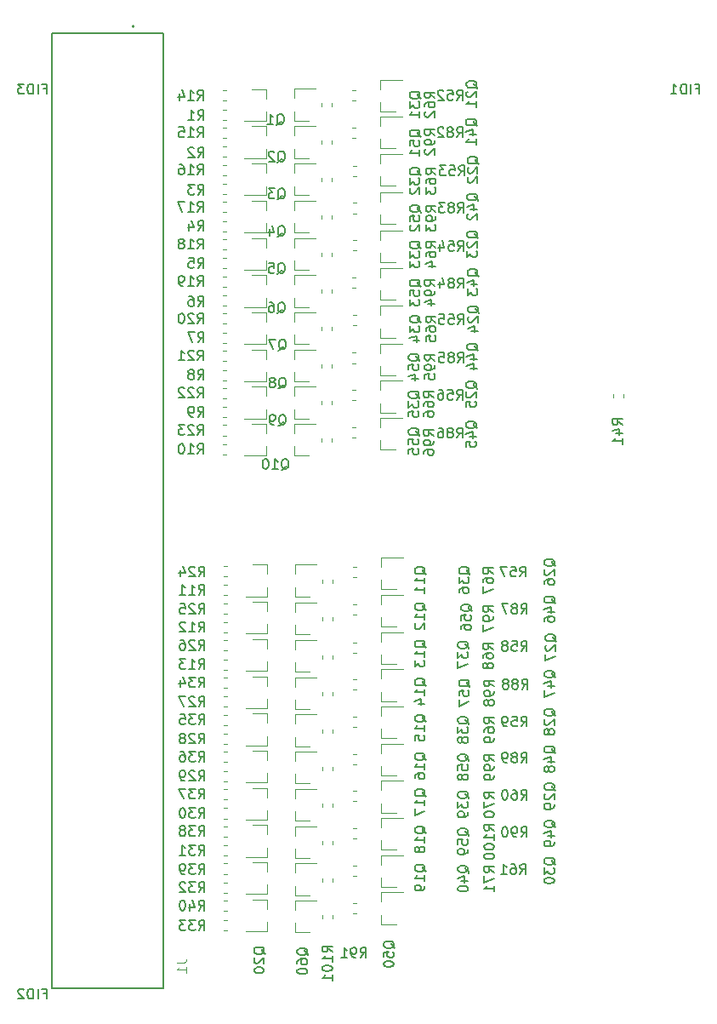
<source format=gbo>
G04 #@! TF.GenerationSoftware,KiCad,Pcbnew,(5.1.5)-3*
G04 #@! TF.CreationDate,2020-03-12T17:45:38-07:00*
G04 #@! TF.ProjectId,siplace_feeder_controller_96pin,7369706c-6163-4655-9f66-65656465725f,rev?*
G04 #@! TF.SameCoordinates,Original*
G04 #@! TF.FileFunction,Legend,Bot*
G04 #@! TF.FilePolarity,Positive*
%FSLAX46Y46*%
G04 Gerber Fmt 4.6, Leading zero omitted, Abs format (unit mm)*
G04 Created by KiCad (PCBNEW (5.1.5)-3) date 2020-03-12 17:45:38*
%MOMM*%
%LPD*%
G04 APERTURE LIST*
%ADD10C,0.120000*%
%ADD11C,0.200000*%
%ADD12C,0.127000*%
%ADD13C,0.150000*%
%ADD14C,0.015000*%
%ADD15C,0.100000*%
%ADD16C,1.467000*%
%ADD17R,1.467000X1.467000*%
%ADD18C,2.892000*%
%ADD19R,1.002000X0.902000*%
%ADD20C,3.302000*%
%ADD21C,3.000000*%
%ADD22C,2.702000*%
%ADD23R,2.702000X2.702000*%
G04 APERTURE END LIST*
D10*
X69396267Y-141110000D02*
X69053733Y-141110000D01*
X69396267Y-140090000D02*
X69053733Y-140090000D01*
D11*
X60100000Y-51220000D02*
G75*
G03X60100000Y-51220000I-100000J0D01*
G01*
D12*
X51910000Y-51870000D02*
X51910000Y-146870000D01*
X63010000Y-51870000D02*
X63010000Y-146870000D01*
X63010000Y-51870000D02*
X51910000Y-51870000D01*
X51910000Y-146870000D02*
X63010000Y-146870000D01*
D10*
X78890000Y-139996267D02*
X78890000Y-139653733D01*
X79910000Y-139996267D02*
X79910000Y-139653733D01*
X78890000Y-132596267D02*
X78890000Y-132253733D01*
X79910000Y-132596267D02*
X79910000Y-132253733D01*
X78890000Y-125196267D02*
X78890000Y-124853733D01*
X79910000Y-125196267D02*
X79910000Y-124853733D01*
X78890000Y-117796267D02*
X78890000Y-117453733D01*
X79910000Y-117796267D02*
X79910000Y-117453733D01*
X78890000Y-110296267D02*
X78890000Y-109953733D01*
X79910000Y-110296267D02*
X79910000Y-109953733D01*
X78790000Y-92546267D02*
X78790000Y-92203733D01*
X79810000Y-92546267D02*
X79810000Y-92203733D01*
X78790000Y-85196267D02*
X78790000Y-84853733D01*
X79810000Y-85196267D02*
X79810000Y-84853733D01*
X78790000Y-77746267D02*
X78790000Y-77403733D01*
X79810000Y-77746267D02*
X79810000Y-77403733D01*
X78790000Y-70346267D02*
X78790000Y-70003733D01*
X79810000Y-70346267D02*
X79810000Y-70003733D01*
X78790000Y-62896267D02*
X78790000Y-62553733D01*
X79810000Y-62896267D02*
X79810000Y-62553733D01*
X81903733Y-138390000D02*
X82246267Y-138390000D01*
X81903733Y-139410000D02*
X82246267Y-139410000D01*
X81903733Y-130990000D02*
X82246267Y-130990000D01*
X81903733Y-132010000D02*
X82246267Y-132010000D01*
X81903733Y-123590000D02*
X82246267Y-123590000D01*
X81903733Y-124610000D02*
X82246267Y-124610000D01*
X81903733Y-116190000D02*
X82246267Y-116190000D01*
X81903733Y-117210000D02*
X82246267Y-117210000D01*
X81903733Y-108690000D02*
X82246267Y-108690000D01*
X81903733Y-109710000D02*
X82246267Y-109710000D01*
X81828733Y-91090000D02*
X82171267Y-91090000D01*
X81828733Y-92110000D02*
X82171267Y-92110000D01*
X81853733Y-83690000D02*
X82196267Y-83690000D01*
X81853733Y-84710000D02*
X82196267Y-84710000D01*
X81853733Y-76190000D02*
X82196267Y-76190000D01*
X81853733Y-77210000D02*
X82196267Y-77210000D01*
X81903733Y-68790000D02*
X82246267Y-68790000D01*
X81903733Y-69810000D02*
X82246267Y-69810000D01*
X81803733Y-61290000D02*
X82146267Y-61290000D01*
X81803733Y-62310000D02*
X82146267Y-62310000D01*
X78890000Y-136296267D02*
X78890000Y-135953733D01*
X79910000Y-136296267D02*
X79910000Y-135953733D01*
X78890000Y-128896267D02*
X78890000Y-128553733D01*
X79910000Y-128896267D02*
X79910000Y-128553733D01*
X78890000Y-121496267D02*
X78890000Y-121153733D01*
X79910000Y-121496267D02*
X79910000Y-121153733D01*
X78890000Y-114096267D02*
X78890000Y-113753733D01*
X79910000Y-114096267D02*
X79910000Y-113753733D01*
X78890000Y-106596267D02*
X78890000Y-106253733D01*
X79910000Y-106596267D02*
X79910000Y-106253733D01*
X78790000Y-88846267D02*
X78790000Y-88503733D01*
X79810000Y-88846267D02*
X79810000Y-88503733D01*
X78790000Y-81446267D02*
X78790000Y-81103733D01*
X79810000Y-81446267D02*
X79810000Y-81103733D01*
X78790000Y-74046267D02*
X78790000Y-73703733D01*
X79810000Y-74046267D02*
X79810000Y-73703733D01*
X78790000Y-66646267D02*
X78790000Y-66303733D01*
X79810000Y-66646267D02*
X79810000Y-66303733D01*
X78790000Y-59146267D02*
X78790000Y-58803733D01*
X79810000Y-59146267D02*
X79810000Y-58803733D01*
X81903733Y-134690000D02*
X82246267Y-134690000D01*
X81903733Y-135710000D02*
X82246267Y-135710000D01*
X81903733Y-127290000D02*
X82246267Y-127290000D01*
X81903733Y-128310000D02*
X82246267Y-128310000D01*
X81903733Y-119890000D02*
X82246267Y-119890000D01*
X81903733Y-120910000D02*
X82246267Y-120910000D01*
X81903733Y-112490000D02*
X82246267Y-112490000D01*
X81903733Y-113510000D02*
X82246267Y-113510000D01*
X81903733Y-104990000D02*
X82246267Y-104990000D01*
X81903733Y-106010000D02*
X82246267Y-106010000D01*
X81803733Y-87390000D02*
X82146267Y-87390000D01*
X81803733Y-88410000D02*
X82146267Y-88410000D01*
X81903733Y-79890000D02*
X82246267Y-79890000D01*
X81903733Y-80910000D02*
X82246267Y-80910000D01*
X81903733Y-72490000D02*
X82246267Y-72490000D01*
X81903733Y-73510000D02*
X82246267Y-73510000D01*
X81903733Y-65090000D02*
X82246267Y-65090000D01*
X81903733Y-66110000D02*
X82246267Y-66110000D01*
X81828733Y-57565000D02*
X82171267Y-57565000D01*
X81828733Y-58585000D02*
X82171267Y-58585000D01*
X108810000Y-87759733D02*
X108810000Y-88102267D01*
X107790000Y-87759733D02*
X107790000Y-88102267D01*
X76140000Y-141330000D02*
X77600000Y-141330000D01*
X76140000Y-138170000D02*
X78300000Y-138170000D01*
X76140000Y-138170000D02*
X76140000Y-139100000D01*
X76140000Y-141330000D02*
X76140000Y-140400000D01*
X76140000Y-133930000D02*
X77600000Y-133930000D01*
X76140000Y-130770000D02*
X78300000Y-130770000D01*
X76140000Y-130770000D02*
X76140000Y-131700000D01*
X76140000Y-133930000D02*
X76140000Y-133000000D01*
X76140000Y-126530000D02*
X77600000Y-126530000D01*
X76140000Y-123370000D02*
X78300000Y-123370000D01*
X76140000Y-123370000D02*
X76140000Y-124300000D01*
X76140000Y-126530000D02*
X76140000Y-125600000D01*
X76140000Y-119130000D02*
X77600000Y-119130000D01*
X76140000Y-115970000D02*
X78300000Y-115970000D01*
X76140000Y-115970000D02*
X76140000Y-116900000D01*
X76140000Y-119130000D02*
X76140000Y-118200000D01*
X76140000Y-111680000D02*
X77600000Y-111680000D01*
X76140000Y-108520000D02*
X78300000Y-108520000D01*
X76140000Y-108520000D02*
X76140000Y-109450000D01*
X76140000Y-111680000D02*
X76140000Y-110750000D01*
X76040000Y-93930000D02*
X77500000Y-93930000D01*
X76040000Y-90770000D02*
X78200000Y-90770000D01*
X76040000Y-90770000D02*
X76040000Y-91700000D01*
X76040000Y-93930000D02*
X76040000Y-93000000D01*
X76040000Y-86530000D02*
X77500000Y-86530000D01*
X76040000Y-83370000D02*
X78200000Y-83370000D01*
X76040000Y-83370000D02*
X76040000Y-84300000D01*
X76040000Y-86530000D02*
X76040000Y-85600000D01*
X76040000Y-79130000D02*
X77500000Y-79130000D01*
X76040000Y-75970000D02*
X78200000Y-75970000D01*
X76040000Y-75970000D02*
X76040000Y-76900000D01*
X76040000Y-79130000D02*
X76040000Y-78200000D01*
X76040000Y-71730000D02*
X77500000Y-71730000D01*
X76040000Y-68570000D02*
X78200000Y-68570000D01*
X76040000Y-68570000D02*
X76040000Y-69500000D01*
X76040000Y-71730000D02*
X76040000Y-70800000D01*
X76040000Y-64330000D02*
X77500000Y-64330000D01*
X76040000Y-61170000D02*
X78200000Y-61170000D01*
X76040000Y-61170000D02*
X76040000Y-62100000D01*
X76040000Y-64330000D02*
X76040000Y-63400000D01*
X84740000Y-140530000D02*
X86200000Y-140530000D01*
X84740000Y-137370000D02*
X86900000Y-137370000D01*
X84740000Y-137370000D02*
X84740000Y-138300000D01*
X84740000Y-140530000D02*
X84740000Y-139600000D01*
X84740000Y-133130000D02*
X86200000Y-133130000D01*
X84740000Y-129970000D02*
X86900000Y-129970000D01*
X84740000Y-129970000D02*
X84740000Y-130900000D01*
X84740000Y-133130000D02*
X84740000Y-132200000D01*
X84740000Y-125730000D02*
X86200000Y-125730000D01*
X84740000Y-122570000D02*
X86900000Y-122570000D01*
X84740000Y-122570000D02*
X84740000Y-123500000D01*
X84740000Y-125730000D02*
X84740000Y-124800000D01*
X84740000Y-118330000D02*
X86200000Y-118330000D01*
X84740000Y-115170000D02*
X86900000Y-115170000D01*
X84740000Y-115170000D02*
X84740000Y-116100000D01*
X84740000Y-118330000D02*
X84740000Y-117400000D01*
X84740000Y-110930000D02*
X86200000Y-110930000D01*
X84740000Y-107770000D02*
X86900000Y-107770000D01*
X84740000Y-107770000D02*
X84740000Y-108700000D01*
X84740000Y-110930000D02*
X84740000Y-110000000D01*
X84640000Y-93330000D02*
X86100000Y-93330000D01*
X84640000Y-90170000D02*
X86800000Y-90170000D01*
X84640000Y-90170000D02*
X84640000Y-91100000D01*
X84640000Y-93330000D02*
X84640000Y-92400000D01*
X84640000Y-85930000D02*
X86100000Y-85930000D01*
X84640000Y-82770000D02*
X86800000Y-82770000D01*
X84640000Y-82770000D02*
X84640000Y-83700000D01*
X84640000Y-85930000D02*
X84640000Y-85000000D01*
X84640000Y-78430000D02*
X86100000Y-78430000D01*
X84640000Y-75270000D02*
X86800000Y-75270000D01*
X84640000Y-75270000D02*
X84640000Y-76200000D01*
X84640000Y-78430000D02*
X84640000Y-77500000D01*
X84640000Y-70880000D02*
X86100000Y-70880000D01*
X84640000Y-67720000D02*
X86800000Y-67720000D01*
X84640000Y-67720000D02*
X84640000Y-68650000D01*
X84640000Y-70880000D02*
X84640000Y-69950000D01*
X84640000Y-63330000D02*
X86100000Y-63330000D01*
X84640000Y-60170000D02*
X86800000Y-60170000D01*
X84640000Y-60170000D02*
X84640000Y-61100000D01*
X84640000Y-63330000D02*
X84640000Y-62400000D01*
X76140000Y-137630000D02*
X77600000Y-137630000D01*
X76140000Y-134470000D02*
X78300000Y-134470000D01*
X76140000Y-134470000D02*
X76140000Y-135400000D01*
X76140000Y-137630000D02*
X76140000Y-136700000D01*
X76140000Y-130230000D02*
X77600000Y-130230000D01*
X76140000Y-127070000D02*
X78300000Y-127070000D01*
X76140000Y-127070000D02*
X76140000Y-128000000D01*
X76140000Y-130230000D02*
X76140000Y-129300000D01*
X76140000Y-122830000D02*
X77600000Y-122830000D01*
X76140000Y-119670000D02*
X78300000Y-119670000D01*
X76140000Y-119670000D02*
X76140000Y-120600000D01*
X76140000Y-122830000D02*
X76140000Y-121900000D01*
X76140000Y-115430000D02*
X77600000Y-115430000D01*
X76140000Y-112270000D02*
X78300000Y-112270000D01*
X76140000Y-112270000D02*
X76140000Y-113200000D01*
X76140000Y-115430000D02*
X76140000Y-114500000D01*
X76140000Y-107930000D02*
X77600000Y-107930000D01*
X76140000Y-104770000D02*
X78300000Y-104770000D01*
X76140000Y-104770000D02*
X76140000Y-105700000D01*
X76140000Y-107930000D02*
X76140000Y-107000000D01*
X76040000Y-90230000D02*
X77500000Y-90230000D01*
X76040000Y-87070000D02*
X78200000Y-87070000D01*
X76040000Y-87070000D02*
X76040000Y-88000000D01*
X76040000Y-90230000D02*
X76040000Y-89300000D01*
X76040000Y-82830000D02*
X77500000Y-82830000D01*
X76040000Y-79670000D02*
X78200000Y-79670000D01*
X76040000Y-79670000D02*
X76040000Y-80600000D01*
X76040000Y-82830000D02*
X76040000Y-81900000D01*
X76040000Y-75430000D02*
X77500000Y-75430000D01*
X76040000Y-72270000D02*
X78200000Y-72270000D01*
X76040000Y-72270000D02*
X76040000Y-73200000D01*
X76040000Y-75430000D02*
X76040000Y-74500000D01*
X76040000Y-68030000D02*
X77500000Y-68030000D01*
X76040000Y-64870000D02*
X78200000Y-64870000D01*
X76040000Y-64870000D02*
X76040000Y-65800000D01*
X76040000Y-68030000D02*
X76040000Y-67100000D01*
X76040000Y-60580000D02*
X77500000Y-60580000D01*
X76040000Y-57420000D02*
X78200000Y-57420000D01*
X76040000Y-57420000D02*
X76040000Y-58350000D01*
X76040000Y-60580000D02*
X76040000Y-59650000D01*
X84740000Y-136830000D02*
X86200000Y-136830000D01*
X84740000Y-133670000D02*
X86900000Y-133670000D01*
X84740000Y-133670000D02*
X84740000Y-134600000D01*
X84740000Y-136830000D02*
X84740000Y-135900000D01*
X84740000Y-129430000D02*
X86200000Y-129430000D01*
X84740000Y-126270000D02*
X86900000Y-126270000D01*
X84740000Y-126270000D02*
X84740000Y-127200000D01*
X84740000Y-129430000D02*
X84740000Y-128500000D01*
X84740000Y-122030000D02*
X86200000Y-122030000D01*
X84740000Y-118870000D02*
X86900000Y-118870000D01*
X84740000Y-118870000D02*
X84740000Y-119800000D01*
X84740000Y-122030000D02*
X84740000Y-121100000D01*
X84740000Y-114630000D02*
X86200000Y-114630000D01*
X84740000Y-111470000D02*
X86900000Y-111470000D01*
X84740000Y-111470000D02*
X84740000Y-112400000D01*
X84740000Y-114630000D02*
X84740000Y-113700000D01*
X84740000Y-107180000D02*
X86200000Y-107180000D01*
X84740000Y-104020000D02*
X86900000Y-104020000D01*
X84740000Y-104020000D02*
X84740000Y-104950000D01*
X84740000Y-107180000D02*
X84740000Y-106250000D01*
X84640000Y-89630000D02*
X86100000Y-89630000D01*
X84640000Y-86470000D02*
X86800000Y-86470000D01*
X84640000Y-86470000D02*
X84640000Y-87400000D01*
X84640000Y-89630000D02*
X84640000Y-88700000D01*
X84640000Y-82180000D02*
X86100000Y-82180000D01*
X84640000Y-79020000D02*
X86800000Y-79020000D01*
X84640000Y-79020000D02*
X84640000Y-79950000D01*
X84640000Y-82180000D02*
X84640000Y-81250000D01*
X84640000Y-74680000D02*
X86100000Y-74680000D01*
X84640000Y-71520000D02*
X86800000Y-71520000D01*
X84640000Y-71520000D02*
X84640000Y-72450000D01*
X84640000Y-74680000D02*
X84640000Y-73750000D01*
X84640000Y-67080000D02*
X86100000Y-67080000D01*
X84640000Y-63920000D02*
X86800000Y-63920000D01*
X84640000Y-63920000D02*
X84640000Y-64850000D01*
X84640000Y-67080000D02*
X84640000Y-66150000D01*
X84640000Y-59680000D02*
X86100000Y-59680000D01*
X84640000Y-56520000D02*
X86800000Y-56520000D01*
X84640000Y-56520000D02*
X84640000Y-57450000D01*
X84640000Y-59680000D02*
X84640000Y-58750000D01*
X69396267Y-139210000D02*
X69053733Y-139210000D01*
X69396267Y-138190000D02*
X69053733Y-138190000D01*
X69396267Y-135510000D02*
X69053733Y-135510000D01*
X69396267Y-134490000D02*
X69053733Y-134490000D01*
X69396267Y-131810000D02*
X69053733Y-131810000D01*
X69396267Y-130790000D02*
X69053733Y-130790000D01*
X69396267Y-128110000D02*
X69053733Y-128110000D01*
X69396267Y-127090000D02*
X69053733Y-127090000D01*
X69396267Y-124410000D02*
X69053733Y-124410000D01*
X69396267Y-123390000D02*
X69053733Y-123390000D01*
X69396267Y-120710000D02*
X69053733Y-120710000D01*
X69396267Y-119690000D02*
X69053733Y-119690000D01*
X69396267Y-117010000D02*
X69053733Y-117010000D01*
X69396267Y-115990000D02*
X69053733Y-115990000D01*
X69396267Y-137410000D02*
X69053733Y-137410000D01*
X69396267Y-136390000D02*
X69053733Y-136390000D01*
X69396267Y-133710000D02*
X69053733Y-133710000D01*
X69396267Y-132690000D02*
X69053733Y-132690000D01*
X69396267Y-130010000D02*
X69053733Y-130010000D01*
X69396267Y-128990000D02*
X69053733Y-128990000D01*
X69396267Y-126310000D02*
X69053733Y-126310000D01*
X69396267Y-125290000D02*
X69053733Y-125290000D01*
X69396267Y-122610000D02*
X69053733Y-122610000D01*
X69396267Y-121590000D02*
X69053733Y-121590000D01*
X69396267Y-118910000D02*
X69053733Y-118910000D01*
X69396267Y-117890000D02*
X69053733Y-117890000D01*
X69396267Y-113310000D02*
X69053733Y-113310000D01*
X69396267Y-112290000D02*
X69053733Y-112290000D01*
X69396267Y-109610000D02*
X69053733Y-109610000D01*
X69396267Y-108590000D02*
X69053733Y-108590000D01*
X69396267Y-105910000D02*
X69053733Y-105910000D01*
X69396267Y-104890000D02*
X69053733Y-104890000D01*
X69296267Y-91910000D02*
X68953733Y-91910000D01*
X69296267Y-90890000D02*
X68953733Y-90890000D01*
X69296267Y-88210000D02*
X68953733Y-88210000D01*
X69296267Y-87190000D02*
X68953733Y-87190000D01*
X69296267Y-84510000D02*
X68953733Y-84510000D01*
X69296267Y-83490000D02*
X68953733Y-83490000D01*
X69296267Y-80810000D02*
X68953733Y-80810000D01*
X69296267Y-79790000D02*
X68953733Y-79790000D01*
X69296267Y-77110000D02*
X68953733Y-77110000D01*
X69296267Y-76090000D02*
X68953733Y-76090000D01*
X69296267Y-73410000D02*
X68953733Y-73410000D01*
X69296267Y-72390000D02*
X68953733Y-72390000D01*
X69296267Y-69710000D02*
X68953733Y-69710000D01*
X69296267Y-68690000D02*
X68953733Y-68690000D01*
X69296267Y-66010000D02*
X68953733Y-66010000D01*
X69296267Y-64990000D02*
X68953733Y-64990000D01*
X69296267Y-62310000D02*
X68953733Y-62310000D01*
X69296267Y-61290000D02*
X68953733Y-61290000D01*
X69296267Y-58610000D02*
X68953733Y-58610000D01*
X69296267Y-57590000D02*
X68953733Y-57590000D01*
X69396267Y-115210000D02*
X69053733Y-115210000D01*
X69396267Y-114190000D02*
X69053733Y-114190000D01*
X69396267Y-111510000D02*
X69053733Y-111510000D01*
X69396267Y-110490000D02*
X69053733Y-110490000D01*
X69396267Y-107810000D02*
X69053733Y-107810000D01*
X69396267Y-106790000D02*
X69053733Y-106790000D01*
X69296267Y-93810000D02*
X68953733Y-93810000D01*
X69296267Y-92790000D02*
X68953733Y-92790000D01*
X69296267Y-90110000D02*
X68953733Y-90110000D01*
X69296267Y-89090000D02*
X68953733Y-89090000D01*
X69296267Y-86410000D02*
X68953733Y-86410000D01*
X69296267Y-85390000D02*
X68953733Y-85390000D01*
X69296267Y-82710000D02*
X68953733Y-82710000D01*
X69296267Y-81690000D02*
X68953733Y-81690000D01*
X69296267Y-79010000D02*
X68953733Y-79010000D01*
X69296267Y-77990000D02*
X68953733Y-77990000D01*
X69296267Y-75310000D02*
X68953733Y-75310000D01*
X69296267Y-74290000D02*
X68953733Y-74290000D01*
X69296267Y-71610000D02*
X68953733Y-71610000D01*
X69296267Y-70590000D02*
X68953733Y-70590000D01*
X69296267Y-67910000D02*
X68953733Y-67910000D01*
X69296267Y-66890000D02*
X68953733Y-66890000D01*
X69296267Y-64210000D02*
X68953733Y-64210000D01*
X69296267Y-63190000D02*
X68953733Y-63190000D01*
X69296267Y-60510000D02*
X68953733Y-60510000D01*
X69296267Y-59490000D02*
X68953733Y-59490000D01*
X73360000Y-138070000D02*
X71900000Y-138070000D01*
X73360000Y-141230000D02*
X71200000Y-141230000D01*
X73360000Y-141230000D02*
X73360000Y-140300000D01*
X73360000Y-138070000D02*
X73360000Y-139000000D01*
X73360000Y-134370000D02*
X71900000Y-134370000D01*
X73360000Y-137530000D02*
X71200000Y-137530000D01*
X73360000Y-137530000D02*
X73360000Y-136600000D01*
X73360000Y-134370000D02*
X73360000Y-135300000D01*
X73360000Y-130670000D02*
X71900000Y-130670000D01*
X73360000Y-133830000D02*
X71200000Y-133830000D01*
X73360000Y-133830000D02*
X73360000Y-132900000D01*
X73360000Y-130670000D02*
X73360000Y-131600000D01*
X73360000Y-126970000D02*
X71900000Y-126970000D01*
X73360000Y-130130000D02*
X71200000Y-130130000D01*
X73360000Y-130130000D02*
X73360000Y-129200000D01*
X73360000Y-126970000D02*
X73360000Y-127900000D01*
X73360000Y-123270000D02*
X71900000Y-123270000D01*
X73360000Y-126430000D02*
X71200000Y-126430000D01*
X73360000Y-126430000D02*
X73360000Y-125500000D01*
X73360000Y-123270000D02*
X73360000Y-124200000D01*
X73360000Y-119570000D02*
X71900000Y-119570000D01*
X73360000Y-122730000D02*
X71200000Y-122730000D01*
X73360000Y-122730000D02*
X73360000Y-121800000D01*
X73360000Y-119570000D02*
X73360000Y-120500000D01*
X73360000Y-115870000D02*
X71900000Y-115870000D01*
X73360000Y-119030000D02*
X71200000Y-119030000D01*
X73360000Y-119030000D02*
X73360000Y-118100000D01*
X73360000Y-115870000D02*
X73360000Y-116800000D01*
X73360000Y-112170000D02*
X71900000Y-112170000D01*
X73360000Y-115330000D02*
X71200000Y-115330000D01*
X73360000Y-115330000D02*
X73360000Y-114400000D01*
X73360000Y-112170000D02*
X73360000Y-113100000D01*
X73360000Y-108470000D02*
X71900000Y-108470000D01*
X73360000Y-111630000D02*
X71200000Y-111630000D01*
X73360000Y-111630000D02*
X73360000Y-110700000D01*
X73360000Y-108470000D02*
X73360000Y-109400000D01*
X73360000Y-104770000D02*
X71900000Y-104770000D01*
X73360000Y-107930000D02*
X71200000Y-107930000D01*
X73360000Y-107930000D02*
X73360000Y-107000000D01*
X73360000Y-104770000D02*
X73360000Y-105700000D01*
X73260000Y-90770000D02*
X71800000Y-90770000D01*
X73260000Y-93930000D02*
X71100000Y-93930000D01*
X73260000Y-93930000D02*
X73260000Y-93000000D01*
X73260000Y-90770000D02*
X73260000Y-91700000D01*
X73260000Y-87070000D02*
X71800000Y-87070000D01*
X73260000Y-90230000D02*
X71100000Y-90230000D01*
X73260000Y-90230000D02*
X73260000Y-89300000D01*
X73260000Y-87070000D02*
X73260000Y-88000000D01*
X73260000Y-83370000D02*
X71800000Y-83370000D01*
X73260000Y-86530000D02*
X71100000Y-86530000D01*
X73260000Y-86530000D02*
X73260000Y-85600000D01*
X73260000Y-83370000D02*
X73260000Y-84300000D01*
X73260000Y-79670000D02*
X71800000Y-79670000D01*
X73260000Y-82830000D02*
X71100000Y-82830000D01*
X73260000Y-82830000D02*
X73260000Y-81900000D01*
X73260000Y-79670000D02*
X73260000Y-80600000D01*
X73260000Y-75970000D02*
X71800000Y-75970000D01*
X73260000Y-79130000D02*
X71100000Y-79130000D01*
X73260000Y-79130000D02*
X73260000Y-78200000D01*
X73260000Y-75970000D02*
X73260000Y-76900000D01*
X73260000Y-72270000D02*
X71800000Y-72270000D01*
X73260000Y-75430000D02*
X71100000Y-75430000D01*
X73260000Y-75430000D02*
X73260000Y-74500000D01*
X73260000Y-72270000D02*
X73260000Y-73200000D01*
X73260000Y-68570000D02*
X71800000Y-68570000D01*
X73260000Y-71730000D02*
X71100000Y-71730000D01*
X73260000Y-71730000D02*
X73260000Y-70800000D01*
X73260000Y-68570000D02*
X73260000Y-69500000D01*
X73260000Y-64870000D02*
X71800000Y-64870000D01*
X73260000Y-68030000D02*
X71100000Y-68030000D01*
X73260000Y-68030000D02*
X73260000Y-67100000D01*
X73260000Y-64870000D02*
X73260000Y-65800000D01*
X73260000Y-61170000D02*
X71800000Y-61170000D01*
X73260000Y-64330000D02*
X71100000Y-64330000D01*
X73260000Y-64330000D02*
X73260000Y-63400000D01*
X73260000Y-61170000D02*
X73260000Y-62100000D01*
X73260000Y-57470000D02*
X71800000Y-57470000D01*
X73260000Y-60630000D02*
X71100000Y-60630000D01*
X73260000Y-60630000D02*
X73260000Y-59700000D01*
X73260000Y-57470000D02*
X73260000Y-58400000D01*
D13*
X66542857Y-141127380D02*
X66876190Y-140651190D01*
X67114285Y-141127380D02*
X67114285Y-140127380D01*
X66733333Y-140127380D01*
X66638095Y-140175000D01*
X66590476Y-140222619D01*
X66542857Y-140317857D01*
X66542857Y-140460714D01*
X66590476Y-140555952D01*
X66638095Y-140603571D01*
X66733333Y-140651190D01*
X67114285Y-140651190D01*
X66209523Y-140127380D02*
X65590476Y-140127380D01*
X65923809Y-140508333D01*
X65780952Y-140508333D01*
X65685714Y-140555952D01*
X65638095Y-140603571D01*
X65590476Y-140698809D01*
X65590476Y-140936904D01*
X65638095Y-141032142D01*
X65685714Y-141079761D01*
X65780952Y-141127380D01*
X66066666Y-141127380D01*
X66161904Y-141079761D01*
X66209523Y-141032142D01*
X65257142Y-140127380D02*
X64638095Y-140127380D01*
X64971428Y-140508333D01*
X64828571Y-140508333D01*
X64733333Y-140555952D01*
X64685714Y-140603571D01*
X64638095Y-140698809D01*
X64638095Y-140936904D01*
X64685714Y-141032142D01*
X64733333Y-141079761D01*
X64828571Y-141127380D01*
X65114285Y-141127380D01*
X65209523Y-141079761D01*
X65257142Y-141032142D01*
D14*
X64347380Y-144361666D02*
X65061666Y-144361666D01*
X65204523Y-144314047D01*
X65299761Y-144218809D01*
X65347380Y-144075952D01*
X65347380Y-143980714D01*
X65347380Y-145361666D02*
X65347380Y-144790238D01*
X65347380Y-145075952D02*
X64347380Y-145075952D01*
X64490238Y-144980714D01*
X64585476Y-144885476D01*
X64633095Y-144790238D01*
D13*
X79852380Y-143280952D02*
X79376190Y-142947619D01*
X79852380Y-142709523D02*
X78852380Y-142709523D01*
X78852380Y-143090476D01*
X78900000Y-143185714D01*
X78947619Y-143233333D01*
X79042857Y-143280952D01*
X79185714Y-143280952D01*
X79280952Y-143233333D01*
X79328571Y-143185714D01*
X79376190Y-143090476D01*
X79376190Y-142709523D01*
X79852380Y-144233333D02*
X79852380Y-143661904D01*
X79852380Y-143947619D02*
X78852380Y-143947619D01*
X78995238Y-143852380D01*
X79090476Y-143757142D01*
X79138095Y-143661904D01*
X78852380Y-144852380D02*
X78852380Y-144947619D01*
X78900000Y-145042857D01*
X78947619Y-145090476D01*
X79042857Y-145138095D01*
X79233333Y-145185714D01*
X79471428Y-145185714D01*
X79661904Y-145138095D01*
X79757142Y-145090476D01*
X79804761Y-145042857D01*
X79852380Y-144947619D01*
X79852380Y-144852380D01*
X79804761Y-144757142D01*
X79757142Y-144709523D01*
X79661904Y-144661904D01*
X79471428Y-144614285D01*
X79233333Y-144614285D01*
X79042857Y-144661904D01*
X78947619Y-144709523D01*
X78900000Y-144757142D01*
X78852380Y-144852380D01*
X79852380Y-146138095D02*
X79852380Y-145566666D01*
X79852380Y-145852380D02*
X78852380Y-145852380D01*
X78995238Y-145757142D01*
X79090476Y-145661904D01*
X79138095Y-145566666D01*
X95952380Y-131205952D02*
X95476190Y-130872619D01*
X95952380Y-130634523D02*
X94952380Y-130634523D01*
X94952380Y-131015476D01*
X95000000Y-131110714D01*
X95047619Y-131158333D01*
X95142857Y-131205952D01*
X95285714Y-131205952D01*
X95380952Y-131158333D01*
X95428571Y-131110714D01*
X95476190Y-131015476D01*
X95476190Y-130634523D01*
X95952380Y-132158333D02*
X95952380Y-131586904D01*
X95952380Y-131872619D02*
X94952380Y-131872619D01*
X95095238Y-131777380D01*
X95190476Y-131682142D01*
X95238095Y-131586904D01*
X94952380Y-132777380D02*
X94952380Y-132872619D01*
X95000000Y-132967857D01*
X95047619Y-133015476D01*
X95142857Y-133063095D01*
X95333333Y-133110714D01*
X95571428Y-133110714D01*
X95761904Y-133063095D01*
X95857142Y-133015476D01*
X95904761Y-132967857D01*
X95952380Y-132872619D01*
X95952380Y-132777380D01*
X95904761Y-132682142D01*
X95857142Y-132634523D01*
X95761904Y-132586904D01*
X95571428Y-132539285D01*
X95333333Y-132539285D01*
X95142857Y-132586904D01*
X95047619Y-132634523D01*
X95000000Y-132682142D01*
X94952380Y-132777380D01*
X94952380Y-133729761D02*
X94952380Y-133825000D01*
X95000000Y-133920238D01*
X95047619Y-133967857D01*
X95142857Y-134015476D01*
X95333333Y-134063095D01*
X95571428Y-134063095D01*
X95761904Y-134015476D01*
X95857142Y-133967857D01*
X95904761Y-133920238D01*
X95952380Y-133825000D01*
X95952380Y-133729761D01*
X95904761Y-133634523D01*
X95857142Y-133586904D01*
X95761904Y-133539285D01*
X95571428Y-133491666D01*
X95333333Y-133491666D01*
X95142857Y-133539285D01*
X95047619Y-133586904D01*
X95000000Y-133634523D01*
X94952380Y-133729761D01*
X95952380Y-124282142D02*
X95476190Y-123948809D01*
X95952380Y-123710714D02*
X94952380Y-123710714D01*
X94952380Y-124091666D01*
X95000000Y-124186904D01*
X95047619Y-124234523D01*
X95142857Y-124282142D01*
X95285714Y-124282142D01*
X95380952Y-124234523D01*
X95428571Y-124186904D01*
X95476190Y-124091666D01*
X95476190Y-123710714D01*
X95952380Y-124758333D02*
X95952380Y-124948809D01*
X95904761Y-125044047D01*
X95857142Y-125091666D01*
X95714285Y-125186904D01*
X95523809Y-125234523D01*
X95142857Y-125234523D01*
X95047619Y-125186904D01*
X95000000Y-125139285D01*
X94952380Y-125044047D01*
X94952380Y-124853571D01*
X95000000Y-124758333D01*
X95047619Y-124710714D01*
X95142857Y-124663095D01*
X95380952Y-124663095D01*
X95476190Y-124710714D01*
X95523809Y-124758333D01*
X95571428Y-124853571D01*
X95571428Y-125044047D01*
X95523809Y-125139285D01*
X95476190Y-125186904D01*
X95380952Y-125234523D01*
X95952380Y-125710714D02*
X95952380Y-125901190D01*
X95904761Y-125996428D01*
X95857142Y-126044047D01*
X95714285Y-126139285D01*
X95523809Y-126186904D01*
X95142857Y-126186904D01*
X95047619Y-126139285D01*
X95000000Y-126091666D01*
X94952380Y-125996428D01*
X94952380Y-125805952D01*
X95000000Y-125710714D01*
X95047619Y-125663095D01*
X95142857Y-125615476D01*
X95380952Y-125615476D01*
X95476190Y-125663095D01*
X95523809Y-125710714D01*
X95571428Y-125805952D01*
X95571428Y-125996428D01*
X95523809Y-126091666D01*
X95476190Y-126139285D01*
X95380952Y-126186904D01*
X95952380Y-116882142D02*
X95476190Y-116548809D01*
X95952380Y-116310714D02*
X94952380Y-116310714D01*
X94952380Y-116691666D01*
X95000000Y-116786904D01*
X95047619Y-116834523D01*
X95142857Y-116882142D01*
X95285714Y-116882142D01*
X95380952Y-116834523D01*
X95428571Y-116786904D01*
X95476190Y-116691666D01*
X95476190Y-116310714D01*
X95952380Y-117358333D02*
X95952380Y-117548809D01*
X95904761Y-117644047D01*
X95857142Y-117691666D01*
X95714285Y-117786904D01*
X95523809Y-117834523D01*
X95142857Y-117834523D01*
X95047619Y-117786904D01*
X95000000Y-117739285D01*
X94952380Y-117644047D01*
X94952380Y-117453571D01*
X95000000Y-117358333D01*
X95047619Y-117310714D01*
X95142857Y-117263095D01*
X95380952Y-117263095D01*
X95476190Y-117310714D01*
X95523809Y-117358333D01*
X95571428Y-117453571D01*
X95571428Y-117644047D01*
X95523809Y-117739285D01*
X95476190Y-117786904D01*
X95380952Y-117834523D01*
X95380952Y-118405952D02*
X95333333Y-118310714D01*
X95285714Y-118263095D01*
X95190476Y-118215476D01*
X95142857Y-118215476D01*
X95047619Y-118263095D01*
X95000000Y-118310714D01*
X94952380Y-118405952D01*
X94952380Y-118596428D01*
X95000000Y-118691666D01*
X95047619Y-118739285D01*
X95142857Y-118786904D01*
X95190476Y-118786904D01*
X95285714Y-118739285D01*
X95333333Y-118691666D01*
X95380952Y-118596428D01*
X95380952Y-118405952D01*
X95428571Y-118310714D01*
X95476190Y-118263095D01*
X95571428Y-118215476D01*
X95761904Y-118215476D01*
X95857142Y-118263095D01*
X95904761Y-118310714D01*
X95952380Y-118405952D01*
X95952380Y-118596428D01*
X95904761Y-118691666D01*
X95857142Y-118739285D01*
X95761904Y-118786904D01*
X95571428Y-118786904D01*
X95476190Y-118739285D01*
X95428571Y-118691666D01*
X95380952Y-118596428D01*
X95852380Y-109457142D02*
X95376190Y-109123809D01*
X95852380Y-108885714D02*
X94852380Y-108885714D01*
X94852380Y-109266666D01*
X94900000Y-109361904D01*
X94947619Y-109409523D01*
X95042857Y-109457142D01*
X95185714Y-109457142D01*
X95280952Y-109409523D01*
X95328571Y-109361904D01*
X95376190Y-109266666D01*
X95376190Y-108885714D01*
X95852380Y-109933333D02*
X95852380Y-110123809D01*
X95804761Y-110219047D01*
X95757142Y-110266666D01*
X95614285Y-110361904D01*
X95423809Y-110409523D01*
X95042857Y-110409523D01*
X94947619Y-110361904D01*
X94900000Y-110314285D01*
X94852380Y-110219047D01*
X94852380Y-110028571D01*
X94900000Y-109933333D01*
X94947619Y-109885714D01*
X95042857Y-109838095D01*
X95280952Y-109838095D01*
X95376190Y-109885714D01*
X95423809Y-109933333D01*
X95471428Y-110028571D01*
X95471428Y-110219047D01*
X95423809Y-110314285D01*
X95376190Y-110361904D01*
X95280952Y-110409523D01*
X94852380Y-110742857D02*
X94852380Y-111409523D01*
X95852380Y-110980952D01*
X89952380Y-91957142D02*
X89476190Y-91623809D01*
X89952380Y-91385714D02*
X88952380Y-91385714D01*
X88952380Y-91766666D01*
X89000000Y-91861904D01*
X89047619Y-91909523D01*
X89142857Y-91957142D01*
X89285714Y-91957142D01*
X89380952Y-91909523D01*
X89428571Y-91861904D01*
X89476190Y-91766666D01*
X89476190Y-91385714D01*
X89952380Y-92433333D02*
X89952380Y-92623809D01*
X89904761Y-92719047D01*
X89857142Y-92766666D01*
X89714285Y-92861904D01*
X89523809Y-92909523D01*
X89142857Y-92909523D01*
X89047619Y-92861904D01*
X89000000Y-92814285D01*
X88952380Y-92719047D01*
X88952380Y-92528571D01*
X89000000Y-92433333D01*
X89047619Y-92385714D01*
X89142857Y-92338095D01*
X89380952Y-92338095D01*
X89476190Y-92385714D01*
X89523809Y-92433333D01*
X89571428Y-92528571D01*
X89571428Y-92719047D01*
X89523809Y-92814285D01*
X89476190Y-92861904D01*
X89380952Y-92909523D01*
X88952380Y-93766666D02*
X88952380Y-93576190D01*
X89000000Y-93480952D01*
X89047619Y-93433333D01*
X89190476Y-93338095D01*
X89380952Y-93290476D01*
X89761904Y-93290476D01*
X89857142Y-93338095D01*
X89904761Y-93385714D01*
X89952380Y-93480952D01*
X89952380Y-93671428D01*
X89904761Y-93766666D01*
X89857142Y-93814285D01*
X89761904Y-93861904D01*
X89523809Y-93861904D01*
X89428571Y-93814285D01*
X89380952Y-93766666D01*
X89333333Y-93671428D01*
X89333333Y-93480952D01*
X89380952Y-93385714D01*
X89428571Y-93338095D01*
X89523809Y-93290476D01*
X90052380Y-84457142D02*
X89576190Y-84123809D01*
X90052380Y-83885714D02*
X89052380Y-83885714D01*
X89052380Y-84266666D01*
X89100000Y-84361904D01*
X89147619Y-84409523D01*
X89242857Y-84457142D01*
X89385714Y-84457142D01*
X89480952Y-84409523D01*
X89528571Y-84361904D01*
X89576190Y-84266666D01*
X89576190Y-83885714D01*
X90052380Y-84933333D02*
X90052380Y-85123809D01*
X90004761Y-85219047D01*
X89957142Y-85266666D01*
X89814285Y-85361904D01*
X89623809Y-85409523D01*
X89242857Y-85409523D01*
X89147619Y-85361904D01*
X89100000Y-85314285D01*
X89052380Y-85219047D01*
X89052380Y-85028571D01*
X89100000Y-84933333D01*
X89147619Y-84885714D01*
X89242857Y-84838095D01*
X89480952Y-84838095D01*
X89576190Y-84885714D01*
X89623809Y-84933333D01*
X89671428Y-85028571D01*
X89671428Y-85219047D01*
X89623809Y-85314285D01*
X89576190Y-85361904D01*
X89480952Y-85409523D01*
X89052380Y-86314285D02*
X89052380Y-85838095D01*
X89528571Y-85790476D01*
X89480952Y-85838095D01*
X89433333Y-85933333D01*
X89433333Y-86171428D01*
X89480952Y-86266666D01*
X89528571Y-86314285D01*
X89623809Y-86361904D01*
X89861904Y-86361904D01*
X89957142Y-86314285D01*
X90004761Y-86266666D01*
X90052380Y-86171428D01*
X90052380Y-85933333D01*
X90004761Y-85838095D01*
X89957142Y-85790476D01*
X90052380Y-77057142D02*
X89576190Y-76723809D01*
X90052380Y-76485714D02*
X89052380Y-76485714D01*
X89052380Y-76866666D01*
X89100000Y-76961904D01*
X89147619Y-77009523D01*
X89242857Y-77057142D01*
X89385714Y-77057142D01*
X89480952Y-77009523D01*
X89528571Y-76961904D01*
X89576190Y-76866666D01*
X89576190Y-76485714D01*
X90052380Y-77533333D02*
X90052380Y-77723809D01*
X90004761Y-77819047D01*
X89957142Y-77866666D01*
X89814285Y-77961904D01*
X89623809Y-78009523D01*
X89242857Y-78009523D01*
X89147619Y-77961904D01*
X89100000Y-77914285D01*
X89052380Y-77819047D01*
X89052380Y-77628571D01*
X89100000Y-77533333D01*
X89147619Y-77485714D01*
X89242857Y-77438095D01*
X89480952Y-77438095D01*
X89576190Y-77485714D01*
X89623809Y-77533333D01*
X89671428Y-77628571D01*
X89671428Y-77819047D01*
X89623809Y-77914285D01*
X89576190Y-77961904D01*
X89480952Y-78009523D01*
X89385714Y-78866666D02*
X90052380Y-78866666D01*
X89004761Y-78628571D02*
X89719047Y-78390476D01*
X89719047Y-79009523D01*
X90152380Y-69657142D02*
X89676190Y-69323809D01*
X90152380Y-69085714D02*
X89152380Y-69085714D01*
X89152380Y-69466666D01*
X89200000Y-69561904D01*
X89247619Y-69609523D01*
X89342857Y-69657142D01*
X89485714Y-69657142D01*
X89580952Y-69609523D01*
X89628571Y-69561904D01*
X89676190Y-69466666D01*
X89676190Y-69085714D01*
X90152380Y-70133333D02*
X90152380Y-70323809D01*
X90104761Y-70419047D01*
X90057142Y-70466666D01*
X89914285Y-70561904D01*
X89723809Y-70609523D01*
X89342857Y-70609523D01*
X89247619Y-70561904D01*
X89200000Y-70514285D01*
X89152380Y-70419047D01*
X89152380Y-70228571D01*
X89200000Y-70133333D01*
X89247619Y-70085714D01*
X89342857Y-70038095D01*
X89580952Y-70038095D01*
X89676190Y-70085714D01*
X89723809Y-70133333D01*
X89771428Y-70228571D01*
X89771428Y-70419047D01*
X89723809Y-70514285D01*
X89676190Y-70561904D01*
X89580952Y-70609523D01*
X89152380Y-70942857D02*
X89152380Y-71561904D01*
X89533333Y-71228571D01*
X89533333Y-71371428D01*
X89580952Y-71466666D01*
X89628571Y-71514285D01*
X89723809Y-71561904D01*
X89961904Y-71561904D01*
X90057142Y-71514285D01*
X90104761Y-71466666D01*
X90152380Y-71371428D01*
X90152380Y-71085714D01*
X90104761Y-70990476D01*
X90057142Y-70942857D01*
X90052380Y-62082142D02*
X89576190Y-61748809D01*
X90052380Y-61510714D02*
X89052380Y-61510714D01*
X89052380Y-61891666D01*
X89100000Y-61986904D01*
X89147619Y-62034523D01*
X89242857Y-62082142D01*
X89385714Y-62082142D01*
X89480952Y-62034523D01*
X89528571Y-61986904D01*
X89576190Y-61891666D01*
X89576190Y-61510714D01*
X90052380Y-62558333D02*
X90052380Y-62748809D01*
X90004761Y-62844047D01*
X89957142Y-62891666D01*
X89814285Y-62986904D01*
X89623809Y-63034523D01*
X89242857Y-63034523D01*
X89147619Y-62986904D01*
X89100000Y-62939285D01*
X89052380Y-62844047D01*
X89052380Y-62653571D01*
X89100000Y-62558333D01*
X89147619Y-62510714D01*
X89242857Y-62463095D01*
X89480952Y-62463095D01*
X89576190Y-62510714D01*
X89623809Y-62558333D01*
X89671428Y-62653571D01*
X89671428Y-62844047D01*
X89623809Y-62939285D01*
X89576190Y-62986904D01*
X89480952Y-63034523D01*
X89147619Y-63415476D02*
X89100000Y-63463095D01*
X89052380Y-63558333D01*
X89052380Y-63796428D01*
X89100000Y-63891666D01*
X89147619Y-63939285D01*
X89242857Y-63986904D01*
X89338095Y-63986904D01*
X89480952Y-63939285D01*
X90052380Y-63367857D01*
X90052380Y-63986904D01*
X82642857Y-143852380D02*
X82976190Y-143376190D01*
X83214285Y-143852380D02*
X83214285Y-142852380D01*
X82833333Y-142852380D01*
X82738095Y-142900000D01*
X82690476Y-142947619D01*
X82642857Y-143042857D01*
X82642857Y-143185714D01*
X82690476Y-143280952D01*
X82738095Y-143328571D01*
X82833333Y-143376190D01*
X83214285Y-143376190D01*
X82166666Y-143852380D02*
X81976190Y-143852380D01*
X81880952Y-143804761D01*
X81833333Y-143757142D01*
X81738095Y-143614285D01*
X81690476Y-143423809D01*
X81690476Y-143042857D01*
X81738095Y-142947619D01*
X81785714Y-142900000D01*
X81880952Y-142852380D01*
X82071428Y-142852380D01*
X82166666Y-142900000D01*
X82214285Y-142947619D01*
X82261904Y-143042857D01*
X82261904Y-143280952D01*
X82214285Y-143376190D01*
X82166666Y-143423809D01*
X82071428Y-143471428D01*
X81880952Y-143471428D01*
X81785714Y-143423809D01*
X81738095Y-143376190D01*
X81690476Y-143280952D01*
X80738095Y-143852380D02*
X81309523Y-143852380D01*
X81023809Y-143852380D02*
X81023809Y-142852380D01*
X81119047Y-142995238D01*
X81214285Y-143090476D01*
X81309523Y-143138095D01*
X98642857Y-131852380D02*
X98976190Y-131376190D01*
X99214285Y-131852380D02*
X99214285Y-130852380D01*
X98833333Y-130852380D01*
X98738095Y-130900000D01*
X98690476Y-130947619D01*
X98642857Y-131042857D01*
X98642857Y-131185714D01*
X98690476Y-131280952D01*
X98738095Y-131328571D01*
X98833333Y-131376190D01*
X99214285Y-131376190D01*
X98166666Y-131852380D02*
X97976190Y-131852380D01*
X97880952Y-131804761D01*
X97833333Y-131757142D01*
X97738095Y-131614285D01*
X97690476Y-131423809D01*
X97690476Y-131042857D01*
X97738095Y-130947619D01*
X97785714Y-130900000D01*
X97880952Y-130852380D01*
X98071428Y-130852380D01*
X98166666Y-130900000D01*
X98214285Y-130947619D01*
X98261904Y-131042857D01*
X98261904Y-131280952D01*
X98214285Y-131376190D01*
X98166666Y-131423809D01*
X98071428Y-131471428D01*
X97880952Y-131471428D01*
X97785714Y-131423809D01*
X97738095Y-131376190D01*
X97690476Y-131280952D01*
X97071428Y-130852380D02*
X96976190Y-130852380D01*
X96880952Y-130900000D01*
X96833333Y-130947619D01*
X96785714Y-131042857D01*
X96738095Y-131233333D01*
X96738095Y-131471428D01*
X96785714Y-131661904D01*
X96833333Y-131757142D01*
X96880952Y-131804761D01*
X96976190Y-131852380D01*
X97071428Y-131852380D01*
X97166666Y-131804761D01*
X97214285Y-131757142D01*
X97261904Y-131661904D01*
X97309523Y-131471428D01*
X97309523Y-131233333D01*
X97261904Y-131042857D01*
X97214285Y-130947619D01*
X97166666Y-130900000D01*
X97071428Y-130852380D01*
X98642857Y-124452380D02*
X98976190Y-123976190D01*
X99214285Y-124452380D02*
X99214285Y-123452380D01*
X98833333Y-123452380D01*
X98738095Y-123500000D01*
X98690476Y-123547619D01*
X98642857Y-123642857D01*
X98642857Y-123785714D01*
X98690476Y-123880952D01*
X98738095Y-123928571D01*
X98833333Y-123976190D01*
X99214285Y-123976190D01*
X98071428Y-123880952D02*
X98166666Y-123833333D01*
X98214285Y-123785714D01*
X98261904Y-123690476D01*
X98261904Y-123642857D01*
X98214285Y-123547619D01*
X98166666Y-123500000D01*
X98071428Y-123452380D01*
X97880952Y-123452380D01*
X97785714Y-123500000D01*
X97738095Y-123547619D01*
X97690476Y-123642857D01*
X97690476Y-123690476D01*
X97738095Y-123785714D01*
X97785714Y-123833333D01*
X97880952Y-123880952D01*
X98071428Y-123880952D01*
X98166666Y-123928571D01*
X98214285Y-123976190D01*
X98261904Y-124071428D01*
X98261904Y-124261904D01*
X98214285Y-124357142D01*
X98166666Y-124404761D01*
X98071428Y-124452380D01*
X97880952Y-124452380D01*
X97785714Y-124404761D01*
X97738095Y-124357142D01*
X97690476Y-124261904D01*
X97690476Y-124071428D01*
X97738095Y-123976190D01*
X97785714Y-123928571D01*
X97880952Y-123880952D01*
X97214285Y-124452380D02*
X97023809Y-124452380D01*
X96928571Y-124404761D01*
X96880952Y-124357142D01*
X96785714Y-124214285D01*
X96738095Y-124023809D01*
X96738095Y-123642857D01*
X96785714Y-123547619D01*
X96833333Y-123500000D01*
X96928571Y-123452380D01*
X97119047Y-123452380D01*
X97214285Y-123500000D01*
X97261904Y-123547619D01*
X97309523Y-123642857D01*
X97309523Y-123880952D01*
X97261904Y-123976190D01*
X97214285Y-124023809D01*
X97119047Y-124071428D01*
X96928571Y-124071428D01*
X96833333Y-124023809D01*
X96785714Y-123976190D01*
X96738095Y-123880952D01*
X98717857Y-117152380D02*
X99051190Y-116676190D01*
X99289285Y-117152380D02*
X99289285Y-116152380D01*
X98908333Y-116152380D01*
X98813095Y-116200000D01*
X98765476Y-116247619D01*
X98717857Y-116342857D01*
X98717857Y-116485714D01*
X98765476Y-116580952D01*
X98813095Y-116628571D01*
X98908333Y-116676190D01*
X99289285Y-116676190D01*
X98146428Y-116580952D02*
X98241666Y-116533333D01*
X98289285Y-116485714D01*
X98336904Y-116390476D01*
X98336904Y-116342857D01*
X98289285Y-116247619D01*
X98241666Y-116200000D01*
X98146428Y-116152380D01*
X97955952Y-116152380D01*
X97860714Y-116200000D01*
X97813095Y-116247619D01*
X97765476Y-116342857D01*
X97765476Y-116390476D01*
X97813095Y-116485714D01*
X97860714Y-116533333D01*
X97955952Y-116580952D01*
X98146428Y-116580952D01*
X98241666Y-116628571D01*
X98289285Y-116676190D01*
X98336904Y-116771428D01*
X98336904Y-116961904D01*
X98289285Y-117057142D01*
X98241666Y-117104761D01*
X98146428Y-117152380D01*
X97955952Y-117152380D01*
X97860714Y-117104761D01*
X97813095Y-117057142D01*
X97765476Y-116961904D01*
X97765476Y-116771428D01*
X97813095Y-116676190D01*
X97860714Y-116628571D01*
X97955952Y-116580952D01*
X97194047Y-116580952D02*
X97289285Y-116533333D01*
X97336904Y-116485714D01*
X97384523Y-116390476D01*
X97384523Y-116342857D01*
X97336904Y-116247619D01*
X97289285Y-116200000D01*
X97194047Y-116152380D01*
X97003571Y-116152380D01*
X96908333Y-116200000D01*
X96860714Y-116247619D01*
X96813095Y-116342857D01*
X96813095Y-116390476D01*
X96860714Y-116485714D01*
X96908333Y-116533333D01*
X97003571Y-116580952D01*
X97194047Y-116580952D01*
X97289285Y-116628571D01*
X97336904Y-116676190D01*
X97384523Y-116771428D01*
X97384523Y-116961904D01*
X97336904Y-117057142D01*
X97289285Y-117104761D01*
X97194047Y-117152380D01*
X97003571Y-117152380D01*
X96908333Y-117104761D01*
X96860714Y-117057142D01*
X96813095Y-116961904D01*
X96813095Y-116771428D01*
X96860714Y-116676190D01*
X96908333Y-116628571D01*
X97003571Y-116580952D01*
X98642857Y-109652380D02*
X98976190Y-109176190D01*
X99214285Y-109652380D02*
X99214285Y-108652380D01*
X98833333Y-108652380D01*
X98738095Y-108700000D01*
X98690476Y-108747619D01*
X98642857Y-108842857D01*
X98642857Y-108985714D01*
X98690476Y-109080952D01*
X98738095Y-109128571D01*
X98833333Y-109176190D01*
X99214285Y-109176190D01*
X98071428Y-109080952D02*
X98166666Y-109033333D01*
X98214285Y-108985714D01*
X98261904Y-108890476D01*
X98261904Y-108842857D01*
X98214285Y-108747619D01*
X98166666Y-108700000D01*
X98071428Y-108652380D01*
X97880952Y-108652380D01*
X97785714Y-108700000D01*
X97738095Y-108747619D01*
X97690476Y-108842857D01*
X97690476Y-108890476D01*
X97738095Y-108985714D01*
X97785714Y-109033333D01*
X97880952Y-109080952D01*
X98071428Y-109080952D01*
X98166666Y-109128571D01*
X98214285Y-109176190D01*
X98261904Y-109271428D01*
X98261904Y-109461904D01*
X98214285Y-109557142D01*
X98166666Y-109604761D01*
X98071428Y-109652380D01*
X97880952Y-109652380D01*
X97785714Y-109604761D01*
X97738095Y-109557142D01*
X97690476Y-109461904D01*
X97690476Y-109271428D01*
X97738095Y-109176190D01*
X97785714Y-109128571D01*
X97880952Y-109080952D01*
X97357142Y-108652380D02*
X96690476Y-108652380D01*
X97119047Y-109652380D01*
X92242857Y-92152380D02*
X92576190Y-91676190D01*
X92814285Y-92152380D02*
X92814285Y-91152380D01*
X92433333Y-91152380D01*
X92338095Y-91200000D01*
X92290476Y-91247619D01*
X92242857Y-91342857D01*
X92242857Y-91485714D01*
X92290476Y-91580952D01*
X92338095Y-91628571D01*
X92433333Y-91676190D01*
X92814285Y-91676190D01*
X91671428Y-91580952D02*
X91766666Y-91533333D01*
X91814285Y-91485714D01*
X91861904Y-91390476D01*
X91861904Y-91342857D01*
X91814285Y-91247619D01*
X91766666Y-91200000D01*
X91671428Y-91152380D01*
X91480952Y-91152380D01*
X91385714Y-91200000D01*
X91338095Y-91247619D01*
X91290476Y-91342857D01*
X91290476Y-91390476D01*
X91338095Y-91485714D01*
X91385714Y-91533333D01*
X91480952Y-91580952D01*
X91671428Y-91580952D01*
X91766666Y-91628571D01*
X91814285Y-91676190D01*
X91861904Y-91771428D01*
X91861904Y-91961904D01*
X91814285Y-92057142D01*
X91766666Y-92104761D01*
X91671428Y-92152380D01*
X91480952Y-92152380D01*
X91385714Y-92104761D01*
X91338095Y-92057142D01*
X91290476Y-91961904D01*
X91290476Y-91771428D01*
X91338095Y-91676190D01*
X91385714Y-91628571D01*
X91480952Y-91580952D01*
X90433333Y-91152380D02*
X90623809Y-91152380D01*
X90719047Y-91200000D01*
X90766666Y-91247619D01*
X90861904Y-91390476D01*
X90909523Y-91580952D01*
X90909523Y-91961904D01*
X90861904Y-92057142D01*
X90814285Y-92104761D01*
X90719047Y-92152380D01*
X90528571Y-92152380D01*
X90433333Y-92104761D01*
X90385714Y-92057142D01*
X90338095Y-91961904D01*
X90338095Y-91723809D01*
X90385714Y-91628571D01*
X90433333Y-91580952D01*
X90528571Y-91533333D01*
X90719047Y-91533333D01*
X90814285Y-91580952D01*
X90861904Y-91628571D01*
X90909523Y-91723809D01*
X92342857Y-84652380D02*
X92676190Y-84176190D01*
X92914285Y-84652380D02*
X92914285Y-83652380D01*
X92533333Y-83652380D01*
X92438095Y-83700000D01*
X92390476Y-83747619D01*
X92342857Y-83842857D01*
X92342857Y-83985714D01*
X92390476Y-84080952D01*
X92438095Y-84128571D01*
X92533333Y-84176190D01*
X92914285Y-84176190D01*
X91771428Y-84080952D02*
X91866666Y-84033333D01*
X91914285Y-83985714D01*
X91961904Y-83890476D01*
X91961904Y-83842857D01*
X91914285Y-83747619D01*
X91866666Y-83700000D01*
X91771428Y-83652380D01*
X91580952Y-83652380D01*
X91485714Y-83700000D01*
X91438095Y-83747619D01*
X91390476Y-83842857D01*
X91390476Y-83890476D01*
X91438095Y-83985714D01*
X91485714Y-84033333D01*
X91580952Y-84080952D01*
X91771428Y-84080952D01*
X91866666Y-84128571D01*
X91914285Y-84176190D01*
X91961904Y-84271428D01*
X91961904Y-84461904D01*
X91914285Y-84557142D01*
X91866666Y-84604761D01*
X91771428Y-84652380D01*
X91580952Y-84652380D01*
X91485714Y-84604761D01*
X91438095Y-84557142D01*
X91390476Y-84461904D01*
X91390476Y-84271428D01*
X91438095Y-84176190D01*
X91485714Y-84128571D01*
X91580952Y-84080952D01*
X90485714Y-83652380D02*
X90961904Y-83652380D01*
X91009523Y-84128571D01*
X90961904Y-84080952D01*
X90866666Y-84033333D01*
X90628571Y-84033333D01*
X90533333Y-84080952D01*
X90485714Y-84128571D01*
X90438095Y-84223809D01*
X90438095Y-84461904D01*
X90485714Y-84557142D01*
X90533333Y-84604761D01*
X90628571Y-84652380D01*
X90866666Y-84652380D01*
X90961904Y-84604761D01*
X91009523Y-84557142D01*
X92342857Y-77252380D02*
X92676190Y-76776190D01*
X92914285Y-77252380D02*
X92914285Y-76252380D01*
X92533333Y-76252380D01*
X92438095Y-76300000D01*
X92390476Y-76347619D01*
X92342857Y-76442857D01*
X92342857Y-76585714D01*
X92390476Y-76680952D01*
X92438095Y-76728571D01*
X92533333Y-76776190D01*
X92914285Y-76776190D01*
X91771428Y-76680952D02*
X91866666Y-76633333D01*
X91914285Y-76585714D01*
X91961904Y-76490476D01*
X91961904Y-76442857D01*
X91914285Y-76347619D01*
X91866666Y-76300000D01*
X91771428Y-76252380D01*
X91580952Y-76252380D01*
X91485714Y-76300000D01*
X91438095Y-76347619D01*
X91390476Y-76442857D01*
X91390476Y-76490476D01*
X91438095Y-76585714D01*
X91485714Y-76633333D01*
X91580952Y-76680952D01*
X91771428Y-76680952D01*
X91866666Y-76728571D01*
X91914285Y-76776190D01*
X91961904Y-76871428D01*
X91961904Y-77061904D01*
X91914285Y-77157142D01*
X91866666Y-77204761D01*
X91771428Y-77252380D01*
X91580952Y-77252380D01*
X91485714Y-77204761D01*
X91438095Y-77157142D01*
X91390476Y-77061904D01*
X91390476Y-76871428D01*
X91438095Y-76776190D01*
X91485714Y-76728571D01*
X91580952Y-76680952D01*
X90533333Y-76585714D02*
X90533333Y-77252380D01*
X90771428Y-76204761D02*
X91009523Y-76919047D01*
X90390476Y-76919047D01*
X92342857Y-69752380D02*
X92676190Y-69276190D01*
X92914285Y-69752380D02*
X92914285Y-68752380D01*
X92533333Y-68752380D01*
X92438095Y-68800000D01*
X92390476Y-68847619D01*
X92342857Y-68942857D01*
X92342857Y-69085714D01*
X92390476Y-69180952D01*
X92438095Y-69228571D01*
X92533333Y-69276190D01*
X92914285Y-69276190D01*
X91771428Y-69180952D02*
X91866666Y-69133333D01*
X91914285Y-69085714D01*
X91961904Y-68990476D01*
X91961904Y-68942857D01*
X91914285Y-68847619D01*
X91866666Y-68800000D01*
X91771428Y-68752380D01*
X91580952Y-68752380D01*
X91485714Y-68800000D01*
X91438095Y-68847619D01*
X91390476Y-68942857D01*
X91390476Y-68990476D01*
X91438095Y-69085714D01*
X91485714Y-69133333D01*
X91580952Y-69180952D01*
X91771428Y-69180952D01*
X91866666Y-69228571D01*
X91914285Y-69276190D01*
X91961904Y-69371428D01*
X91961904Y-69561904D01*
X91914285Y-69657142D01*
X91866666Y-69704761D01*
X91771428Y-69752380D01*
X91580952Y-69752380D01*
X91485714Y-69704761D01*
X91438095Y-69657142D01*
X91390476Y-69561904D01*
X91390476Y-69371428D01*
X91438095Y-69276190D01*
X91485714Y-69228571D01*
X91580952Y-69180952D01*
X91057142Y-68752380D02*
X90438095Y-68752380D01*
X90771428Y-69133333D01*
X90628571Y-69133333D01*
X90533333Y-69180952D01*
X90485714Y-69228571D01*
X90438095Y-69323809D01*
X90438095Y-69561904D01*
X90485714Y-69657142D01*
X90533333Y-69704761D01*
X90628571Y-69752380D01*
X90914285Y-69752380D01*
X91009523Y-69704761D01*
X91057142Y-69657142D01*
X92242857Y-62252380D02*
X92576190Y-61776190D01*
X92814285Y-62252380D02*
X92814285Y-61252380D01*
X92433333Y-61252380D01*
X92338095Y-61300000D01*
X92290476Y-61347619D01*
X92242857Y-61442857D01*
X92242857Y-61585714D01*
X92290476Y-61680952D01*
X92338095Y-61728571D01*
X92433333Y-61776190D01*
X92814285Y-61776190D01*
X91671428Y-61680952D02*
X91766666Y-61633333D01*
X91814285Y-61585714D01*
X91861904Y-61490476D01*
X91861904Y-61442857D01*
X91814285Y-61347619D01*
X91766666Y-61300000D01*
X91671428Y-61252380D01*
X91480952Y-61252380D01*
X91385714Y-61300000D01*
X91338095Y-61347619D01*
X91290476Y-61442857D01*
X91290476Y-61490476D01*
X91338095Y-61585714D01*
X91385714Y-61633333D01*
X91480952Y-61680952D01*
X91671428Y-61680952D01*
X91766666Y-61728571D01*
X91814285Y-61776190D01*
X91861904Y-61871428D01*
X91861904Y-62061904D01*
X91814285Y-62157142D01*
X91766666Y-62204761D01*
X91671428Y-62252380D01*
X91480952Y-62252380D01*
X91385714Y-62204761D01*
X91338095Y-62157142D01*
X91290476Y-62061904D01*
X91290476Y-61871428D01*
X91338095Y-61776190D01*
X91385714Y-61728571D01*
X91480952Y-61680952D01*
X90909523Y-61347619D02*
X90861904Y-61300000D01*
X90766666Y-61252380D01*
X90528571Y-61252380D01*
X90433333Y-61300000D01*
X90385714Y-61347619D01*
X90338095Y-61442857D01*
X90338095Y-61538095D01*
X90385714Y-61680952D01*
X90957142Y-62252380D01*
X90338095Y-62252380D01*
X95952380Y-135382142D02*
X95476190Y-135048809D01*
X95952380Y-134810714D02*
X94952380Y-134810714D01*
X94952380Y-135191666D01*
X95000000Y-135286904D01*
X95047619Y-135334523D01*
X95142857Y-135382142D01*
X95285714Y-135382142D01*
X95380952Y-135334523D01*
X95428571Y-135286904D01*
X95476190Y-135191666D01*
X95476190Y-134810714D01*
X94952380Y-135715476D02*
X94952380Y-136382142D01*
X95952380Y-135953571D01*
X95952380Y-137286904D02*
X95952380Y-136715476D01*
X95952380Y-137001190D02*
X94952380Y-137001190D01*
X95095238Y-136905952D01*
X95190476Y-136810714D01*
X95238095Y-136715476D01*
X95952380Y-127982142D02*
X95476190Y-127648809D01*
X95952380Y-127410714D02*
X94952380Y-127410714D01*
X94952380Y-127791666D01*
X95000000Y-127886904D01*
X95047619Y-127934523D01*
X95142857Y-127982142D01*
X95285714Y-127982142D01*
X95380952Y-127934523D01*
X95428571Y-127886904D01*
X95476190Y-127791666D01*
X95476190Y-127410714D01*
X94952380Y-128315476D02*
X94952380Y-128982142D01*
X95952380Y-128553571D01*
X94952380Y-129553571D02*
X94952380Y-129648809D01*
X95000000Y-129744047D01*
X95047619Y-129791666D01*
X95142857Y-129839285D01*
X95333333Y-129886904D01*
X95571428Y-129886904D01*
X95761904Y-129839285D01*
X95857142Y-129791666D01*
X95904761Y-129744047D01*
X95952380Y-129648809D01*
X95952380Y-129553571D01*
X95904761Y-129458333D01*
X95857142Y-129410714D01*
X95761904Y-129363095D01*
X95571428Y-129315476D01*
X95333333Y-129315476D01*
X95142857Y-129363095D01*
X95047619Y-129410714D01*
X95000000Y-129458333D01*
X94952380Y-129553571D01*
X95952380Y-120557142D02*
X95476190Y-120223809D01*
X95952380Y-119985714D02*
X94952380Y-119985714D01*
X94952380Y-120366666D01*
X95000000Y-120461904D01*
X95047619Y-120509523D01*
X95142857Y-120557142D01*
X95285714Y-120557142D01*
X95380952Y-120509523D01*
X95428571Y-120461904D01*
X95476190Y-120366666D01*
X95476190Y-119985714D01*
X94952380Y-121414285D02*
X94952380Y-121223809D01*
X95000000Y-121128571D01*
X95047619Y-121080952D01*
X95190476Y-120985714D01*
X95380952Y-120938095D01*
X95761904Y-120938095D01*
X95857142Y-120985714D01*
X95904761Y-121033333D01*
X95952380Y-121128571D01*
X95952380Y-121319047D01*
X95904761Y-121414285D01*
X95857142Y-121461904D01*
X95761904Y-121509523D01*
X95523809Y-121509523D01*
X95428571Y-121461904D01*
X95380952Y-121414285D01*
X95333333Y-121319047D01*
X95333333Y-121128571D01*
X95380952Y-121033333D01*
X95428571Y-120985714D01*
X95523809Y-120938095D01*
X95952380Y-121985714D02*
X95952380Y-122176190D01*
X95904761Y-122271428D01*
X95857142Y-122319047D01*
X95714285Y-122414285D01*
X95523809Y-122461904D01*
X95142857Y-122461904D01*
X95047619Y-122414285D01*
X95000000Y-122366666D01*
X94952380Y-122271428D01*
X94952380Y-122080952D01*
X95000000Y-121985714D01*
X95047619Y-121938095D01*
X95142857Y-121890476D01*
X95380952Y-121890476D01*
X95476190Y-121938095D01*
X95523809Y-121985714D01*
X95571428Y-122080952D01*
X95571428Y-122271428D01*
X95523809Y-122366666D01*
X95476190Y-122414285D01*
X95380952Y-122461904D01*
X95852380Y-113182142D02*
X95376190Y-112848809D01*
X95852380Y-112610714D02*
X94852380Y-112610714D01*
X94852380Y-112991666D01*
X94900000Y-113086904D01*
X94947619Y-113134523D01*
X95042857Y-113182142D01*
X95185714Y-113182142D01*
X95280952Y-113134523D01*
X95328571Y-113086904D01*
X95376190Y-112991666D01*
X95376190Y-112610714D01*
X94852380Y-114039285D02*
X94852380Y-113848809D01*
X94900000Y-113753571D01*
X94947619Y-113705952D01*
X95090476Y-113610714D01*
X95280952Y-113563095D01*
X95661904Y-113563095D01*
X95757142Y-113610714D01*
X95804761Y-113658333D01*
X95852380Y-113753571D01*
X95852380Y-113944047D01*
X95804761Y-114039285D01*
X95757142Y-114086904D01*
X95661904Y-114134523D01*
X95423809Y-114134523D01*
X95328571Y-114086904D01*
X95280952Y-114039285D01*
X95233333Y-113944047D01*
X95233333Y-113753571D01*
X95280952Y-113658333D01*
X95328571Y-113610714D01*
X95423809Y-113563095D01*
X95280952Y-114705952D02*
X95233333Y-114610714D01*
X95185714Y-114563095D01*
X95090476Y-114515476D01*
X95042857Y-114515476D01*
X94947619Y-114563095D01*
X94900000Y-114610714D01*
X94852380Y-114705952D01*
X94852380Y-114896428D01*
X94900000Y-114991666D01*
X94947619Y-115039285D01*
X95042857Y-115086904D01*
X95090476Y-115086904D01*
X95185714Y-115039285D01*
X95233333Y-114991666D01*
X95280952Y-114896428D01*
X95280952Y-114705952D01*
X95328571Y-114610714D01*
X95376190Y-114563095D01*
X95471428Y-114515476D01*
X95661904Y-114515476D01*
X95757142Y-114563095D01*
X95804761Y-114610714D01*
X95852380Y-114705952D01*
X95852380Y-114896428D01*
X95804761Y-114991666D01*
X95757142Y-115039285D01*
X95661904Y-115086904D01*
X95471428Y-115086904D01*
X95376190Y-115039285D01*
X95328571Y-114991666D01*
X95280952Y-114896428D01*
X95852380Y-105682142D02*
X95376190Y-105348809D01*
X95852380Y-105110714D02*
X94852380Y-105110714D01*
X94852380Y-105491666D01*
X94900000Y-105586904D01*
X94947619Y-105634523D01*
X95042857Y-105682142D01*
X95185714Y-105682142D01*
X95280952Y-105634523D01*
X95328571Y-105586904D01*
X95376190Y-105491666D01*
X95376190Y-105110714D01*
X94852380Y-106539285D02*
X94852380Y-106348809D01*
X94900000Y-106253571D01*
X94947619Y-106205952D01*
X95090476Y-106110714D01*
X95280952Y-106063095D01*
X95661904Y-106063095D01*
X95757142Y-106110714D01*
X95804761Y-106158333D01*
X95852380Y-106253571D01*
X95852380Y-106444047D01*
X95804761Y-106539285D01*
X95757142Y-106586904D01*
X95661904Y-106634523D01*
X95423809Y-106634523D01*
X95328571Y-106586904D01*
X95280952Y-106539285D01*
X95233333Y-106444047D01*
X95233333Y-106253571D01*
X95280952Y-106158333D01*
X95328571Y-106110714D01*
X95423809Y-106063095D01*
X94852380Y-106967857D02*
X94852380Y-107634523D01*
X95852380Y-107205952D01*
X89952380Y-88157142D02*
X89476190Y-87823809D01*
X89952380Y-87585714D02*
X88952380Y-87585714D01*
X88952380Y-87966666D01*
X89000000Y-88061904D01*
X89047619Y-88109523D01*
X89142857Y-88157142D01*
X89285714Y-88157142D01*
X89380952Y-88109523D01*
X89428571Y-88061904D01*
X89476190Y-87966666D01*
X89476190Y-87585714D01*
X88952380Y-89014285D02*
X88952380Y-88823809D01*
X89000000Y-88728571D01*
X89047619Y-88680952D01*
X89190476Y-88585714D01*
X89380952Y-88538095D01*
X89761904Y-88538095D01*
X89857142Y-88585714D01*
X89904761Y-88633333D01*
X89952380Y-88728571D01*
X89952380Y-88919047D01*
X89904761Y-89014285D01*
X89857142Y-89061904D01*
X89761904Y-89109523D01*
X89523809Y-89109523D01*
X89428571Y-89061904D01*
X89380952Y-89014285D01*
X89333333Y-88919047D01*
X89333333Y-88728571D01*
X89380952Y-88633333D01*
X89428571Y-88585714D01*
X89523809Y-88538095D01*
X88952380Y-89966666D02*
X88952380Y-89776190D01*
X89000000Y-89680952D01*
X89047619Y-89633333D01*
X89190476Y-89538095D01*
X89380952Y-89490476D01*
X89761904Y-89490476D01*
X89857142Y-89538095D01*
X89904761Y-89585714D01*
X89952380Y-89680952D01*
X89952380Y-89871428D01*
X89904761Y-89966666D01*
X89857142Y-90014285D01*
X89761904Y-90061904D01*
X89523809Y-90061904D01*
X89428571Y-90014285D01*
X89380952Y-89966666D01*
X89333333Y-89871428D01*
X89333333Y-89680952D01*
X89380952Y-89585714D01*
X89428571Y-89538095D01*
X89523809Y-89490476D01*
X90152380Y-80657142D02*
X89676190Y-80323809D01*
X90152380Y-80085714D02*
X89152380Y-80085714D01*
X89152380Y-80466666D01*
X89200000Y-80561904D01*
X89247619Y-80609523D01*
X89342857Y-80657142D01*
X89485714Y-80657142D01*
X89580952Y-80609523D01*
X89628571Y-80561904D01*
X89676190Y-80466666D01*
X89676190Y-80085714D01*
X89152380Y-81514285D02*
X89152380Y-81323809D01*
X89200000Y-81228571D01*
X89247619Y-81180952D01*
X89390476Y-81085714D01*
X89580952Y-81038095D01*
X89961904Y-81038095D01*
X90057142Y-81085714D01*
X90104761Y-81133333D01*
X90152380Y-81228571D01*
X90152380Y-81419047D01*
X90104761Y-81514285D01*
X90057142Y-81561904D01*
X89961904Y-81609523D01*
X89723809Y-81609523D01*
X89628571Y-81561904D01*
X89580952Y-81514285D01*
X89533333Y-81419047D01*
X89533333Y-81228571D01*
X89580952Y-81133333D01*
X89628571Y-81085714D01*
X89723809Y-81038095D01*
X89152380Y-82514285D02*
X89152380Y-82038095D01*
X89628571Y-81990476D01*
X89580952Y-82038095D01*
X89533333Y-82133333D01*
X89533333Y-82371428D01*
X89580952Y-82466666D01*
X89628571Y-82514285D01*
X89723809Y-82561904D01*
X89961904Y-82561904D01*
X90057142Y-82514285D01*
X90104761Y-82466666D01*
X90152380Y-82371428D01*
X90152380Y-82133333D01*
X90104761Y-82038095D01*
X90057142Y-81990476D01*
X90152380Y-73257142D02*
X89676190Y-72923809D01*
X90152380Y-72685714D02*
X89152380Y-72685714D01*
X89152380Y-73066666D01*
X89200000Y-73161904D01*
X89247619Y-73209523D01*
X89342857Y-73257142D01*
X89485714Y-73257142D01*
X89580952Y-73209523D01*
X89628571Y-73161904D01*
X89676190Y-73066666D01*
X89676190Y-72685714D01*
X89152380Y-74114285D02*
X89152380Y-73923809D01*
X89200000Y-73828571D01*
X89247619Y-73780952D01*
X89390476Y-73685714D01*
X89580952Y-73638095D01*
X89961904Y-73638095D01*
X90057142Y-73685714D01*
X90104761Y-73733333D01*
X90152380Y-73828571D01*
X90152380Y-74019047D01*
X90104761Y-74114285D01*
X90057142Y-74161904D01*
X89961904Y-74209523D01*
X89723809Y-74209523D01*
X89628571Y-74161904D01*
X89580952Y-74114285D01*
X89533333Y-74019047D01*
X89533333Y-73828571D01*
X89580952Y-73733333D01*
X89628571Y-73685714D01*
X89723809Y-73638095D01*
X89485714Y-75066666D02*
X90152380Y-75066666D01*
X89104761Y-74828571D02*
X89819047Y-74590476D01*
X89819047Y-75209523D01*
X90152380Y-65957142D02*
X89676190Y-65623809D01*
X90152380Y-65385714D02*
X89152380Y-65385714D01*
X89152380Y-65766666D01*
X89200000Y-65861904D01*
X89247619Y-65909523D01*
X89342857Y-65957142D01*
X89485714Y-65957142D01*
X89580952Y-65909523D01*
X89628571Y-65861904D01*
X89676190Y-65766666D01*
X89676190Y-65385714D01*
X89152380Y-66814285D02*
X89152380Y-66623809D01*
X89200000Y-66528571D01*
X89247619Y-66480952D01*
X89390476Y-66385714D01*
X89580952Y-66338095D01*
X89961904Y-66338095D01*
X90057142Y-66385714D01*
X90104761Y-66433333D01*
X90152380Y-66528571D01*
X90152380Y-66719047D01*
X90104761Y-66814285D01*
X90057142Y-66861904D01*
X89961904Y-66909523D01*
X89723809Y-66909523D01*
X89628571Y-66861904D01*
X89580952Y-66814285D01*
X89533333Y-66719047D01*
X89533333Y-66528571D01*
X89580952Y-66433333D01*
X89628571Y-66385714D01*
X89723809Y-66338095D01*
X89152380Y-67242857D02*
X89152380Y-67861904D01*
X89533333Y-67528571D01*
X89533333Y-67671428D01*
X89580952Y-67766666D01*
X89628571Y-67814285D01*
X89723809Y-67861904D01*
X89961904Y-67861904D01*
X90057142Y-67814285D01*
X90104761Y-67766666D01*
X90152380Y-67671428D01*
X90152380Y-67385714D01*
X90104761Y-67290476D01*
X90057142Y-67242857D01*
X90052380Y-58357142D02*
X89576190Y-58023809D01*
X90052380Y-57785714D02*
X89052380Y-57785714D01*
X89052380Y-58166666D01*
X89100000Y-58261904D01*
X89147619Y-58309523D01*
X89242857Y-58357142D01*
X89385714Y-58357142D01*
X89480952Y-58309523D01*
X89528571Y-58261904D01*
X89576190Y-58166666D01*
X89576190Y-57785714D01*
X89052380Y-59214285D02*
X89052380Y-59023809D01*
X89100000Y-58928571D01*
X89147619Y-58880952D01*
X89290476Y-58785714D01*
X89480952Y-58738095D01*
X89861904Y-58738095D01*
X89957142Y-58785714D01*
X90004761Y-58833333D01*
X90052380Y-58928571D01*
X90052380Y-59119047D01*
X90004761Y-59214285D01*
X89957142Y-59261904D01*
X89861904Y-59309523D01*
X89623809Y-59309523D01*
X89528571Y-59261904D01*
X89480952Y-59214285D01*
X89433333Y-59119047D01*
X89433333Y-58928571D01*
X89480952Y-58833333D01*
X89528571Y-58785714D01*
X89623809Y-58738095D01*
X89147619Y-59690476D02*
X89100000Y-59738095D01*
X89052380Y-59833333D01*
X89052380Y-60071428D01*
X89100000Y-60166666D01*
X89147619Y-60214285D01*
X89242857Y-60261904D01*
X89338095Y-60261904D01*
X89480952Y-60214285D01*
X90052380Y-59642857D01*
X90052380Y-60261904D01*
X98542857Y-135552380D02*
X98876190Y-135076190D01*
X99114285Y-135552380D02*
X99114285Y-134552380D01*
X98733333Y-134552380D01*
X98638095Y-134600000D01*
X98590476Y-134647619D01*
X98542857Y-134742857D01*
X98542857Y-134885714D01*
X98590476Y-134980952D01*
X98638095Y-135028571D01*
X98733333Y-135076190D01*
X99114285Y-135076190D01*
X97685714Y-134552380D02*
X97876190Y-134552380D01*
X97971428Y-134600000D01*
X98019047Y-134647619D01*
X98114285Y-134790476D01*
X98161904Y-134980952D01*
X98161904Y-135361904D01*
X98114285Y-135457142D01*
X98066666Y-135504761D01*
X97971428Y-135552380D01*
X97780952Y-135552380D01*
X97685714Y-135504761D01*
X97638095Y-135457142D01*
X97590476Y-135361904D01*
X97590476Y-135123809D01*
X97638095Y-135028571D01*
X97685714Y-134980952D01*
X97780952Y-134933333D01*
X97971428Y-134933333D01*
X98066666Y-134980952D01*
X98114285Y-135028571D01*
X98161904Y-135123809D01*
X96638095Y-135552380D02*
X97209523Y-135552380D01*
X96923809Y-135552380D02*
X96923809Y-134552380D01*
X97019047Y-134695238D01*
X97114285Y-134790476D01*
X97209523Y-134838095D01*
X98642857Y-128152380D02*
X98976190Y-127676190D01*
X99214285Y-128152380D02*
X99214285Y-127152380D01*
X98833333Y-127152380D01*
X98738095Y-127200000D01*
X98690476Y-127247619D01*
X98642857Y-127342857D01*
X98642857Y-127485714D01*
X98690476Y-127580952D01*
X98738095Y-127628571D01*
X98833333Y-127676190D01*
X99214285Y-127676190D01*
X97785714Y-127152380D02*
X97976190Y-127152380D01*
X98071428Y-127200000D01*
X98119047Y-127247619D01*
X98214285Y-127390476D01*
X98261904Y-127580952D01*
X98261904Y-127961904D01*
X98214285Y-128057142D01*
X98166666Y-128104761D01*
X98071428Y-128152380D01*
X97880952Y-128152380D01*
X97785714Y-128104761D01*
X97738095Y-128057142D01*
X97690476Y-127961904D01*
X97690476Y-127723809D01*
X97738095Y-127628571D01*
X97785714Y-127580952D01*
X97880952Y-127533333D01*
X98071428Y-127533333D01*
X98166666Y-127580952D01*
X98214285Y-127628571D01*
X98261904Y-127723809D01*
X97071428Y-127152380D02*
X96976190Y-127152380D01*
X96880952Y-127200000D01*
X96833333Y-127247619D01*
X96785714Y-127342857D01*
X96738095Y-127533333D01*
X96738095Y-127771428D01*
X96785714Y-127961904D01*
X96833333Y-128057142D01*
X96880952Y-128104761D01*
X96976190Y-128152380D01*
X97071428Y-128152380D01*
X97166666Y-128104761D01*
X97214285Y-128057142D01*
X97261904Y-127961904D01*
X97309523Y-127771428D01*
X97309523Y-127533333D01*
X97261904Y-127342857D01*
X97214285Y-127247619D01*
X97166666Y-127200000D01*
X97071428Y-127152380D01*
X98642857Y-120852380D02*
X98976190Y-120376190D01*
X99214285Y-120852380D02*
X99214285Y-119852380D01*
X98833333Y-119852380D01*
X98738095Y-119900000D01*
X98690476Y-119947619D01*
X98642857Y-120042857D01*
X98642857Y-120185714D01*
X98690476Y-120280952D01*
X98738095Y-120328571D01*
X98833333Y-120376190D01*
X99214285Y-120376190D01*
X97738095Y-119852380D02*
X98214285Y-119852380D01*
X98261904Y-120328571D01*
X98214285Y-120280952D01*
X98119047Y-120233333D01*
X97880952Y-120233333D01*
X97785714Y-120280952D01*
X97738095Y-120328571D01*
X97690476Y-120423809D01*
X97690476Y-120661904D01*
X97738095Y-120757142D01*
X97785714Y-120804761D01*
X97880952Y-120852380D01*
X98119047Y-120852380D01*
X98214285Y-120804761D01*
X98261904Y-120757142D01*
X97214285Y-120852380D02*
X97023809Y-120852380D01*
X96928571Y-120804761D01*
X96880952Y-120757142D01*
X96785714Y-120614285D01*
X96738095Y-120423809D01*
X96738095Y-120042857D01*
X96785714Y-119947619D01*
X96833333Y-119900000D01*
X96928571Y-119852380D01*
X97119047Y-119852380D01*
X97214285Y-119900000D01*
X97261904Y-119947619D01*
X97309523Y-120042857D01*
X97309523Y-120280952D01*
X97261904Y-120376190D01*
X97214285Y-120423809D01*
X97119047Y-120471428D01*
X96928571Y-120471428D01*
X96833333Y-120423809D01*
X96785714Y-120376190D01*
X96738095Y-120280952D01*
X98642857Y-113352380D02*
X98976190Y-112876190D01*
X99214285Y-113352380D02*
X99214285Y-112352380D01*
X98833333Y-112352380D01*
X98738095Y-112400000D01*
X98690476Y-112447619D01*
X98642857Y-112542857D01*
X98642857Y-112685714D01*
X98690476Y-112780952D01*
X98738095Y-112828571D01*
X98833333Y-112876190D01*
X99214285Y-112876190D01*
X97738095Y-112352380D02*
X98214285Y-112352380D01*
X98261904Y-112828571D01*
X98214285Y-112780952D01*
X98119047Y-112733333D01*
X97880952Y-112733333D01*
X97785714Y-112780952D01*
X97738095Y-112828571D01*
X97690476Y-112923809D01*
X97690476Y-113161904D01*
X97738095Y-113257142D01*
X97785714Y-113304761D01*
X97880952Y-113352380D01*
X98119047Y-113352380D01*
X98214285Y-113304761D01*
X98261904Y-113257142D01*
X97119047Y-112780952D02*
X97214285Y-112733333D01*
X97261904Y-112685714D01*
X97309523Y-112590476D01*
X97309523Y-112542857D01*
X97261904Y-112447619D01*
X97214285Y-112400000D01*
X97119047Y-112352380D01*
X96928571Y-112352380D01*
X96833333Y-112400000D01*
X96785714Y-112447619D01*
X96738095Y-112542857D01*
X96738095Y-112590476D01*
X96785714Y-112685714D01*
X96833333Y-112733333D01*
X96928571Y-112780952D01*
X97119047Y-112780952D01*
X97214285Y-112828571D01*
X97261904Y-112876190D01*
X97309523Y-112971428D01*
X97309523Y-113161904D01*
X97261904Y-113257142D01*
X97214285Y-113304761D01*
X97119047Y-113352380D01*
X96928571Y-113352380D01*
X96833333Y-113304761D01*
X96785714Y-113257142D01*
X96738095Y-113161904D01*
X96738095Y-112971428D01*
X96785714Y-112876190D01*
X96833333Y-112828571D01*
X96928571Y-112780952D01*
X98542857Y-105952380D02*
X98876190Y-105476190D01*
X99114285Y-105952380D02*
X99114285Y-104952380D01*
X98733333Y-104952380D01*
X98638095Y-105000000D01*
X98590476Y-105047619D01*
X98542857Y-105142857D01*
X98542857Y-105285714D01*
X98590476Y-105380952D01*
X98638095Y-105428571D01*
X98733333Y-105476190D01*
X99114285Y-105476190D01*
X97638095Y-104952380D02*
X98114285Y-104952380D01*
X98161904Y-105428571D01*
X98114285Y-105380952D01*
X98019047Y-105333333D01*
X97780952Y-105333333D01*
X97685714Y-105380952D01*
X97638095Y-105428571D01*
X97590476Y-105523809D01*
X97590476Y-105761904D01*
X97638095Y-105857142D01*
X97685714Y-105904761D01*
X97780952Y-105952380D01*
X98019047Y-105952380D01*
X98114285Y-105904761D01*
X98161904Y-105857142D01*
X97257142Y-104952380D02*
X96590476Y-104952380D01*
X97019047Y-105952380D01*
X92242857Y-88352380D02*
X92576190Y-87876190D01*
X92814285Y-88352380D02*
X92814285Y-87352380D01*
X92433333Y-87352380D01*
X92338095Y-87400000D01*
X92290476Y-87447619D01*
X92242857Y-87542857D01*
X92242857Y-87685714D01*
X92290476Y-87780952D01*
X92338095Y-87828571D01*
X92433333Y-87876190D01*
X92814285Y-87876190D01*
X91338095Y-87352380D02*
X91814285Y-87352380D01*
X91861904Y-87828571D01*
X91814285Y-87780952D01*
X91719047Y-87733333D01*
X91480952Y-87733333D01*
X91385714Y-87780952D01*
X91338095Y-87828571D01*
X91290476Y-87923809D01*
X91290476Y-88161904D01*
X91338095Y-88257142D01*
X91385714Y-88304761D01*
X91480952Y-88352380D01*
X91719047Y-88352380D01*
X91814285Y-88304761D01*
X91861904Y-88257142D01*
X90433333Y-87352380D02*
X90623809Y-87352380D01*
X90719047Y-87400000D01*
X90766666Y-87447619D01*
X90861904Y-87590476D01*
X90909523Y-87780952D01*
X90909523Y-88161904D01*
X90861904Y-88257142D01*
X90814285Y-88304761D01*
X90719047Y-88352380D01*
X90528571Y-88352380D01*
X90433333Y-88304761D01*
X90385714Y-88257142D01*
X90338095Y-88161904D01*
X90338095Y-87923809D01*
X90385714Y-87828571D01*
X90433333Y-87780952D01*
X90528571Y-87733333D01*
X90719047Y-87733333D01*
X90814285Y-87780952D01*
X90861904Y-87828571D01*
X90909523Y-87923809D01*
X92342857Y-80852380D02*
X92676190Y-80376190D01*
X92914285Y-80852380D02*
X92914285Y-79852380D01*
X92533333Y-79852380D01*
X92438095Y-79900000D01*
X92390476Y-79947619D01*
X92342857Y-80042857D01*
X92342857Y-80185714D01*
X92390476Y-80280952D01*
X92438095Y-80328571D01*
X92533333Y-80376190D01*
X92914285Y-80376190D01*
X91438095Y-79852380D02*
X91914285Y-79852380D01*
X91961904Y-80328571D01*
X91914285Y-80280952D01*
X91819047Y-80233333D01*
X91580952Y-80233333D01*
X91485714Y-80280952D01*
X91438095Y-80328571D01*
X91390476Y-80423809D01*
X91390476Y-80661904D01*
X91438095Y-80757142D01*
X91485714Y-80804761D01*
X91580952Y-80852380D01*
X91819047Y-80852380D01*
X91914285Y-80804761D01*
X91961904Y-80757142D01*
X90485714Y-79852380D02*
X90961904Y-79852380D01*
X91009523Y-80328571D01*
X90961904Y-80280952D01*
X90866666Y-80233333D01*
X90628571Y-80233333D01*
X90533333Y-80280952D01*
X90485714Y-80328571D01*
X90438095Y-80423809D01*
X90438095Y-80661904D01*
X90485714Y-80757142D01*
X90533333Y-80804761D01*
X90628571Y-80852380D01*
X90866666Y-80852380D01*
X90961904Y-80804761D01*
X91009523Y-80757142D01*
X92342857Y-73552380D02*
X92676190Y-73076190D01*
X92914285Y-73552380D02*
X92914285Y-72552380D01*
X92533333Y-72552380D01*
X92438095Y-72600000D01*
X92390476Y-72647619D01*
X92342857Y-72742857D01*
X92342857Y-72885714D01*
X92390476Y-72980952D01*
X92438095Y-73028571D01*
X92533333Y-73076190D01*
X92914285Y-73076190D01*
X91438095Y-72552380D02*
X91914285Y-72552380D01*
X91961904Y-73028571D01*
X91914285Y-72980952D01*
X91819047Y-72933333D01*
X91580952Y-72933333D01*
X91485714Y-72980952D01*
X91438095Y-73028571D01*
X91390476Y-73123809D01*
X91390476Y-73361904D01*
X91438095Y-73457142D01*
X91485714Y-73504761D01*
X91580952Y-73552380D01*
X91819047Y-73552380D01*
X91914285Y-73504761D01*
X91961904Y-73457142D01*
X90533333Y-72885714D02*
X90533333Y-73552380D01*
X90771428Y-72504761D02*
X91009523Y-73219047D01*
X90390476Y-73219047D01*
X92442857Y-66052380D02*
X92776190Y-65576190D01*
X93014285Y-66052380D02*
X93014285Y-65052380D01*
X92633333Y-65052380D01*
X92538095Y-65100000D01*
X92490476Y-65147619D01*
X92442857Y-65242857D01*
X92442857Y-65385714D01*
X92490476Y-65480952D01*
X92538095Y-65528571D01*
X92633333Y-65576190D01*
X93014285Y-65576190D01*
X91538095Y-65052380D02*
X92014285Y-65052380D01*
X92061904Y-65528571D01*
X92014285Y-65480952D01*
X91919047Y-65433333D01*
X91680952Y-65433333D01*
X91585714Y-65480952D01*
X91538095Y-65528571D01*
X91490476Y-65623809D01*
X91490476Y-65861904D01*
X91538095Y-65957142D01*
X91585714Y-66004761D01*
X91680952Y-66052380D01*
X91919047Y-66052380D01*
X92014285Y-66004761D01*
X92061904Y-65957142D01*
X91157142Y-65052380D02*
X90538095Y-65052380D01*
X90871428Y-65433333D01*
X90728571Y-65433333D01*
X90633333Y-65480952D01*
X90585714Y-65528571D01*
X90538095Y-65623809D01*
X90538095Y-65861904D01*
X90585714Y-65957142D01*
X90633333Y-66004761D01*
X90728571Y-66052380D01*
X91014285Y-66052380D01*
X91109523Y-66004761D01*
X91157142Y-65957142D01*
X92242857Y-58552380D02*
X92576190Y-58076190D01*
X92814285Y-58552380D02*
X92814285Y-57552380D01*
X92433333Y-57552380D01*
X92338095Y-57600000D01*
X92290476Y-57647619D01*
X92242857Y-57742857D01*
X92242857Y-57885714D01*
X92290476Y-57980952D01*
X92338095Y-58028571D01*
X92433333Y-58076190D01*
X92814285Y-58076190D01*
X91338095Y-57552380D02*
X91814285Y-57552380D01*
X91861904Y-58028571D01*
X91814285Y-57980952D01*
X91719047Y-57933333D01*
X91480952Y-57933333D01*
X91385714Y-57980952D01*
X91338095Y-58028571D01*
X91290476Y-58123809D01*
X91290476Y-58361904D01*
X91338095Y-58457142D01*
X91385714Y-58504761D01*
X91480952Y-58552380D01*
X91719047Y-58552380D01*
X91814285Y-58504761D01*
X91861904Y-58457142D01*
X90909523Y-57647619D02*
X90861904Y-57600000D01*
X90766666Y-57552380D01*
X90528571Y-57552380D01*
X90433333Y-57600000D01*
X90385714Y-57647619D01*
X90338095Y-57742857D01*
X90338095Y-57838095D01*
X90385714Y-57980952D01*
X90957142Y-58552380D01*
X90338095Y-58552380D01*
X108752380Y-90857142D02*
X108276190Y-90523809D01*
X108752380Y-90285714D02*
X107752380Y-90285714D01*
X107752380Y-90666666D01*
X107800000Y-90761904D01*
X107847619Y-90809523D01*
X107942857Y-90857142D01*
X108085714Y-90857142D01*
X108180952Y-90809523D01*
X108228571Y-90761904D01*
X108276190Y-90666666D01*
X108276190Y-90285714D01*
X108085714Y-91714285D02*
X108752380Y-91714285D01*
X107704761Y-91476190D02*
X108419047Y-91238095D01*
X108419047Y-91857142D01*
X108752380Y-92761904D02*
X108752380Y-92190476D01*
X108752380Y-92476190D02*
X107752380Y-92476190D01*
X107895238Y-92380952D01*
X107990476Y-92285714D01*
X108038095Y-92190476D01*
X77447619Y-143628571D02*
X77400000Y-143533333D01*
X77304761Y-143438095D01*
X77161904Y-143295238D01*
X77114285Y-143200000D01*
X77114285Y-143104761D01*
X77352380Y-143152380D02*
X77304761Y-143057142D01*
X77209523Y-142961904D01*
X77019047Y-142914285D01*
X76685714Y-142914285D01*
X76495238Y-142961904D01*
X76400000Y-143057142D01*
X76352380Y-143152380D01*
X76352380Y-143342857D01*
X76400000Y-143438095D01*
X76495238Y-143533333D01*
X76685714Y-143580952D01*
X77019047Y-143580952D01*
X77209523Y-143533333D01*
X77304761Y-143438095D01*
X77352380Y-143342857D01*
X77352380Y-143152380D01*
X76352380Y-144438095D02*
X76352380Y-144247619D01*
X76400000Y-144152380D01*
X76447619Y-144104761D01*
X76590476Y-144009523D01*
X76780952Y-143961904D01*
X77161904Y-143961904D01*
X77257142Y-144009523D01*
X77304761Y-144057142D01*
X77352380Y-144152380D01*
X77352380Y-144342857D01*
X77304761Y-144438095D01*
X77257142Y-144485714D01*
X77161904Y-144533333D01*
X76923809Y-144533333D01*
X76828571Y-144485714D01*
X76780952Y-144438095D01*
X76733333Y-144342857D01*
X76733333Y-144152380D01*
X76780952Y-144057142D01*
X76828571Y-144009523D01*
X76923809Y-143961904D01*
X76352380Y-145152380D02*
X76352380Y-145247619D01*
X76400000Y-145342857D01*
X76447619Y-145390476D01*
X76542857Y-145438095D01*
X76733333Y-145485714D01*
X76971428Y-145485714D01*
X77161904Y-145438095D01*
X77257142Y-145390476D01*
X77304761Y-145342857D01*
X77352380Y-145247619D01*
X77352380Y-145152380D01*
X77304761Y-145057142D01*
X77257142Y-145009523D01*
X77161904Y-144961904D01*
X76971428Y-144914285D01*
X76733333Y-144914285D01*
X76542857Y-144961904D01*
X76447619Y-145009523D01*
X76400000Y-145057142D01*
X76352380Y-145152380D01*
X93447619Y-131728571D02*
X93400000Y-131633333D01*
X93304761Y-131538095D01*
X93161904Y-131395238D01*
X93114285Y-131300000D01*
X93114285Y-131204761D01*
X93352380Y-131252380D02*
X93304761Y-131157142D01*
X93209523Y-131061904D01*
X93019047Y-131014285D01*
X92685714Y-131014285D01*
X92495238Y-131061904D01*
X92400000Y-131157142D01*
X92352380Y-131252380D01*
X92352380Y-131442857D01*
X92400000Y-131538095D01*
X92495238Y-131633333D01*
X92685714Y-131680952D01*
X93019047Y-131680952D01*
X93209523Y-131633333D01*
X93304761Y-131538095D01*
X93352380Y-131442857D01*
X93352380Y-131252380D01*
X92352380Y-132585714D02*
X92352380Y-132109523D01*
X92828571Y-132061904D01*
X92780952Y-132109523D01*
X92733333Y-132204761D01*
X92733333Y-132442857D01*
X92780952Y-132538095D01*
X92828571Y-132585714D01*
X92923809Y-132633333D01*
X93161904Y-132633333D01*
X93257142Y-132585714D01*
X93304761Y-132538095D01*
X93352380Y-132442857D01*
X93352380Y-132204761D01*
X93304761Y-132109523D01*
X93257142Y-132061904D01*
X93352380Y-133109523D02*
X93352380Y-133300000D01*
X93304761Y-133395238D01*
X93257142Y-133442857D01*
X93114285Y-133538095D01*
X92923809Y-133585714D01*
X92542857Y-133585714D01*
X92447619Y-133538095D01*
X92400000Y-133490476D01*
X92352380Y-133395238D01*
X92352380Y-133204761D01*
X92400000Y-133109523D01*
X92447619Y-133061904D01*
X92542857Y-133014285D01*
X92780952Y-133014285D01*
X92876190Y-133061904D01*
X92923809Y-133109523D01*
X92971428Y-133204761D01*
X92971428Y-133395238D01*
X92923809Y-133490476D01*
X92876190Y-133538095D01*
X92780952Y-133585714D01*
X93447619Y-124328571D02*
X93400000Y-124233333D01*
X93304761Y-124138095D01*
X93161904Y-123995238D01*
X93114285Y-123900000D01*
X93114285Y-123804761D01*
X93352380Y-123852380D02*
X93304761Y-123757142D01*
X93209523Y-123661904D01*
X93019047Y-123614285D01*
X92685714Y-123614285D01*
X92495238Y-123661904D01*
X92400000Y-123757142D01*
X92352380Y-123852380D01*
X92352380Y-124042857D01*
X92400000Y-124138095D01*
X92495238Y-124233333D01*
X92685714Y-124280952D01*
X93019047Y-124280952D01*
X93209523Y-124233333D01*
X93304761Y-124138095D01*
X93352380Y-124042857D01*
X93352380Y-123852380D01*
X92352380Y-125185714D02*
X92352380Y-124709523D01*
X92828571Y-124661904D01*
X92780952Y-124709523D01*
X92733333Y-124804761D01*
X92733333Y-125042857D01*
X92780952Y-125138095D01*
X92828571Y-125185714D01*
X92923809Y-125233333D01*
X93161904Y-125233333D01*
X93257142Y-125185714D01*
X93304761Y-125138095D01*
X93352380Y-125042857D01*
X93352380Y-124804761D01*
X93304761Y-124709523D01*
X93257142Y-124661904D01*
X92780952Y-125804761D02*
X92733333Y-125709523D01*
X92685714Y-125661904D01*
X92590476Y-125614285D01*
X92542857Y-125614285D01*
X92447619Y-125661904D01*
X92400000Y-125709523D01*
X92352380Y-125804761D01*
X92352380Y-125995238D01*
X92400000Y-126090476D01*
X92447619Y-126138095D01*
X92542857Y-126185714D01*
X92590476Y-126185714D01*
X92685714Y-126138095D01*
X92733333Y-126090476D01*
X92780952Y-125995238D01*
X92780952Y-125804761D01*
X92828571Y-125709523D01*
X92876190Y-125661904D01*
X92971428Y-125614285D01*
X93161904Y-125614285D01*
X93257142Y-125661904D01*
X93304761Y-125709523D01*
X93352380Y-125804761D01*
X93352380Y-125995238D01*
X93304761Y-126090476D01*
X93257142Y-126138095D01*
X93161904Y-126185714D01*
X92971428Y-126185714D01*
X92876190Y-126138095D01*
X92828571Y-126090476D01*
X92780952Y-125995238D01*
X93547619Y-116928571D02*
X93500000Y-116833333D01*
X93404761Y-116738095D01*
X93261904Y-116595238D01*
X93214285Y-116500000D01*
X93214285Y-116404761D01*
X93452380Y-116452380D02*
X93404761Y-116357142D01*
X93309523Y-116261904D01*
X93119047Y-116214285D01*
X92785714Y-116214285D01*
X92595238Y-116261904D01*
X92500000Y-116357142D01*
X92452380Y-116452380D01*
X92452380Y-116642857D01*
X92500000Y-116738095D01*
X92595238Y-116833333D01*
X92785714Y-116880952D01*
X93119047Y-116880952D01*
X93309523Y-116833333D01*
X93404761Y-116738095D01*
X93452380Y-116642857D01*
X93452380Y-116452380D01*
X92452380Y-117785714D02*
X92452380Y-117309523D01*
X92928571Y-117261904D01*
X92880952Y-117309523D01*
X92833333Y-117404761D01*
X92833333Y-117642857D01*
X92880952Y-117738095D01*
X92928571Y-117785714D01*
X93023809Y-117833333D01*
X93261904Y-117833333D01*
X93357142Y-117785714D01*
X93404761Y-117738095D01*
X93452380Y-117642857D01*
X93452380Y-117404761D01*
X93404761Y-117309523D01*
X93357142Y-117261904D01*
X92452380Y-118166666D02*
X92452380Y-118833333D01*
X93452380Y-118404761D01*
X93747619Y-109428571D02*
X93700000Y-109333333D01*
X93604761Y-109238095D01*
X93461904Y-109095238D01*
X93414285Y-109000000D01*
X93414285Y-108904761D01*
X93652380Y-108952380D02*
X93604761Y-108857142D01*
X93509523Y-108761904D01*
X93319047Y-108714285D01*
X92985714Y-108714285D01*
X92795238Y-108761904D01*
X92700000Y-108857142D01*
X92652380Y-108952380D01*
X92652380Y-109142857D01*
X92700000Y-109238095D01*
X92795238Y-109333333D01*
X92985714Y-109380952D01*
X93319047Y-109380952D01*
X93509523Y-109333333D01*
X93604761Y-109238095D01*
X93652380Y-109142857D01*
X93652380Y-108952380D01*
X92652380Y-110285714D02*
X92652380Y-109809523D01*
X93128571Y-109761904D01*
X93080952Y-109809523D01*
X93033333Y-109904761D01*
X93033333Y-110142857D01*
X93080952Y-110238095D01*
X93128571Y-110285714D01*
X93223809Y-110333333D01*
X93461904Y-110333333D01*
X93557142Y-110285714D01*
X93604761Y-110238095D01*
X93652380Y-110142857D01*
X93652380Y-109904761D01*
X93604761Y-109809523D01*
X93557142Y-109761904D01*
X92652380Y-111190476D02*
X92652380Y-111000000D01*
X92700000Y-110904761D01*
X92747619Y-110857142D01*
X92890476Y-110761904D01*
X93080952Y-110714285D01*
X93461904Y-110714285D01*
X93557142Y-110761904D01*
X93604761Y-110809523D01*
X93652380Y-110904761D01*
X93652380Y-111095238D01*
X93604761Y-111190476D01*
X93557142Y-111238095D01*
X93461904Y-111285714D01*
X93223809Y-111285714D01*
X93128571Y-111238095D01*
X93080952Y-111190476D01*
X93033333Y-111095238D01*
X93033333Y-110904761D01*
X93080952Y-110809523D01*
X93128571Y-110761904D01*
X93223809Y-110714285D01*
X88547619Y-91928571D02*
X88500000Y-91833333D01*
X88404761Y-91738095D01*
X88261904Y-91595238D01*
X88214285Y-91500000D01*
X88214285Y-91404761D01*
X88452380Y-91452380D02*
X88404761Y-91357142D01*
X88309523Y-91261904D01*
X88119047Y-91214285D01*
X87785714Y-91214285D01*
X87595238Y-91261904D01*
X87500000Y-91357142D01*
X87452380Y-91452380D01*
X87452380Y-91642857D01*
X87500000Y-91738095D01*
X87595238Y-91833333D01*
X87785714Y-91880952D01*
X88119047Y-91880952D01*
X88309523Y-91833333D01*
X88404761Y-91738095D01*
X88452380Y-91642857D01*
X88452380Y-91452380D01*
X87452380Y-92785714D02*
X87452380Y-92309523D01*
X87928571Y-92261904D01*
X87880952Y-92309523D01*
X87833333Y-92404761D01*
X87833333Y-92642857D01*
X87880952Y-92738095D01*
X87928571Y-92785714D01*
X88023809Y-92833333D01*
X88261904Y-92833333D01*
X88357142Y-92785714D01*
X88404761Y-92738095D01*
X88452380Y-92642857D01*
X88452380Y-92404761D01*
X88404761Y-92309523D01*
X88357142Y-92261904D01*
X87452380Y-93738095D02*
X87452380Y-93261904D01*
X87928571Y-93214285D01*
X87880952Y-93261904D01*
X87833333Y-93357142D01*
X87833333Y-93595238D01*
X87880952Y-93690476D01*
X87928571Y-93738095D01*
X88023809Y-93785714D01*
X88261904Y-93785714D01*
X88357142Y-93738095D01*
X88404761Y-93690476D01*
X88452380Y-93595238D01*
X88452380Y-93357142D01*
X88404761Y-93261904D01*
X88357142Y-93214285D01*
X88547619Y-84528571D02*
X88500000Y-84433333D01*
X88404761Y-84338095D01*
X88261904Y-84195238D01*
X88214285Y-84100000D01*
X88214285Y-84004761D01*
X88452380Y-84052380D02*
X88404761Y-83957142D01*
X88309523Y-83861904D01*
X88119047Y-83814285D01*
X87785714Y-83814285D01*
X87595238Y-83861904D01*
X87500000Y-83957142D01*
X87452380Y-84052380D01*
X87452380Y-84242857D01*
X87500000Y-84338095D01*
X87595238Y-84433333D01*
X87785714Y-84480952D01*
X88119047Y-84480952D01*
X88309523Y-84433333D01*
X88404761Y-84338095D01*
X88452380Y-84242857D01*
X88452380Y-84052380D01*
X87452380Y-85385714D02*
X87452380Y-84909523D01*
X87928571Y-84861904D01*
X87880952Y-84909523D01*
X87833333Y-85004761D01*
X87833333Y-85242857D01*
X87880952Y-85338095D01*
X87928571Y-85385714D01*
X88023809Y-85433333D01*
X88261904Y-85433333D01*
X88357142Y-85385714D01*
X88404761Y-85338095D01*
X88452380Y-85242857D01*
X88452380Y-85004761D01*
X88404761Y-84909523D01*
X88357142Y-84861904D01*
X87785714Y-86290476D02*
X88452380Y-86290476D01*
X87404761Y-86052380D02*
X88119047Y-85814285D01*
X88119047Y-86433333D01*
X88647619Y-77128571D02*
X88600000Y-77033333D01*
X88504761Y-76938095D01*
X88361904Y-76795238D01*
X88314285Y-76700000D01*
X88314285Y-76604761D01*
X88552380Y-76652380D02*
X88504761Y-76557142D01*
X88409523Y-76461904D01*
X88219047Y-76414285D01*
X87885714Y-76414285D01*
X87695238Y-76461904D01*
X87600000Y-76557142D01*
X87552380Y-76652380D01*
X87552380Y-76842857D01*
X87600000Y-76938095D01*
X87695238Y-77033333D01*
X87885714Y-77080952D01*
X88219047Y-77080952D01*
X88409523Y-77033333D01*
X88504761Y-76938095D01*
X88552380Y-76842857D01*
X88552380Y-76652380D01*
X87552380Y-77985714D02*
X87552380Y-77509523D01*
X88028571Y-77461904D01*
X87980952Y-77509523D01*
X87933333Y-77604761D01*
X87933333Y-77842857D01*
X87980952Y-77938095D01*
X88028571Y-77985714D01*
X88123809Y-78033333D01*
X88361904Y-78033333D01*
X88457142Y-77985714D01*
X88504761Y-77938095D01*
X88552380Y-77842857D01*
X88552380Y-77604761D01*
X88504761Y-77509523D01*
X88457142Y-77461904D01*
X87552380Y-78366666D02*
X87552380Y-78985714D01*
X87933333Y-78652380D01*
X87933333Y-78795238D01*
X87980952Y-78890476D01*
X88028571Y-78938095D01*
X88123809Y-78985714D01*
X88361904Y-78985714D01*
X88457142Y-78938095D01*
X88504761Y-78890476D01*
X88552380Y-78795238D01*
X88552380Y-78509523D01*
X88504761Y-78414285D01*
X88457142Y-78366666D01*
X88647619Y-69728571D02*
X88600000Y-69633333D01*
X88504761Y-69538095D01*
X88361904Y-69395238D01*
X88314285Y-69300000D01*
X88314285Y-69204761D01*
X88552380Y-69252380D02*
X88504761Y-69157142D01*
X88409523Y-69061904D01*
X88219047Y-69014285D01*
X87885714Y-69014285D01*
X87695238Y-69061904D01*
X87600000Y-69157142D01*
X87552380Y-69252380D01*
X87552380Y-69442857D01*
X87600000Y-69538095D01*
X87695238Y-69633333D01*
X87885714Y-69680952D01*
X88219047Y-69680952D01*
X88409523Y-69633333D01*
X88504761Y-69538095D01*
X88552380Y-69442857D01*
X88552380Y-69252380D01*
X87552380Y-70585714D02*
X87552380Y-70109523D01*
X88028571Y-70061904D01*
X87980952Y-70109523D01*
X87933333Y-70204761D01*
X87933333Y-70442857D01*
X87980952Y-70538095D01*
X88028571Y-70585714D01*
X88123809Y-70633333D01*
X88361904Y-70633333D01*
X88457142Y-70585714D01*
X88504761Y-70538095D01*
X88552380Y-70442857D01*
X88552380Y-70204761D01*
X88504761Y-70109523D01*
X88457142Y-70061904D01*
X87647619Y-71014285D02*
X87600000Y-71061904D01*
X87552380Y-71157142D01*
X87552380Y-71395238D01*
X87600000Y-71490476D01*
X87647619Y-71538095D01*
X87742857Y-71585714D01*
X87838095Y-71585714D01*
X87980952Y-71538095D01*
X88552380Y-70966666D01*
X88552380Y-71585714D01*
X88647619Y-62228571D02*
X88600000Y-62133333D01*
X88504761Y-62038095D01*
X88361904Y-61895238D01*
X88314285Y-61800000D01*
X88314285Y-61704761D01*
X88552380Y-61752380D02*
X88504761Y-61657142D01*
X88409523Y-61561904D01*
X88219047Y-61514285D01*
X87885714Y-61514285D01*
X87695238Y-61561904D01*
X87600000Y-61657142D01*
X87552380Y-61752380D01*
X87552380Y-61942857D01*
X87600000Y-62038095D01*
X87695238Y-62133333D01*
X87885714Y-62180952D01*
X88219047Y-62180952D01*
X88409523Y-62133333D01*
X88504761Y-62038095D01*
X88552380Y-61942857D01*
X88552380Y-61752380D01*
X87552380Y-63085714D02*
X87552380Y-62609523D01*
X88028571Y-62561904D01*
X87980952Y-62609523D01*
X87933333Y-62704761D01*
X87933333Y-62942857D01*
X87980952Y-63038095D01*
X88028571Y-63085714D01*
X88123809Y-63133333D01*
X88361904Y-63133333D01*
X88457142Y-63085714D01*
X88504761Y-63038095D01*
X88552380Y-62942857D01*
X88552380Y-62704761D01*
X88504761Y-62609523D01*
X88457142Y-62561904D01*
X88552380Y-64085714D02*
X88552380Y-63514285D01*
X88552380Y-63800000D02*
X87552380Y-63800000D01*
X87695238Y-63704761D01*
X87790476Y-63609523D01*
X87838095Y-63514285D01*
X86047619Y-142928571D02*
X86000000Y-142833333D01*
X85904761Y-142738095D01*
X85761904Y-142595238D01*
X85714285Y-142500000D01*
X85714285Y-142404761D01*
X85952380Y-142452380D02*
X85904761Y-142357142D01*
X85809523Y-142261904D01*
X85619047Y-142214285D01*
X85285714Y-142214285D01*
X85095238Y-142261904D01*
X85000000Y-142357142D01*
X84952380Y-142452380D01*
X84952380Y-142642857D01*
X85000000Y-142738095D01*
X85095238Y-142833333D01*
X85285714Y-142880952D01*
X85619047Y-142880952D01*
X85809523Y-142833333D01*
X85904761Y-142738095D01*
X85952380Y-142642857D01*
X85952380Y-142452380D01*
X84952380Y-143785714D02*
X84952380Y-143309523D01*
X85428571Y-143261904D01*
X85380952Y-143309523D01*
X85333333Y-143404761D01*
X85333333Y-143642857D01*
X85380952Y-143738095D01*
X85428571Y-143785714D01*
X85523809Y-143833333D01*
X85761904Y-143833333D01*
X85857142Y-143785714D01*
X85904761Y-143738095D01*
X85952380Y-143642857D01*
X85952380Y-143404761D01*
X85904761Y-143309523D01*
X85857142Y-143261904D01*
X84952380Y-144452380D02*
X84952380Y-144547619D01*
X85000000Y-144642857D01*
X85047619Y-144690476D01*
X85142857Y-144738095D01*
X85333333Y-144785714D01*
X85571428Y-144785714D01*
X85761904Y-144738095D01*
X85857142Y-144690476D01*
X85904761Y-144642857D01*
X85952380Y-144547619D01*
X85952380Y-144452380D01*
X85904761Y-144357142D01*
X85857142Y-144309523D01*
X85761904Y-144261904D01*
X85571428Y-144214285D01*
X85333333Y-144214285D01*
X85142857Y-144261904D01*
X85047619Y-144309523D01*
X85000000Y-144357142D01*
X84952380Y-144452380D01*
X102047619Y-130928571D02*
X102000000Y-130833333D01*
X101904761Y-130738095D01*
X101761904Y-130595238D01*
X101714285Y-130500000D01*
X101714285Y-130404761D01*
X101952380Y-130452380D02*
X101904761Y-130357142D01*
X101809523Y-130261904D01*
X101619047Y-130214285D01*
X101285714Y-130214285D01*
X101095238Y-130261904D01*
X101000000Y-130357142D01*
X100952380Y-130452380D01*
X100952380Y-130642857D01*
X101000000Y-130738095D01*
X101095238Y-130833333D01*
X101285714Y-130880952D01*
X101619047Y-130880952D01*
X101809523Y-130833333D01*
X101904761Y-130738095D01*
X101952380Y-130642857D01*
X101952380Y-130452380D01*
X101285714Y-131738095D02*
X101952380Y-131738095D01*
X100904761Y-131500000D02*
X101619047Y-131261904D01*
X101619047Y-131880952D01*
X101952380Y-132309523D02*
X101952380Y-132500000D01*
X101904761Y-132595238D01*
X101857142Y-132642857D01*
X101714285Y-132738095D01*
X101523809Y-132785714D01*
X101142857Y-132785714D01*
X101047619Y-132738095D01*
X101000000Y-132690476D01*
X100952380Y-132595238D01*
X100952380Y-132404761D01*
X101000000Y-132309523D01*
X101047619Y-132261904D01*
X101142857Y-132214285D01*
X101380952Y-132214285D01*
X101476190Y-132261904D01*
X101523809Y-132309523D01*
X101571428Y-132404761D01*
X101571428Y-132595238D01*
X101523809Y-132690476D01*
X101476190Y-132738095D01*
X101380952Y-132785714D01*
X102047619Y-123528571D02*
X102000000Y-123433333D01*
X101904761Y-123338095D01*
X101761904Y-123195238D01*
X101714285Y-123100000D01*
X101714285Y-123004761D01*
X101952380Y-123052380D02*
X101904761Y-122957142D01*
X101809523Y-122861904D01*
X101619047Y-122814285D01*
X101285714Y-122814285D01*
X101095238Y-122861904D01*
X101000000Y-122957142D01*
X100952380Y-123052380D01*
X100952380Y-123242857D01*
X101000000Y-123338095D01*
X101095238Y-123433333D01*
X101285714Y-123480952D01*
X101619047Y-123480952D01*
X101809523Y-123433333D01*
X101904761Y-123338095D01*
X101952380Y-123242857D01*
X101952380Y-123052380D01*
X101285714Y-124338095D02*
X101952380Y-124338095D01*
X100904761Y-124100000D02*
X101619047Y-123861904D01*
X101619047Y-124480952D01*
X101380952Y-125004761D02*
X101333333Y-124909523D01*
X101285714Y-124861904D01*
X101190476Y-124814285D01*
X101142857Y-124814285D01*
X101047619Y-124861904D01*
X101000000Y-124909523D01*
X100952380Y-125004761D01*
X100952380Y-125195238D01*
X101000000Y-125290476D01*
X101047619Y-125338095D01*
X101142857Y-125385714D01*
X101190476Y-125385714D01*
X101285714Y-125338095D01*
X101333333Y-125290476D01*
X101380952Y-125195238D01*
X101380952Y-125004761D01*
X101428571Y-124909523D01*
X101476190Y-124861904D01*
X101571428Y-124814285D01*
X101761904Y-124814285D01*
X101857142Y-124861904D01*
X101904761Y-124909523D01*
X101952380Y-125004761D01*
X101952380Y-125195238D01*
X101904761Y-125290476D01*
X101857142Y-125338095D01*
X101761904Y-125385714D01*
X101571428Y-125385714D01*
X101476190Y-125338095D01*
X101428571Y-125290476D01*
X101380952Y-125195238D01*
X102047619Y-116028571D02*
X102000000Y-115933333D01*
X101904761Y-115838095D01*
X101761904Y-115695238D01*
X101714285Y-115600000D01*
X101714285Y-115504761D01*
X101952380Y-115552380D02*
X101904761Y-115457142D01*
X101809523Y-115361904D01*
X101619047Y-115314285D01*
X101285714Y-115314285D01*
X101095238Y-115361904D01*
X101000000Y-115457142D01*
X100952380Y-115552380D01*
X100952380Y-115742857D01*
X101000000Y-115838095D01*
X101095238Y-115933333D01*
X101285714Y-115980952D01*
X101619047Y-115980952D01*
X101809523Y-115933333D01*
X101904761Y-115838095D01*
X101952380Y-115742857D01*
X101952380Y-115552380D01*
X101285714Y-116838095D02*
X101952380Y-116838095D01*
X100904761Y-116600000D02*
X101619047Y-116361904D01*
X101619047Y-116980952D01*
X100952380Y-117266666D02*
X100952380Y-117933333D01*
X101952380Y-117504761D01*
X102047619Y-108628571D02*
X102000000Y-108533333D01*
X101904761Y-108438095D01*
X101761904Y-108295238D01*
X101714285Y-108200000D01*
X101714285Y-108104761D01*
X101952380Y-108152380D02*
X101904761Y-108057142D01*
X101809523Y-107961904D01*
X101619047Y-107914285D01*
X101285714Y-107914285D01*
X101095238Y-107961904D01*
X101000000Y-108057142D01*
X100952380Y-108152380D01*
X100952380Y-108342857D01*
X101000000Y-108438095D01*
X101095238Y-108533333D01*
X101285714Y-108580952D01*
X101619047Y-108580952D01*
X101809523Y-108533333D01*
X101904761Y-108438095D01*
X101952380Y-108342857D01*
X101952380Y-108152380D01*
X101285714Y-109438095D02*
X101952380Y-109438095D01*
X100904761Y-109200000D02*
X101619047Y-108961904D01*
X101619047Y-109580952D01*
X100952380Y-110390476D02*
X100952380Y-110200000D01*
X101000000Y-110104761D01*
X101047619Y-110057142D01*
X101190476Y-109961904D01*
X101380952Y-109914285D01*
X101761904Y-109914285D01*
X101857142Y-109961904D01*
X101904761Y-110009523D01*
X101952380Y-110104761D01*
X101952380Y-110295238D01*
X101904761Y-110390476D01*
X101857142Y-110438095D01*
X101761904Y-110485714D01*
X101523809Y-110485714D01*
X101428571Y-110438095D01*
X101380952Y-110390476D01*
X101333333Y-110295238D01*
X101333333Y-110104761D01*
X101380952Y-110009523D01*
X101428571Y-109961904D01*
X101523809Y-109914285D01*
X94247619Y-91228571D02*
X94200000Y-91133333D01*
X94104761Y-91038095D01*
X93961904Y-90895238D01*
X93914285Y-90800000D01*
X93914285Y-90704761D01*
X94152380Y-90752380D02*
X94104761Y-90657142D01*
X94009523Y-90561904D01*
X93819047Y-90514285D01*
X93485714Y-90514285D01*
X93295238Y-90561904D01*
X93200000Y-90657142D01*
X93152380Y-90752380D01*
X93152380Y-90942857D01*
X93200000Y-91038095D01*
X93295238Y-91133333D01*
X93485714Y-91180952D01*
X93819047Y-91180952D01*
X94009523Y-91133333D01*
X94104761Y-91038095D01*
X94152380Y-90942857D01*
X94152380Y-90752380D01*
X93485714Y-92038095D02*
X94152380Y-92038095D01*
X93104761Y-91800000D02*
X93819047Y-91561904D01*
X93819047Y-92180952D01*
X93152380Y-93038095D02*
X93152380Y-92561904D01*
X93628571Y-92514285D01*
X93580952Y-92561904D01*
X93533333Y-92657142D01*
X93533333Y-92895238D01*
X93580952Y-92990476D01*
X93628571Y-93038095D01*
X93723809Y-93085714D01*
X93961904Y-93085714D01*
X94057142Y-93038095D01*
X94104761Y-92990476D01*
X94152380Y-92895238D01*
X94152380Y-92657142D01*
X94104761Y-92561904D01*
X94057142Y-92514285D01*
X94347619Y-83478571D02*
X94300000Y-83383333D01*
X94204761Y-83288095D01*
X94061904Y-83145238D01*
X94014285Y-83050000D01*
X94014285Y-82954761D01*
X94252380Y-83002380D02*
X94204761Y-82907142D01*
X94109523Y-82811904D01*
X93919047Y-82764285D01*
X93585714Y-82764285D01*
X93395238Y-82811904D01*
X93300000Y-82907142D01*
X93252380Y-83002380D01*
X93252380Y-83192857D01*
X93300000Y-83288095D01*
X93395238Y-83383333D01*
X93585714Y-83430952D01*
X93919047Y-83430952D01*
X94109523Y-83383333D01*
X94204761Y-83288095D01*
X94252380Y-83192857D01*
X94252380Y-83002380D01*
X93585714Y-84288095D02*
X94252380Y-84288095D01*
X93204761Y-84050000D02*
X93919047Y-83811904D01*
X93919047Y-84430952D01*
X93585714Y-85240476D02*
X94252380Y-85240476D01*
X93204761Y-85002380D02*
X93919047Y-84764285D01*
X93919047Y-85383333D01*
X94397619Y-76103571D02*
X94350000Y-76008333D01*
X94254761Y-75913095D01*
X94111904Y-75770238D01*
X94064285Y-75675000D01*
X94064285Y-75579761D01*
X94302380Y-75627380D02*
X94254761Y-75532142D01*
X94159523Y-75436904D01*
X93969047Y-75389285D01*
X93635714Y-75389285D01*
X93445238Y-75436904D01*
X93350000Y-75532142D01*
X93302380Y-75627380D01*
X93302380Y-75817857D01*
X93350000Y-75913095D01*
X93445238Y-76008333D01*
X93635714Y-76055952D01*
X93969047Y-76055952D01*
X94159523Y-76008333D01*
X94254761Y-75913095D01*
X94302380Y-75817857D01*
X94302380Y-75627380D01*
X93635714Y-76913095D02*
X94302380Y-76913095D01*
X93254761Y-76675000D02*
X93969047Y-76436904D01*
X93969047Y-77055952D01*
X93302380Y-77341666D02*
X93302380Y-77960714D01*
X93683333Y-77627380D01*
X93683333Y-77770238D01*
X93730952Y-77865476D01*
X93778571Y-77913095D01*
X93873809Y-77960714D01*
X94111904Y-77960714D01*
X94207142Y-77913095D01*
X94254761Y-77865476D01*
X94302380Y-77770238D01*
X94302380Y-77484523D01*
X94254761Y-77389285D01*
X94207142Y-77341666D01*
X94372619Y-68578571D02*
X94325000Y-68483333D01*
X94229761Y-68388095D01*
X94086904Y-68245238D01*
X94039285Y-68150000D01*
X94039285Y-68054761D01*
X94277380Y-68102380D02*
X94229761Y-68007142D01*
X94134523Y-67911904D01*
X93944047Y-67864285D01*
X93610714Y-67864285D01*
X93420238Y-67911904D01*
X93325000Y-68007142D01*
X93277380Y-68102380D01*
X93277380Y-68292857D01*
X93325000Y-68388095D01*
X93420238Y-68483333D01*
X93610714Y-68530952D01*
X93944047Y-68530952D01*
X94134523Y-68483333D01*
X94229761Y-68388095D01*
X94277380Y-68292857D01*
X94277380Y-68102380D01*
X93610714Y-69388095D02*
X94277380Y-69388095D01*
X93229761Y-69150000D02*
X93944047Y-68911904D01*
X93944047Y-69530952D01*
X93372619Y-69864285D02*
X93325000Y-69911904D01*
X93277380Y-70007142D01*
X93277380Y-70245238D01*
X93325000Y-70340476D01*
X93372619Y-70388095D01*
X93467857Y-70435714D01*
X93563095Y-70435714D01*
X93705952Y-70388095D01*
X94277380Y-69816666D01*
X94277380Y-70435714D01*
X94247619Y-61128571D02*
X94200000Y-61033333D01*
X94104761Y-60938095D01*
X93961904Y-60795238D01*
X93914285Y-60700000D01*
X93914285Y-60604761D01*
X94152380Y-60652380D02*
X94104761Y-60557142D01*
X94009523Y-60461904D01*
X93819047Y-60414285D01*
X93485714Y-60414285D01*
X93295238Y-60461904D01*
X93200000Y-60557142D01*
X93152380Y-60652380D01*
X93152380Y-60842857D01*
X93200000Y-60938095D01*
X93295238Y-61033333D01*
X93485714Y-61080952D01*
X93819047Y-61080952D01*
X94009523Y-61033333D01*
X94104761Y-60938095D01*
X94152380Y-60842857D01*
X94152380Y-60652380D01*
X93485714Y-61938095D02*
X94152380Y-61938095D01*
X93104761Y-61700000D02*
X93819047Y-61461904D01*
X93819047Y-62080952D01*
X94152380Y-62985714D02*
X94152380Y-62414285D01*
X94152380Y-62700000D02*
X93152380Y-62700000D01*
X93295238Y-62604761D01*
X93390476Y-62509523D01*
X93438095Y-62414285D01*
X93447619Y-135428571D02*
X93400000Y-135333333D01*
X93304761Y-135238095D01*
X93161904Y-135095238D01*
X93114285Y-135000000D01*
X93114285Y-134904761D01*
X93352380Y-134952380D02*
X93304761Y-134857142D01*
X93209523Y-134761904D01*
X93019047Y-134714285D01*
X92685714Y-134714285D01*
X92495238Y-134761904D01*
X92400000Y-134857142D01*
X92352380Y-134952380D01*
X92352380Y-135142857D01*
X92400000Y-135238095D01*
X92495238Y-135333333D01*
X92685714Y-135380952D01*
X93019047Y-135380952D01*
X93209523Y-135333333D01*
X93304761Y-135238095D01*
X93352380Y-135142857D01*
X93352380Y-134952380D01*
X92685714Y-136238095D02*
X93352380Y-136238095D01*
X92304761Y-136000000D02*
X93019047Y-135761904D01*
X93019047Y-136380952D01*
X92352380Y-136952380D02*
X92352380Y-137047619D01*
X92400000Y-137142857D01*
X92447619Y-137190476D01*
X92542857Y-137238095D01*
X92733333Y-137285714D01*
X92971428Y-137285714D01*
X93161904Y-137238095D01*
X93257142Y-137190476D01*
X93304761Y-137142857D01*
X93352380Y-137047619D01*
X93352380Y-136952380D01*
X93304761Y-136857142D01*
X93257142Y-136809523D01*
X93161904Y-136761904D01*
X92971428Y-136714285D01*
X92733333Y-136714285D01*
X92542857Y-136761904D01*
X92447619Y-136809523D01*
X92400000Y-136857142D01*
X92352380Y-136952380D01*
X93447619Y-128028571D02*
X93400000Y-127933333D01*
X93304761Y-127838095D01*
X93161904Y-127695238D01*
X93114285Y-127600000D01*
X93114285Y-127504761D01*
X93352380Y-127552380D02*
X93304761Y-127457142D01*
X93209523Y-127361904D01*
X93019047Y-127314285D01*
X92685714Y-127314285D01*
X92495238Y-127361904D01*
X92400000Y-127457142D01*
X92352380Y-127552380D01*
X92352380Y-127742857D01*
X92400000Y-127838095D01*
X92495238Y-127933333D01*
X92685714Y-127980952D01*
X93019047Y-127980952D01*
X93209523Y-127933333D01*
X93304761Y-127838095D01*
X93352380Y-127742857D01*
X93352380Y-127552380D01*
X92352380Y-128314285D02*
X92352380Y-128933333D01*
X92733333Y-128600000D01*
X92733333Y-128742857D01*
X92780952Y-128838095D01*
X92828571Y-128885714D01*
X92923809Y-128933333D01*
X93161904Y-128933333D01*
X93257142Y-128885714D01*
X93304761Y-128838095D01*
X93352380Y-128742857D01*
X93352380Y-128457142D01*
X93304761Y-128361904D01*
X93257142Y-128314285D01*
X93352380Y-129409523D02*
X93352380Y-129600000D01*
X93304761Y-129695238D01*
X93257142Y-129742857D01*
X93114285Y-129838095D01*
X92923809Y-129885714D01*
X92542857Y-129885714D01*
X92447619Y-129838095D01*
X92400000Y-129790476D01*
X92352380Y-129695238D01*
X92352380Y-129504761D01*
X92400000Y-129409523D01*
X92447619Y-129361904D01*
X92542857Y-129314285D01*
X92780952Y-129314285D01*
X92876190Y-129361904D01*
X92923809Y-129409523D01*
X92971428Y-129504761D01*
X92971428Y-129695238D01*
X92923809Y-129790476D01*
X92876190Y-129838095D01*
X92780952Y-129885714D01*
X93447619Y-120628571D02*
X93400000Y-120533333D01*
X93304761Y-120438095D01*
X93161904Y-120295238D01*
X93114285Y-120200000D01*
X93114285Y-120104761D01*
X93352380Y-120152380D02*
X93304761Y-120057142D01*
X93209523Y-119961904D01*
X93019047Y-119914285D01*
X92685714Y-119914285D01*
X92495238Y-119961904D01*
X92400000Y-120057142D01*
X92352380Y-120152380D01*
X92352380Y-120342857D01*
X92400000Y-120438095D01*
X92495238Y-120533333D01*
X92685714Y-120580952D01*
X93019047Y-120580952D01*
X93209523Y-120533333D01*
X93304761Y-120438095D01*
X93352380Y-120342857D01*
X93352380Y-120152380D01*
X92352380Y-120914285D02*
X92352380Y-121533333D01*
X92733333Y-121200000D01*
X92733333Y-121342857D01*
X92780952Y-121438095D01*
X92828571Y-121485714D01*
X92923809Y-121533333D01*
X93161904Y-121533333D01*
X93257142Y-121485714D01*
X93304761Y-121438095D01*
X93352380Y-121342857D01*
X93352380Y-121057142D01*
X93304761Y-120961904D01*
X93257142Y-120914285D01*
X92780952Y-122104761D02*
X92733333Y-122009523D01*
X92685714Y-121961904D01*
X92590476Y-121914285D01*
X92542857Y-121914285D01*
X92447619Y-121961904D01*
X92400000Y-122009523D01*
X92352380Y-122104761D01*
X92352380Y-122295238D01*
X92400000Y-122390476D01*
X92447619Y-122438095D01*
X92542857Y-122485714D01*
X92590476Y-122485714D01*
X92685714Y-122438095D01*
X92733333Y-122390476D01*
X92780952Y-122295238D01*
X92780952Y-122104761D01*
X92828571Y-122009523D01*
X92876190Y-121961904D01*
X92971428Y-121914285D01*
X93161904Y-121914285D01*
X93257142Y-121961904D01*
X93304761Y-122009523D01*
X93352380Y-122104761D01*
X93352380Y-122295238D01*
X93304761Y-122390476D01*
X93257142Y-122438095D01*
X93161904Y-122485714D01*
X92971428Y-122485714D01*
X92876190Y-122438095D01*
X92828571Y-122390476D01*
X92780952Y-122295238D01*
X93447619Y-113128571D02*
X93400000Y-113033333D01*
X93304761Y-112938095D01*
X93161904Y-112795238D01*
X93114285Y-112700000D01*
X93114285Y-112604761D01*
X93352380Y-112652380D02*
X93304761Y-112557142D01*
X93209523Y-112461904D01*
X93019047Y-112414285D01*
X92685714Y-112414285D01*
X92495238Y-112461904D01*
X92400000Y-112557142D01*
X92352380Y-112652380D01*
X92352380Y-112842857D01*
X92400000Y-112938095D01*
X92495238Y-113033333D01*
X92685714Y-113080952D01*
X93019047Y-113080952D01*
X93209523Y-113033333D01*
X93304761Y-112938095D01*
X93352380Y-112842857D01*
X93352380Y-112652380D01*
X92352380Y-113414285D02*
X92352380Y-114033333D01*
X92733333Y-113700000D01*
X92733333Y-113842857D01*
X92780952Y-113938095D01*
X92828571Y-113985714D01*
X92923809Y-114033333D01*
X93161904Y-114033333D01*
X93257142Y-113985714D01*
X93304761Y-113938095D01*
X93352380Y-113842857D01*
X93352380Y-113557142D01*
X93304761Y-113461904D01*
X93257142Y-113414285D01*
X92352380Y-114366666D02*
X92352380Y-115033333D01*
X93352380Y-114604761D01*
X93547619Y-105728571D02*
X93500000Y-105633333D01*
X93404761Y-105538095D01*
X93261904Y-105395238D01*
X93214285Y-105300000D01*
X93214285Y-105204761D01*
X93452380Y-105252380D02*
X93404761Y-105157142D01*
X93309523Y-105061904D01*
X93119047Y-105014285D01*
X92785714Y-105014285D01*
X92595238Y-105061904D01*
X92500000Y-105157142D01*
X92452380Y-105252380D01*
X92452380Y-105442857D01*
X92500000Y-105538095D01*
X92595238Y-105633333D01*
X92785714Y-105680952D01*
X93119047Y-105680952D01*
X93309523Y-105633333D01*
X93404761Y-105538095D01*
X93452380Y-105442857D01*
X93452380Y-105252380D01*
X92452380Y-106014285D02*
X92452380Y-106633333D01*
X92833333Y-106300000D01*
X92833333Y-106442857D01*
X92880952Y-106538095D01*
X92928571Y-106585714D01*
X93023809Y-106633333D01*
X93261904Y-106633333D01*
X93357142Y-106585714D01*
X93404761Y-106538095D01*
X93452380Y-106442857D01*
X93452380Y-106157142D01*
X93404761Y-106061904D01*
X93357142Y-106014285D01*
X92452380Y-107490476D02*
X92452380Y-107300000D01*
X92500000Y-107204761D01*
X92547619Y-107157142D01*
X92690476Y-107061904D01*
X92880952Y-107014285D01*
X93261904Y-107014285D01*
X93357142Y-107061904D01*
X93404761Y-107109523D01*
X93452380Y-107204761D01*
X93452380Y-107395238D01*
X93404761Y-107490476D01*
X93357142Y-107538095D01*
X93261904Y-107585714D01*
X93023809Y-107585714D01*
X92928571Y-107538095D01*
X92880952Y-107490476D01*
X92833333Y-107395238D01*
X92833333Y-107204761D01*
X92880952Y-107109523D01*
X92928571Y-107061904D01*
X93023809Y-107014285D01*
X88547619Y-88228571D02*
X88500000Y-88133333D01*
X88404761Y-88038095D01*
X88261904Y-87895238D01*
X88214285Y-87800000D01*
X88214285Y-87704761D01*
X88452380Y-87752380D02*
X88404761Y-87657142D01*
X88309523Y-87561904D01*
X88119047Y-87514285D01*
X87785714Y-87514285D01*
X87595238Y-87561904D01*
X87500000Y-87657142D01*
X87452380Y-87752380D01*
X87452380Y-87942857D01*
X87500000Y-88038095D01*
X87595238Y-88133333D01*
X87785714Y-88180952D01*
X88119047Y-88180952D01*
X88309523Y-88133333D01*
X88404761Y-88038095D01*
X88452380Y-87942857D01*
X88452380Y-87752380D01*
X87452380Y-88514285D02*
X87452380Y-89133333D01*
X87833333Y-88800000D01*
X87833333Y-88942857D01*
X87880952Y-89038095D01*
X87928571Y-89085714D01*
X88023809Y-89133333D01*
X88261904Y-89133333D01*
X88357142Y-89085714D01*
X88404761Y-89038095D01*
X88452380Y-88942857D01*
X88452380Y-88657142D01*
X88404761Y-88561904D01*
X88357142Y-88514285D01*
X87452380Y-90038095D02*
X87452380Y-89561904D01*
X87928571Y-89514285D01*
X87880952Y-89561904D01*
X87833333Y-89657142D01*
X87833333Y-89895238D01*
X87880952Y-89990476D01*
X87928571Y-90038095D01*
X88023809Y-90085714D01*
X88261904Y-90085714D01*
X88357142Y-90038095D01*
X88404761Y-89990476D01*
X88452380Y-89895238D01*
X88452380Y-89657142D01*
X88404761Y-89561904D01*
X88357142Y-89514285D01*
X88647619Y-80728571D02*
X88600000Y-80633333D01*
X88504761Y-80538095D01*
X88361904Y-80395238D01*
X88314285Y-80300000D01*
X88314285Y-80204761D01*
X88552380Y-80252380D02*
X88504761Y-80157142D01*
X88409523Y-80061904D01*
X88219047Y-80014285D01*
X87885714Y-80014285D01*
X87695238Y-80061904D01*
X87600000Y-80157142D01*
X87552380Y-80252380D01*
X87552380Y-80442857D01*
X87600000Y-80538095D01*
X87695238Y-80633333D01*
X87885714Y-80680952D01*
X88219047Y-80680952D01*
X88409523Y-80633333D01*
X88504761Y-80538095D01*
X88552380Y-80442857D01*
X88552380Y-80252380D01*
X87552380Y-81014285D02*
X87552380Y-81633333D01*
X87933333Y-81300000D01*
X87933333Y-81442857D01*
X87980952Y-81538095D01*
X88028571Y-81585714D01*
X88123809Y-81633333D01*
X88361904Y-81633333D01*
X88457142Y-81585714D01*
X88504761Y-81538095D01*
X88552380Y-81442857D01*
X88552380Y-81157142D01*
X88504761Y-81061904D01*
X88457142Y-81014285D01*
X87885714Y-82490476D02*
X88552380Y-82490476D01*
X87504761Y-82252380D02*
X88219047Y-82014285D01*
X88219047Y-82633333D01*
X88647619Y-73328571D02*
X88600000Y-73233333D01*
X88504761Y-73138095D01*
X88361904Y-72995238D01*
X88314285Y-72900000D01*
X88314285Y-72804761D01*
X88552380Y-72852380D02*
X88504761Y-72757142D01*
X88409523Y-72661904D01*
X88219047Y-72614285D01*
X87885714Y-72614285D01*
X87695238Y-72661904D01*
X87600000Y-72757142D01*
X87552380Y-72852380D01*
X87552380Y-73042857D01*
X87600000Y-73138095D01*
X87695238Y-73233333D01*
X87885714Y-73280952D01*
X88219047Y-73280952D01*
X88409523Y-73233333D01*
X88504761Y-73138095D01*
X88552380Y-73042857D01*
X88552380Y-72852380D01*
X87552380Y-73614285D02*
X87552380Y-74233333D01*
X87933333Y-73900000D01*
X87933333Y-74042857D01*
X87980952Y-74138095D01*
X88028571Y-74185714D01*
X88123809Y-74233333D01*
X88361904Y-74233333D01*
X88457142Y-74185714D01*
X88504761Y-74138095D01*
X88552380Y-74042857D01*
X88552380Y-73757142D01*
X88504761Y-73661904D01*
X88457142Y-73614285D01*
X87552380Y-74566666D02*
X87552380Y-75185714D01*
X87933333Y-74852380D01*
X87933333Y-74995238D01*
X87980952Y-75090476D01*
X88028571Y-75138095D01*
X88123809Y-75185714D01*
X88361904Y-75185714D01*
X88457142Y-75138095D01*
X88504761Y-75090476D01*
X88552380Y-74995238D01*
X88552380Y-74709523D01*
X88504761Y-74614285D01*
X88457142Y-74566666D01*
X88647619Y-66028571D02*
X88600000Y-65933333D01*
X88504761Y-65838095D01*
X88361904Y-65695238D01*
X88314285Y-65600000D01*
X88314285Y-65504761D01*
X88552380Y-65552380D02*
X88504761Y-65457142D01*
X88409523Y-65361904D01*
X88219047Y-65314285D01*
X87885714Y-65314285D01*
X87695238Y-65361904D01*
X87600000Y-65457142D01*
X87552380Y-65552380D01*
X87552380Y-65742857D01*
X87600000Y-65838095D01*
X87695238Y-65933333D01*
X87885714Y-65980952D01*
X88219047Y-65980952D01*
X88409523Y-65933333D01*
X88504761Y-65838095D01*
X88552380Y-65742857D01*
X88552380Y-65552380D01*
X87552380Y-66314285D02*
X87552380Y-66933333D01*
X87933333Y-66600000D01*
X87933333Y-66742857D01*
X87980952Y-66838095D01*
X88028571Y-66885714D01*
X88123809Y-66933333D01*
X88361904Y-66933333D01*
X88457142Y-66885714D01*
X88504761Y-66838095D01*
X88552380Y-66742857D01*
X88552380Y-66457142D01*
X88504761Y-66361904D01*
X88457142Y-66314285D01*
X87647619Y-67314285D02*
X87600000Y-67361904D01*
X87552380Y-67457142D01*
X87552380Y-67695238D01*
X87600000Y-67790476D01*
X87647619Y-67838095D01*
X87742857Y-67885714D01*
X87838095Y-67885714D01*
X87980952Y-67838095D01*
X88552380Y-67266666D01*
X88552380Y-67885714D01*
X88647619Y-58428571D02*
X88600000Y-58333333D01*
X88504761Y-58238095D01*
X88361904Y-58095238D01*
X88314285Y-58000000D01*
X88314285Y-57904761D01*
X88552380Y-57952380D02*
X88504761Y-57857142D01*
X88409523Y-57761904D01*
X88219047Y-57714285D01*
X87885714Y-57714285D01*
X87695238Y-57761904D01*
X87600000Y-57857142D01*
X87552380Y-57952380D01*
X87552380Y-58142857D01*
X87600000Y-58238095D01*
X87695238Y-58333333D01*
X87885714Y-58380952D01*
X88219047Y-58380952D01*
X88409523Y-58333333D01*
X88504761Y-58238095D01*
X88552380Y-58142857D01*
X88552380Y-57952380D01*
X87552380Y-58714285D02*
X87552380Y-59333333D01*
X87933333Y-59000000D01*
X87933333Y-59142857D01*
X87980952Y-59238095D01*
X88028571Y-59285714D01*
X88123809Y-59333333D01*
X88361904Y-59333333D01*
X88457142Y-59285714D01*
X88504761Y-59238095D01*
X88552380Y-59142857D01*
X88552380Y-58857142D01*
X88504761Y-58761904D01*
X88457142Y-58714285D01*
X88552380Y-60285714D02*
X88552380Y-59714285D01*
X88552380Y-60000000D02*
X87552380Y-60000000D01*
X87695238Y-59904761D01*
X87790476Y-59809523D01*
X87838095Y-59714285D01*
X102047619Y-134628571D02*
X102000000Y-134533333D01*
X101904761Y-134438095D01*
X101761904Y-134295238D01*
X101714285Y-134200000D01*
X101714285Y-134104761D01*
X101952380Y-134152380D02*
X101904761Y-134057142D01*
X101809523Y-133961904D01*
X101619047Y-133914285D01*
X101285714Y-133914285D01*
X101095238Y-133961904D01*
X101000000Y-134057142D01*
X100952380Y-134152380D01*
X100952380Y-134342857D01*
X101000000Y-134438095D01*
X101095238Y-134533333D01*
X101285714Y-134580952D01*
X101619047Y-134580952D01*
X101809523Y-134533333D01*
X101904761Y-134438095D01*
X101952380Y-134342857D01*
X101952380Y-134152380D01*
X100952380Y-134914285D02*
X100952380Y-135533333D01*
X101333333Y-135200000D01*
X101333333Y-135342857D01*
X101380952Y-135438095D01*
X101428571Y-135485714D01*
X101523809Y-135533333D01*
X101761904Y-135533333D01*
X101857142Y-135485714D01*
X101904761Y-135438095D01*
X101952380Y-135342857D01*
X101952380Y-135057142D01*
X101904761Y-134961904D01*
X101857142Y-134914285D01*
X100952380Y-136152380D02*
X100952380Y-136247619D01*
X101000000Y-136342857D01*
X101047619Y-136390476D01*
X101142857Y-136438095D01*
X101333333Y-136485714D01*
X101571428Y-136485714D01*
X101761904Y-136438095D01*
X101857142Y-136390476D01*
X101904761Y-136342857D01*
X101952380Y-136247619D01*
X101952380Y-136152380D01*
X101904761Y-136057142D01*
X101857142Y-136009523D01*
X101761904Y-135961904D01*
X101571428Y-135914285D01*
X101333333Y-135914285D01*
X101142857Y-135961904D01*
X101047619Y-136009523D01*
X101000000Y-136057142D01*
X100952380Y-136152380D01*
X102047619Y-127228571D02*
X102000000Y-127133333D01*
X101904761Y-127038095D01*
X101761904Y-126895238D01*
X101714285Y-126800000D01*
X101714285Y-126704761D01*
X101952380Y-126752380D02*
X101904761Y-126657142D01*
X101809523Y-126561904D01*
X101619047Y-126514285D01*
X101285714Y-126514285D01*
X101095238Y-126561904D01*
X101000000Y-126657142D01*
X100952380Y-126752380D01*
X100952380Y-126942857D01*
X101000000Y-127038095D01*
X101095238Y-127133333D01*
X101285714Y-127180952D01*
X101619047Y-127180952D01*
X101809523Y-127133333D01*
X101904761Y-127038095D01*
X101952380Y-126942857D01*
X101952380Y-126752380D01*
X101047619Y-127561904D02*
X101000000Y-127609523D01*
X100952380Y-127704761D01*
X100952380Y-127942857D01*
X101000000Y-128038095D01*
X101047619Y-128085714D01*
X101142857Y-128133333D01*
X101238095Y-128133333D01*
X101380952Y-128085714D01*
X101952380Y-127514285D01*
X101952380Y-128133333D01*
X101952380Y-128609523D02*
X101952380Y-128800000D01*
X101904761Y-128895238D01*
X101857142Y-128942857D01*
X101714285Y-129038095D01*
X101523809Y-129085714D01*
X101142857Y-129085714D01*
X101047619Y-129038095D01*
X101000000Y-128990476D01*
X100952380Y-128895238D01*
X100952380Y-128704761D01*
X101000000Y-128609523D01*
X101047619Y-128561904D01*
X101142857Y-128514285D01*
X101380952Y-128514285D01*
X101476190Y-128561904D01*
X101523809Y-128609523D01*
X101571428Y-128704761D01*
X101571428Y-128895238D01*
X101523809Y-128990476D01*
X101476190Y-129038095D01*
X101380952Y-129085714D01*
X102047619Y-119828571D02*
X102000000Y-119733333D01*
X101904761Y-119638095D01*
X101761904Y-119495238D01*
X101714285Y-119400000D01*
X101714285Y-119304761D01*
X101952380Y-119352380D02*
X101904761Y-119257142D01*
X101809523Y-119161904D01*
X101619047Y-119114285D01*
X101285714Y-119114285D01*
X101095238Y-119161904D01*
X101000000Y-119257142D01*
X100952380Y-119352380D01*
X100952380Y-119542857D01*
X101000000Y-119638095D01*
X101095238Y-119733333D01*
X101285714Y-119780952D01*
X101619047Y-119780952D01*
X101809523Y-119733333D01*
X101904761Y-119638095D01*
X101952380Y-119542857D01*
X101952380Y-119352380D01*
X101047619Y-120161904D02*
X101000000Y-120209523D01*
X100952380Y-120304761D01*
X100952380Y-120542857D01*
X101000000Y-120638095D01*
X101047619Y-120685714D01*
X101142857Y-120733333D01*
X101238095Y-120733333D01*
X101380952Y-120685714D01*
X101952380Y-120114285D01*
X101952380Y-120733333D01*
X101380952Y-121304761D02*
X101333333Y-121209523D01*
X101285714Y-121161904D01*
X101190476Y-121114285D01*
X101142857Y-121114285D01*
X101047619Y-121161904D01*
X101000000Y-121209523D01*
X100952380Y-121304761D01*
X100952380Y-121495238D01*
X101000000Y-121590476D01*
X101047619Y-121638095D01*
X101142857Y-121685714D01*
X101190476Y-121685714D01*
X101285714Y-121638095D01*
X101333333Y-121590476D01*
X101380952Y-121495238D01*
X101380952Y-121304761D01*
X101428571Y-121209523D01*
X101476190Y-121161904D01*
X101571428Y-121114285D01*
X101761904Y-121114285D01*
X101857142Y-121161904D01*
X101904761Y-121209523D01*
X101952380Y-121304761D01*
X101952380Y-121495238D01*
X101904761Y-121590476D01*
X101857142Y-121638095D01*
X101761904Y-121685714D01*
X101571428Y-121685714D01*
X101476190Y-121638095D01*
X101428571Y-121590476D01*
X101380952Y-121495238D01*
X102147619Y-112428571D02*
X102100000Y-112333333D01*
X102004761Y-112238095D01*
X101861904Y-112095238D01*
X101814285Y-112000000D01*
X101814285Y-111904761D01*
X102052380Y-111952380D02*
X102004761Y-111857142D01*
X101909523Y-111761904D01*
X101719047Y-111714285D01*
X101385714Y-111714285D01*
X101195238Y-111761904D01*
X101100000Y-111857142D01*
X101052380Y-111952380D01*
X101052380Y-112142857D01*
X101100000Y-112238095D01*
X101195238Y-112333333D01*
X101385714Y-112380952D01*
X101719047Y-112380952D01*
X101909523Y-112333333D01*
X102004761Y-112238095D01*
X102052380Y-112142857D01*
X102052380Y-111952380D01*
X101147619Y-112761904D02*
X101100000Y-112809523D01*
X101052380Y-112904761D01*
X101052380Y-113142857D01*
X101100000Y-113238095D01*
X101147619Y-113285714D01*
X101242857Y-113333333D01*
X101338095Y-113333333D01*
X101480952Y-113285714D01*
X102052380Y-112714285D01*
X102052380Y-113333333D01*
X101052380Y-113666666D02*
X101052380Y-114333333D01*
X102052380Y-113904761D01*
X102047619Y-104928571D02*
X102000000Y-104833333D01*
X101904761Y-104738095D01*
X101761904Y-104595238D01*
X101714285Y-104500000D01*
X101714285Y-104404761D01*
X101952380Y-104452380D02*
X101904761Y-104357142D01*
X101809523Y-104261904D01*
X101619047Y-104214285D01*
X101285714Y-104214285D01*
X101095238Y-104261904D01*
X101000000Y-104357142D01*
X100952380Y-104452380D01*
X100952380Y-104642857D01*
X101000000Y-104738095D01*
X101095238Y-104833333D01*
X101285714Y-104880952D01*
X101619047Y-104880952D01*
X101809523Y-104833333D01*
X101904761Y-104738095D01*
X101952380Y-104642857D01*
X101952380Y-104452380D01*
X101047619Y-105261904D02*
X101000000Y-105309523D01*
X100952380Y-105404761D01*
X100952380Y-105642857D01*
X101000000Y-105738095D01*
X101047619Y-105785714D01*
X101142857Y-105833333D01*
X101238095Y-105833333D01*
X101380952Y-105785714D01*
X101952380Y-105214285D01*
X101952380Y-105833333D01*
X100952380Y-106690476D02*
X100952380Y-106500000D01*
X101000000Y-106404761D01*
X101047619Y-106357142D01*
X101190476Y-106261904D01*
X101380952Y-106214285D01*
X101761904Y-106214285D01*
X101857142Y-106261904D01*
X101904761Y-106309523D01*
X101952380Y-106404761D01*
X101952380Y-106595238D01*
X101904761Y-106690476D01*
X101857142Y-106738095D01*
X101761904Y-106785714D01*
X101523809Y-106785714D01*
X101428571Y-106738095D01*
X101380952Y-106690476D01*
X101333333Y-106595238D01*
X101333333Y-106404761D01*
X101380952Y-106309523D01*
X101428571Y-106261904D01*
X101523809Y-106214285D01*
X94247619Y-87253571D02*
X94200000Y-87158333D01*
X94104761Y-87063095D01*
X93961904Y-86920238D01*
X93914285Y-86825000D01*
X93914285Y-86729761D01*
X94152380Y-86777380D02*
X94104761Y-86682142D01*
X94009523Y-86586904D01*
X93819047Y-86539285D01*
X93485714Y-86539285D01*
X93295238Y-86586904D01*
X93200000Y-86682142D01*
X93152380Y-86777380D01*
X93152380Y-86967857D01*
X93200000Y-87063095D01*
X93295238Y-87158333D01*
X93485714Y-87205952D01*
X93819047Y-87205952D01*
X94009523Y-87158333D01*
X94104761Y-87063095D01*
X94152380Y-86967857D01*
X94152380Y-86777380D01*
X93247619Y-87586904D02*
X93200000Y-87634523D01*
X93152380Y-87729761D01*
X93152380Y-87967857D01*
X93200000Y-88063095D01*
X93247619Y-88110714D01*
X93342857Y-88158333D01*
X93438095Y-88158333D01*
X93580952Y-88110714D01*
X94152380Y-87539285D01*
X94152380Y-88158333D01*
X93152380Y-89063095D02*
X93152380Y-88586904D01*
X93628571Y-88539285D01*
X93580952Y-88586904D01*
X93533333Y-88682142D01*
X93533333Y-88920238D01*
X93580952Y-89015476D01*
X93628571Y-89063095D01*
X93723809Y-89110714D01*
X93961904Y-89110714D01*
X94057142Y-89063095D01*
X94104761Y-89015476D01*
X94152380Y-88920238D01*
X94152380Y-88682142D01*
X94104761Y-88586904D01*
X94057142Y-88539285D01*
X94447619Y-79753571D02*
X94400000Y-79658333D01*
X94304761Y-79563095D01*
X94161904Y-79420238D01*
X94114285Y-79325000D01*
X94114285Y-79229761D01*
X94352380Y-79277380D02*
X94304761Y-79182142D01*
X94209523Y-79086904D01*
X94019047Y-79039285D01*
X93685714Y-79039285D01*
X93495238Y-79086904D01*
X93400000Y-79182142D01*
X93352380Y-79277380D01*
X93352380Y-79467857D01*
X93400000Y-79563095D01*
X93495238Y-79658333D01*
X93685714Y-79705952D01*
X94019047Y-79705952D01*
X94209523Y-79658333D01*
X94304761Y-79563095D01*
X94352380Y-79467857D01*
X94352380Y-79277380D01*
X93447619Y-80086904D02*
X93400000Y-80134523D01*
X93352380Y-80229761D01*
X93352380Y-80467857D01*
X93400000Y-80563095D01*
X93447619Y-80610714D01*
X93542857Y-80658333D01*
X93638095Y-80658333D01*
X93780952Y-80610714D01*
X94352380Y-80039285D01*
X94352380Y-80658333D01*
X93685714Y-81515476D02*
X94352380Y-81515476D01*
X93304761Y-81277380D02*
X94019047Y-81039285D01*
X94019047Y-81658333D01*
X94347619Y-72303571D02*
X94300000Y-72208333D01*
X94204761Y-72113095D01*
X94061904Y-71970238D01*
X94014285Y-71875000D01*
X94014285Y-71779761D01*
X94252380Y-71827380D02*
X94204761Y-71732142D01*
X94109523Y-71636904D01*
X93919047Y-71589285D01*
X93585714Y-71589285D01*
X93395238Y-71636904D01*
X93300000Y-71732142D01*
X93252380Y-71827380D01*
X93252380Y-72017857D01*
X93300000Y-72113095D01*
X93395238Y-72208333D01*
X93585714Y-72255952D01*
X93919047Y-72255952D01*
X94109523Y-72208333D01*
X94204761Y-72113095D01*
X94252380Y-72017857D01*
X94252380Y-71827380D01*
X93347619Y-72636904D02*
X93300000Y-72684523D01*
X93252380Y-72779761D01*
X93252380Y-73017857D01*
X93300000Y-73113095D01*
X93347619Y-73160714D01*
X93442857Y-73208333D01*
X93538095Y-73208333D01*
X93680952Y-73160714D01*
X94252380Y-72589285D01*
X94252380Y-73208333D01*
X93252380Y-73541666D02*
X93252380Y-74160714D01*
X93633333Y-73827380D01*
X93633333Y-73970238D01*
X93680952Y-74065476D01*
X93728571Y-74113095D01*
X93823809Y-74160714D01*
X94061904Y-74160714D01*
X94157142Y-74113095D01*
X94204761Y-74065476D01*
X94252380Y-73970238D01*
X94252380Y-73684523D01*
X94204761Y-73589285D01*
X94157142Y-73541666D01*
X94397619Y-64928571D02*
X94350000Y-64833333D01*
X94254761Y-64738095D01*
X94111904Y-64595238D01*
X94064285Y-64500000D01*
X94064285Y-64404761D01*
X94302380Y-64452380D02*
X94254761Y-64357142D01*
X94159523Y-64261904D01*
X93969047Y-64214285D01*
X93635714Y-64214285D01*
X93445238Y-64261904D01*
X93350000Y-64357142D01*
X93302380Y-64452380D01*
X93302380Y-64642857D01*
X93350000Y-64738095D01*
X93445238Y-64833333D01*
X93635714Y-64880952D01*
X93969047Y-64880952D01*
X94159523Y-64833333D01*
X94254761Y-64738095D01*
X94302380Y-64642857D01*
X94302380Y-64452380D01*
X93397619Y-65261904D02*
X93350000Y-65309523D01*
X93302380Y-65404761D01*
X93302380Y-65642857D01*
X93350000Y-65738095D01*
X93397619Y-65785714D01*
X93492857Y-65833333D01*
X93588095Y-65833333D01*
X93730952Y-65785714D01*
X94302380Y-65214285D01*
X94302380Y-65833333D01*
X93397619Y-66214285D02*
X93350000Y-66261904D01*
X93302380Y-66357142D01*
X93302380Y-66595238D01*
X93350000Y-66690476D01*
X93397619Y-66738095D01*
X93492857Y-66785714D01*
X93588095Y-66785714D01*
X93730952Y-66738095D01*
X94302380Y-66166666D01*
X94302380Y-66785714D01*
X94297619Y-57378571D02*
X94250000Y-57283333D01*
X94154761Y-57188095D01*
X94011904Y-57045238D01*
X93964285Y-56950000D01*
X93964285Y-56854761D01*
X94202380Y-56902380D02*
X94154761Y-56807142D01*
X94059523Y-56711904D01*
X93869047Y-56664285D01*
X93535714Y-56664285D01*
X93345238Y-56711904D01*
X93250000Y-56807142D01*
X93202380Y-56902380D01*
X93202380Y-57092857D01*
X93250000Y-57188095D01*
X93345238Y-57283333D01*
X93535714Y-57330952D01*
X93869047Y-57330952D01*
X94059523Y-57283333D01*
X94154761Y-57188095D01*
X94202380Y-57092857D01*
X94202380Y-56902380D01*
X93297619Y-57711904D02*
X93250000Y-57759523D01*
X93202380Y-57854761D01*
X93202380Y-58092857D01*
X93250000Y-58188095D01*
X93297619Y-58235714D01*
X93392857Y-58283333D01*
X93488095Y-58283333D01*
X93630952Y-58235714D01*
X94202380Y-57664285D01*
X94202380Y-58283333D01*
X94202380Y-59235714D02*
X94202380Y-58664285D01*
X94202380Y-58950000D02*
X93202380Y-58950000D01*
X93345238Y-58854761D01*
X93440476Y-58759523D01*
X93488095Y-58664285D01*
X51071428Y-57428571D02*
X51404761Y-57428571D01*
X51404761Y-57952380D02*
X51404761Y-56952380D01*
X50928571Y-56952380D01*
X50547619Y-57952380D02*
X50547619Y-56952380D01*
X50071428Y-57952380D02*
X50071428Y-56952380D01*
X49833333Y-56952380D01*
X49690476Y-57000000D01*
X49595238Y-57095238D01*
X49547619Y-57190476D01*
X49500000Y-57380952D01*
X49500000Y-57523809D01*
X49547619Y-57714285D01*
X49595238Y-57809523D01*
X49690476Y-57904761D01*
X49833333Y-57952380D01*
X50071428Y-57952380D01*
X49166666Y-56952380D02*
X48547619Y-56952380D01*
X48880952Y-57333333D01*
X48738095Y-57333333D01*
X48642857Y-57380952D01*
X48595238Y-57428571D01*
X48547619Y-57523809D01*
X48547619Y-57761904D01*
X48595238Y-57857142D01*
X48642857Y-57904761D01*
X48738095Y-57952380D01*
X49023809Y-57952380D01*
X49119047Y-57904761D01*
X49166666Y-57857142D01*
X51071428Y-147428571D02*
X51404761Y-147428571D01*
X51404761Y-147952380D02*
X51404761Y-146952380D01*
X50928571Y-146952380D01*
X50547619Y-147952380D02*
X50547619Y-146952380D01*
X50071428Y-147952380D02*
X50071428Y-146952380D01*
X49833333Y-146952380D01*
X49690476Y-147000000D01*
X49595238Y-147095238D01*
X49547619Y-147190476D01*
X49500000Y-147380952D01*
X49500000Y-147523809D01*
X49547619Y-147714285D01*
X49595238Y-147809523D01*
X49690476Y-147904761D01*
X49833333Y-147952380D01*
X50071428Y-147952380D01*
X49119047Y-147047619D02*
X49071428Y-147000000D01*
X48976190Y-146952380D01*
X48738095Y-146952380D01*
X48642857Y-147000000D01*
X48595238Y-147047619D01*
X48547619Y-147142857D01*
X48547619Y-147238095D01*
X48595238Y-147380952D01*
X49166666Y-147952380D01*
X48547619Y-147952380D01*
X116071428Y-57428571D02*
X116404761Y-57428571D01*
X116404761Y-57952380D02*
X116404761Y-56952380D01*
X115928571Y-56952380D01*
X115547619Y-57952380D02*
X115547619Y-56952380D01*
X115071428Y-57952380D02*
X115071428Y-56952380D01*
X114833333Y-56952380D01*
X114690476Y-57000000D01*
X114595238Y-57095238D01*
X114547619Y-57190476D01*
X114500000Y-57380952D01*
X114500000Y-57523809D01*
X114547619Y-57714285D01*
X114595238Y-57809523D01*
X114690476Y-57904761D01*
X114833333Y-57952380D01*
X115071428Y-57952380D01*
X113547619Y-57952380D02*
X114119047Y-57952380D01*
X113833333Y-57952380D02*
X113833333Y-56952380D01*
X113928571Y-57095238D01*
X114023809Y-57190476D01*
X114119047Y-57238095D01*
X66542857Y-139152380D02*
X66876190Y-138676190D01*
X67114285Y-139152380D02*
X67114285Y-138152380D01*
X66733333Y-138152380D01*
X66638095Y-138200000D01*
X66590476Y-138247619D01*
X66542857Y-138342857D01*
X66542857Y-138485714D01*
X66590476Y-138580952D01*
X66638095Y-138628571D01*
X66733333Y-138676190D01*
X67114285Y-138676190D01*
X65685714Y-138485714D02*
X65685714Y-139152380D01*
X65923809Y-138104761D02*
X66161904Y-138819047D01*
X65542857Y-138819047D01*
X64971428Y-138152380D02*
X64876190Y-138152380D01*
X64780952Y-138200000D01*
X64733333Y-138247619D01*
X64685714Y-138342857D01*
X64638095Y-138533333D01*
X64638095Y-138771428D01*
X64685714Y-138961904D01*
X64733333Y-139057142D01*
X64780952Y-139104761D01*
X64876190Y-139152380D01*
X64971428Y-139152380D01*
X65066666Y-139104761D01*
X65114285Y-139057142D01*
X65161904Y-138961904D01*
X65209523Y-138771428D01*
X65209523Y-138533333D01*
X65161904Y-138342857D01*
X65114285Y-138247619D01*
X65066666Y-138200000D01*
X64971428Y-138152380D01*
X66542857Y-135552380D02*
X66876190Y-135076190D01*
X67114285Y-135552380D02*
X67114285Y-134552380D01*
X66733333Y-134552380D01*
X66638095Y-134600000D01*
X66590476Y-134647619D01*
X66542857Y-134742857D01*
X66542857Y-134885714D01*
X66590476Y-134980952D01*
X66638095Y-135028571D01*
X66733333Y-135076190D01*
X67114285Y-135076190D01*
X66209523Y-134552380D02*
X65590476Y-134552380D01*
X65923809Y-134933333D01*
X65780952Y-134933333D01*
X65685714Y-134980952D01*
X65638095Y-135028571D01*
X65590476Y-135123809D01*
X65590476Y-135361904D01*
X65638095Y-135457142D01*
X65685714Y-135504761D01*
X65780952Y-135552380D01*
X66066666Y-135552380D01*
X66161904Y-135504761D01*
X66209523Y-135457142D01*
X65114285Y-135552380D02*
X64923809Y-135552380D01*
X64828571Y-135504761D01*
X64780952Y-135457142D01*
X64685714Y-135314285D01*
X64638095Y-135123809D01*
X64638095Y-134742857D01*
X64685714Y-134647619D01*
X64733333Y-134600000D01*
X64828571Y-134552380D01*
X65019047Y-134552380D01*
X65114285Y-134600000D01*
X65161904Y-134647619D01*
X65209523Y-134742857D01*
X65209523Y-134980952D01*
X65161904Y-135076190D01*
X65114285Y-135123809D01*
X65019047Y-135171428D01*
X64828571Y-135171428D01*
X64733333Y-135123809D01*
X64685714Y-135076190D01*
X64638095Y-134980952D01*
X66542857Y-131752380D02*
X66876190Y-131276190D01*
X67114285Y-131752380D02*
X67114285Y-130752380D01*
X66733333Y-130752380D01*
X66638095Y-130800000D01*
X66590476Y-130847619D01*
X66542857Y-130942857D01*
X66542857Y-131085714D01*
X66590476Y-131180952D01*
X66638095Y-131228571D01*
X66733333Y-131276190D01*
X67114285Y-131276190D01*
X66209523Y-130752380D02*
X65590476Y-130752380D01*
X65923809Y-131133333D01*
X65780952Y-131133333D01*
X65685714Y-131180952D01*
X65638095Y-131228571D01*
X65590476Y-131323809D01*
X65590476Y-131561904D01*
X65638095Y-131657142D01*
X65685714Y-131704761D01*
X65780952Y-131752380D01*
X66066666Y-131752380D01*
X66161904Y-131704761D01*
X66209523Y-131657142D01*
X65019047Y-131180952D02*
X65114285Y-131133333D01*
X65161904Y-131085714D01*
X65209523Y-130990476D01*
X65209523Y-130942857D01*
X65161904Y-130847619D01*
X65114285Y-130800000D01*
X65019047Y-130752380D01*
X64828571Y-130752380D01*
X64733333Y-130800000D01*
X64685714Y-130847619D01*
X64638095Y-130942857D01*
X64638095Y-130990476D01*
X64685714Y-131085714D01*
X64733333Y-131133333D01*
X64828571Y-131180952D01*
X65019047Y-131180952D01*
X65114285Y-131228571D01*
X65161904Y-131276190D01*
X65209523Y-131371428D01*
X65209523Y-131561904D01*
X65161904Y-131657142D01*
X65114285Y-131704761D01*
X65019047Y-131752380D01*
X64828571Y-131752380D01*
X64733333Y-131704761D01*
X64685714Y-131657142D01*
X64638095Y-131561904D01*
X64638095Y-131371428D01*
X64685714Y-131276190D01*
X64733333Y-131228571D01*
X64828571Y-131180952D01*
X66542857Y-128052380D02*
X66876190Y-127576190D01*
X67114285Y-128052380D02*
X67114285Y-127052380D01*
X66733333Y-127052380D01*
X66638095Y-127100000D01*
X66590476Y-127147619D01*
X66542857Y-127242857D01*
X66542857Y-127385714D01*
X66590476Y-127480952D01*
X66638095Y-127528571D01*
X66733333Y-127576190D01*
X67114285Y-127576190D01*
X66209523Y-127052380D02*
X65590476Y-127052380D01*
X65923809Y-127433333D01*
X65780952Y-127433333D01*
X65685714Y-127480952D01*
X65638095Y-127528571D01*
X65590476Y-127623809D01*
X65590476Y-127861904D01*
X65638095Y-127957142D01*
X65685714Y-128004761D01*
X65780952Y-128052380D01*
X66066666Y-128052380D01*
X66161904Y-128004761D01*
X66209523Y-127957142D01*
X65257142Y-127052380D02*
X64590476Y-127052380D01*
X65019047Y-128052380D01*
X66542857Y-124352380D02*
X66876190Y-123876190D01*
X67114285Y-124352380D02*
X67114285Y-123352380D01*
X66733333Y-123352380D01*
X66638095Y-123400000D01*
X66590476Y-123447619D01*
X66542857Y-123542857D01*
X66542857Y-123685714D01*
X66590476Y-123780952D01*
X66638095Y-123828571D01*
X66733333Y-123876190D01*
X67114285Y-123876190D01*
X66209523Y-123352380D02*
X65590476Y-123352380D01*
X65923809Y-123733333D01*
X65780952Y-123733333D01*
X65685714Y-123780952D01*
X65638095Y-123828571D01*
X65590476Y-123923809D01*
X65590476Y-124161904D01*
X65638095Y-124257142D01*
X65685714Y-124304761D01*
X65780952Y-124352380D01*
X66066666Y-124352380D01*
X66161904Y-124304761D01*
X66209523Y-124257142D01*
X64733333Y-123352380D02*
X64923809Y-123352380D01*
X65019047Y-123400000D01*
X65066666Y-123447619D01*
X65161904Y-123590476D01*
X65209523Y-123780952D01*
X65209523Y-124161904D01*
X65161904Y-124257142D01*
X65114285Y-124304761D01*
X65019047Y-124352380D01*
X64828571Y-124352380D01*
X64733333Y-124304761D01*
X64685714Y-124257142D01*
X64638095Y-124161904D01*
X64638095Y-123923809D01*
X64685714Y-123828571D01*
X64733333Y-123780952D01*
X64828571Y-123733333D01*
X65019047Y-123733333D01*
X65114285Y-123780952D01*
X65161904Y-123828571D01*
X65209523Y-123923809D01*
X66542857Y-120652380D02*
X66876190Y-120176190D01*
X67114285Y-120652380D02*
X67114285Y-119652380D01*
X66733333Y-119652380D01*
X66638095Y-119700000D01*
X66590476Y-119747619D01*
X66542857Y-119842857D01*
X66542857Y-119985714D01*
X66590476Y-120080952D01*
X66638095Y-120128571D01*
X66733333Y-120176190D01*
X67114285Y-120176190D01*
X66209523Y-119652380D02*
X65590476Y-119652380D01*
X65923809Y-120033333D01*
X65780952Y-120033333D01*
X65685714Y-120080952D01*
X65638095Y-120128571D01*
X65590476Y-120223809D01*
X65590476Y-120461904D01*
X65638095Y-120557142D01*
X65685714Y-120604761D01*
X65780952Y-120652380D01*
X66066666Y-120652380D01*
X66161904Y-120604761D01*
X66209523Y-120557142D01*
X64685714Y-119652380D02*
X65161904Y-119652380D01*
X65209523Y-120128571D01*
X65161904Y-120080952D01*
X65066666Y-120033333D01*
X64828571Y-120033333D01*
X64733333Y-120080952D01*
X64685714Y-120128571D01*
X64638095Y-120223809D01*
X64638095Y-120461904D01*
X64685714Y-120557142D01*
X64733333Y-120604761D01*
X64828571Y-120652380D01*
X65066666Y-120652380D01*
X65161904Y-120604761D01*
X65209523Y-120557142D01*
X66542857Y-116952380D02*
X66876190Y-116476190D01*
X67114285Y-116952380D02*
X67114285Y-115952380D01*
X66733333Y-115952380D01*
X66638095Y-116000000D01*
X66590476Y-116047619D01*
X66542857Y-116142857D01*
X66542857Y-116285714D01*
X66590476Y-116380952D01*
X66638095Y-116428571D01*
X66733333Y-116476190D01*
X67114285Y-116476190D01*
X66209523Y-115952380D02*
X65590476Y-115952380D01*
X65923809Y-116333333D01*
X65780952Y-116333333D01*
X65685714Y-116380952D01*
X65638095Y-116428571D01*
X65590476Y-116523809D01*
X65590476Y-116761904D01*
X65638095Y-116857142D01*
X65685714Y-116904761D01*
X65780952Y-116952380D01*
X66066666Y-116952380D01*
X66161904Y-116904761D01*
X66209523Y-116857142D01*
X64733333Y-116285714D02*
X64733333Y-116952380D01*
X64971428Y-115904761D02*
X65209523Y-116619047D01*
X64590476Y-116619047D01*
X66542857Y-137352380D02*
X66876190Y-136876190D01*
X67114285Y-137352380D02*
X67114285Y-136352380D01*
X66733333Y-136352380D01*
X66638095Y-136400000D01*
X66590476Y-136447619D01*
X66542857Y-136542857D01*
X66542857Y-136685714D01*
X66590476Y-136780952D01*
X66638095Y-136828571D01*
X66733333Y-136876190D01*
X67114285Y-136876190D01*
X66209523Y-136352380D02*
X65590476Y-136352380D01*
X65923809Y-136733333D01*
X65780952Y-136733333D01*
X65685714Y-136780952D01*
X65638095Y-136828571D01*
X65590476Y-136923809D01*
X65590476Y-137161904D01*
X65638095Y-137257142D01*
X65685714Y-137304761D01*
X65780952Y-137352380D01*
X66066666Y-137352380D01*
X66161904Y-137304761D01*
X66209523Y-137257142D01*
X65209523Y-136447619D02*
X65161904Y-136400000D01*
X65066666Y-136352380D01*
X64828571Y-136352380D01*
X64733333Y-136400000D01*
X64685714Y-136447619D01*
X64638095Y-136542857D01*
X64638095Y-136638095D01*
X64685714Y-136780952D01*
X65257142Y-137352380D01*
X64638095Y-137352380D01*
X66542857Y-133652380D02*
X66876190Y-133176190D01*
X67114285Y-133652380D02*
X67114285Y-132652380D01*
X66733333Y-132652380D01*
X66638095Y-132700000D01*
X66590476Y-132747619D01*
X66542857Y-132842857D01*
X66542857Y-132985714D01*
X66590476Y-133080952D01*
X66638095Y-133128571D01*
X66733333Y-133176190D01*
X67114285Y-133176190D01*
X66209523Y-132652380D02*
X65590476Y-132652380D01*
X65923809Y-133033333D01*
X65780952Y-133033333D01*
X65685714Y-133080952D01*
X65638095Y-133128571D01*
X65590476Y-133223809D01*
X65590476Y-133461904D01*
X65638095Y-133557142D01*
X65685714Y-133604761D01*
X65780952Y-133652380D01*
X66066666Y-133652380D01*
X66161904Y-133604761D01*
X66209523Y-133557142D01*
X64638095Y-133652380D02*
X65209523Y-133652380D01*
X64923809Y-133652380D02*
X64923809Y-132652380D01*
X65019047Y-132795238D01*
X65114285Y-132890476D01*
X65209523Y-132938095D01*
X66542857Y-129952380D02*
X66876190Y-129476190D01*
X67114285Y-129952380D02*
X67114285Y-128952380D01*
X66733333Y-128952380D01*
X66638095Y-129000000D01*
X66590476Y-129047619D01*
X66542857Y-129142857D01*
X66542857Y-129285714D01*
X66590476Y-129380952D01*
X66638095Y-129428571D01*
X66733333Y-129476190D01*
X67114285Y-129476190D01*
X66209523Y-128952380D02*
X65590476Y-128952380D01*
X65923809Y-129333333D01*
X65780952Y-129333333D01*
X65685714Y-129380952D01*
X65638095Y-129428571D01*
X65590476Y-129523809D01*
X65590476Y-129761904D01*
X65638095Y-129857142D01*
X65685714Y-129904761D01*
X65780952Y-129952380D01*
X66066666Y-129952380D01*
X66161904Y-129904761D01*
X66209523Y-129857142D01*
X64971428Y-128952380D02*
X64876190Y-128952380D01*
X64780952Y-129000000D01*
X64733333Y-129047619D01*
X64685714Y-129142857D01*
X64638095Y-129333333D01*
X64638095Y-129571428D01*
X64685714Y-129761904D01*
X64733333Y-129857142D01*
X64780952Y-129904761D01*
X64876190Y-129952380D01*
X64971428Y-129952380D01*
X65066666Y-129904761D01*
X65114285Y-129857142D01*
X65161904Y-129761904D01*
X65209523Y-129571428D01*
X65209523Y-129333333D01*
X65161904Y-129142857D01*
X65114285Y-129047619D01*
X65066666Y-129000000D01*
X64971428Y-128952380D01*
X66542857Y-126252380D02*
X66876190Y-125776190D01*
X67114285Y-126252380D02*
X67114285Y-125252380D01*
X66733333Y-125252380D01*
X66638095Y-125300000D01*
X66590476Y-125347619D01*
X66542857Y-125442857D01*
X66542857Y-125585714D01*
X66590476Y-125680952D01*
X66638095Y-125728571D01*
X66733333Y-125776190D01*
X67114285Y-125776190D01*
X66161904Y-125347619D02*
X66114285Y-125300000D01*
X66019047Y-125252380D01*
X65780952Y-125252380D01*
X65685714Y-125300000D01*
X65638095Y-125347619D01*
X65590476Y-125442857D01*
X65590476Y-125538095D01*
X65638095Y-125680952D01*
X66209523Y-126252380D01*
X65590476Y-126252380D01*
X65114285Y-126252380D02*
X64923809Y-126252380D01*
X64828571Y-126204761D01*
X64780952Y-126157142D01*
X64685714Y-126014285D01*
X64638095Y-125823809D01*
X64638095Y-125442857D01*
X64685714Y-125347619D01*
X64733333Y-125300000D01*
X64828571Y-125252380D01*
X65019047Y-125252380D01*
X65114285Y-125300000D01*
X65161904Y-125347619D01*
X65209523Y-125442857D01*
X65209523Y-125680952D01*
X65161904Y-125776190D01*
X65114285Y-125823809D01*
X65019047Y-125871428D01*
X64828571Y-125871428D01*
X64733333Y-125823809D01*
X64685714Y-125776190D01*
X64638095Y-125680952D01*
X66542857Y-122552380D02*
X66876190Y-122076190D01*
X67114285Y-122552380D02*
X67114285Y-121552380D01*
X66733333Y-121552380D01*
X66638095Y-121600000D01*
X66590476Y-121647619D01*
X66542857Y-121742857D01*
X66542857Y-121885714D01*
X66590476Y-121980952D01*
X66638095Y-122028571D01*
X66733333Y-122076190D01*
X67114285Y-122076190D01*
X66161904Y-121647619D02*
X66114285Y-121600000D01*
X66019047Y-121552380D01*
X65780952Y-121552380D01*
X65685714Y-121600000D01*
X65638095Y-121647619D01*
X65590476Y-121742857D01*
X65590476Y-121838095D01*
X65638095Y-121980952D01*
X66209523Y-122552380D01*
X65590476Y-122552380D01*
X65019047Y-121980952D02*
X65114285Y-121933333D01*
X65161904Y-121885714D01*
X65209523Y-121790476D01*
X65209523Y-121742857D01*
X65161904Y-121647619D01*
X65114285Y-121600000D01*
X65019047Y-121552380D01*
X64828571Y-121552380D01*
X64733333Y-121600000D01*
X64685714Y-121647619D01*
X64638095Y-121742857D01*
X64638095Y-121790476D01*
X64685714Y-121885714D01*
X64733333Y-121933333D01*
X64828571Y-121980952D01*
X65019047Y-121980952D01*
X65114285Y-122028571D01*
X65161904Y-122076190D01*
X65209523Y-122171428D01*
X65209523Y-122361904D01*
X65161904Y-122457142D01*
X65114285Y-122504761D01*
X65019047Y-122552380D01*
X64828571Y-122552380D01*
X64733333Y-122504761D01*
X64685714Y-122457142D01*
X64638095Y-122361904D01*
X64638095Y-122171428D01*
X64685714Y-122076190D01*
X64733333Y-122028571D01*
X64828571Y-121980952D01*
X66542857Y-118852380D02*
X66876190Y-118376190D01*
X67114285Y-118852380D02*
X67114285Y-117852380D01*
X66733333Y-117852380D01*
X66638095Y-117900000D01*
X66590476Y-117947619D01*
X66542857Y-118042857D01*
X66542857Y-118185714D01*
X66590476Y-118280952D01*
X66638095Y-118328571D01*
X66733333Y-118376190D01*
X67114285Y-118376190D01*
X66161904Y-117947619D02*
X66114285Y-117900000D01*
X66019047Y-117852380D01*
X65780952Y-117852380D01*
X65685714Y-117900000D01*
X65638095Y-117947619D01*
X65590476Y-118042857D01*
X65590476Y-118138095D01*
X65638095Y-118280952D01*
X66209523Y-118852380D01*
X65590476Y-118852380D01*
X65257142Y-117852380D02*
X64590476Y-117852380D01*
X65019047Y-118852380D01*
X66542857Y-113252380D02*
X66876190Y-112776190D01*
X67114285Y-113252380D02*
X67114285Y-112252380D01*
X66733333Y-112252380D01*
X66638095Y-112300000D01*
X66590476Y-112347619D01*
X66542857Y-112442857D01*
X66542857Y-112585714D01*
X66590476Y-112680952D01*
X66638095Y-112728571D01*
X66733333Y-112776190D01*
X67114285Y-112776190D01*
X66161904Y-112347619D02*
X66114285Y-112300000D01*
X66019047Y-112252380D01*
X65780952Y-112252380D01*
X65685714Y-112300000D01*
X65638095Y-112347619D01*
X65590476Y-112442857D01*
X65590476Y-112538095D01*
X65638095Y-112680952D01*
X66209523Y-113252380D01*
X65590476Y-113252380D01*
X64733333Y-112252380D02*
X64923809Y-112252380D01*
X65019047Y-112300000D01*
X65066666Y-112347619D01*
X65161904Y-112490476D01*
X65209523Y-112680952D01*
X65209523Y-113061904D01*
X65161904Y-113157142D01*
X65114285Y-113204761D01*
X65019047Y-113252380D01*
X64828571Y-113252380D01*
X64733333Y-113204761D01*
X64685714Y-113157142D01*
X64638095Y-113061904D01*
X64638095Y-112823809D01*
X64685714Y-112728571D01*
X64733333Y-112680952D01*
X64828571Y-112633333D01*
X65019047Y-112633333D01*
X65114285Y-112680952D01*
X65161904Y-112728571D01*
X65209523Y-112823809D01*
X66542857Y-109652380D02*
X66876190Y-109176190D01*
X67114285Y-109652380D02*
X67114285Y-108652380D01*
X66733333Y-108652380D01*
X66638095Y-108700000D01*
X66590476Y-108747619D01*
X66542857Y-108842857D01*
X66542857Y-108985714D01*
X66590476Y-109080952D01*
X66638095Y-109128571D01*
X66733333Y-109176190D01*
X67114285Y-109176190D01*
X66161904Y-108747619D02*
X66114285Y-108700000D01*
X66019047Y-108652380D01*
X65780952Y-108652380D01*
X65685714Y-108700000D01*
X65638095Y-108747619D01*
X65590476Y-108842857D01*
X65590476Y-108938095D01*
X65638095Y-109080952D01*
X66209523Y-109652380D01*
X65590476Y-109652380D01*
X64685714Y-108652380D02*
X65161904Y-108652380D01*
X65209523Y-109128571D01*
X65161904Y-109080952D01*
X65066666Y-109033333D01*
X64828571Y-109033333D01*
X64733333Y-109080952D01*
X64685714Y-109128571D01*
X64638095Y-109223809D01*
X64638095Y-109461904D01*
X64685714Y-109557142D01*
X64733333Y-109604761D01*
X64828571Y-109652380D01*
X65066666Y-109652380D01*
X65161904Y-109604761D01*
X65209523Y-109557142D01*
X66542857Y-105952380D02*
X66876190Y-105476190D01*
X67114285Y-105952380D02*
X67114285Y-104952380D01*
X66733333Y-104952380D01*
X66638095Y-105000000D01*
X66590476Y-105047619D01*
X66542857Y-105142857D01*
X66542857Y-105285714D01*
X66590476Y-105380952D01*
X66638095Y-105428571D01*
X66733333Y-105476190D01*
X67114285Y-105476190D01*
X66161904Y-105047619D02*
X66114285Y-105000000D01*
X66019047Y-104952380D01*
X65780952Y-104952380D01*
X65685714Y-105000000D01*
X65638095Y-105047619D01*
X65590476Y-105142857D01*
X65590476Y-105238095D01*
X65638095Y-105380952D01*
X66209523Y-105952380D01*
X65590476Y-105952380D01*
X64733333Y-105285714D02*
X64733333Y-105952380D01*
X64971428Y-104904761D02*
X65209523Y-105619047D01*
X64590476Y-105619047D01*
X66442857Y-91852380D02*
X66776190Y-91376190D01*
X67014285Y-91852380D02*
X67014285Y-90852380D01*
X66633333Y-90852380D01*
X66538095Y-90900000D01*
X66490476Y-90947619D01*
X66442857Y-91042857D01*
X66442857Y-91185714D01*
X66490476Y-91280952D01*
X66538095Y-91328571D01*
X66633333Y-91376190D01*
X67014285Y-91376190D01*
X66061904Y-90947619D02*
X66014285Y-90900000D01*
X65919047Y-90852380D01*
X65680952Y-90852380D01*
X65585714Y-90900000D01*
X65538095Y-90947619D01*
X65490476Y-91042857D01*
X65490476Y-91138095D01*
X65538095Y-91280952D01*
X66109523Y-91852380D01*
X65490476Y-91852380D01*
X65157142Y-90852380D02*
X64538095Y-90852380D01*
X64871428Y-91233333D01*
X64728571Y-91233333D01*
X64633333Y-91280952D01*
X64585714Y-91328571D01*
X64538095Y-91423809D01*
X64538095Y-91661904D01*
X64585714Y-91757142D01*
X64633333Y-91804761D01*
X64728571Y-91852380D01*
X65014285Y-91852380D01*
X65109523Y-91804761D01*
X65157142Y-91757142D01*
X66442857Y-88152380D02*
X66776190Y-87676190D01*
X67014285Y-88152380D02*
X67014285Y-87152380D01*
X66633333Y-87152380D01*
X66538095Y-87200000D01*
X66490476Y-87247619D01*
X66442857Y-87342857D01*
X66442857Y-87485714D01*
X66490476Y-87580952D01*
X66538095Y-87628571D01*
X66633333Y-87676190D01*
X67014285Y-87676190D01*
X66061904Y-87247619D02*
X66014285Y-87200000D01*
X65919047Y-87152380D01*
X65680952Y-87152380D01*
X65585714Y-87200000D01*
X65538095Y-87247619D01*
X65490476Y-87342857D01*
X65490476Y-87438095D01*
X65538095Y-87580952D01*
X66109523Y-88152380D01*
X65490476Y-88152380D01*
X65109523Y-87247619D02*
X65061904Y-87200000D01*
X64966666Y-87152380D01*
X64728571Y-87152380D01*
X64633333Y-87200000D01*
X64585714Y-87247619D01*
X64538095Y-87342857D01*
X64538095Y-87438095D01*
X64585714Y-87580952D01*
X65157142Y-88152380D01*
X64538095Y-88152380D01*
X66442857Y-84452380D02*
X66776190Y-83976190D01*
X67014285Y-84452380D02*
X67014285Y-83452380D01*
X66633333Y-83452380D01*
X66538095Y-83500000D01*
X66490476Y-83547619D01*
X66442857Y-83642857D01*
X66442857Y-83785714D01*
X66490476Y-83880952D01*
X66538095Y-83928571D01*
X66633333Y-83976190D01*
X67014285Y-83976190D01*
X66061904Y-83547619D02*
X66014285Y-83500000D01*
X65919047Y-83452380D01*
X65680952Y-83452380D01*
X65585714Y-83500000D01*
X65538095Y-83547619D01*
X65490476Y-83642857D01*
X65490476Y-83738095D01*
X65538095Y-83880952D01*
X66109523Y-84452380D01*
X65490476Y-84452380D01*
X64538095Y-84452380D02*
X65109523Y-84452380D01*
X64823809Y-84452380D02*
X64823809Y-83452380D01*
X64919047Y-83595238D01*
X65014285Y-83690476D01*
X65109523Y-83738095D01*
X66442857Y-80752380D02*
X66776190Y-80276190D01*
X67014285Y-80752380D02*
X67014285Y-79752380D01*
X66633333Y-79752380D01*
X66538095Y-79800000D01*
X66490476Y-79847619D01*
X66442857Y-79942857D01*
X66442857Y-80085714D01*
X66490476Y-80180952D01*
X66538095Y-80228571D01*
X66633333Y-80276190D01*
X67014285Y-80276190D01*
X66061904Y-79847619D02*
X66014285Y-79800000D01*
X65919047Y-79752380D01*
X65680952Y-79752380D01*
X65585714Y-79800000D01*
X65538095Y-79847619D01*
X65490476Y-79942857D01*
X65490476Y-80038095D01*
X65538095Y-80180952D01*
X66109523Y-80752380D01*
X65490476Y-80752380D01*
X64871428Y-79752380D02*
X64776190Y-79752380D01*
X64680952Y-79800000D01*
X64633333Y-79847619D01*
X64585714Y-79942857D01*
X64538095Y-80133333D01*
X64538095Y-80371428D01*
X64585714Y-80561904D01*
X64633333Y-80657142D01*
X64680952Y-80704761D01*
X64776190Y-80752380D01*
X64871428Y-80752380D01*
X64966666Y-80704761D01*
X65014285Y-80657142D01*
X65061904Y-80561904D01*
X65109523Y-80371428D01*
X65109523Y-80133333D01*
X65061904Y-79942857D01*
X65014285Y-79847619D01*
X64966666Y-79800000D01*
X64871428Y-79752380D01*
X66442857Y-77052380D02*
X66776190Y-76576190D01*
X67014285Y-77052380D02*
X67014285Y-76052380D01*
X66633333Y-76052380D01*
X66538095Y-76100000D01*
X66490476Y-76147619D01*
X66442857Y-76242857D01*
X66442857Y-76385714D01*
X66490476Y-76480952D01*
X66538095Y-76528571D01*
X66633333Y-76576190D01*
X67014285Y-76576190D01*
X65490476Y-77052380D02*
X66061904Y-77052380D01*
X65776190Y-77052380D02*
X65776190Y-76052380D01*
X65871428Y-76195238D01*
X65966666Y-76290476D01*
X66061904Y-76338095D01*
X65014285Y-77052380D02*
X64823809Y-77052380D01*
X64728571Y-77004761D01*
X64680952Y-76957142D01*
X64585714Y-76814285D01*
X64538095Y-76623809D01*
X64538095Y-76242857D01*
X64585714Y-76147619D01*
X64633333Y-76100000D01*
X64728571Y-76052380D01*
X64919047Y-76052380D01*
X65014285Y-76100000D01*
X65061904Y-76147619D01*
X65109523Y-76242857D01*
X65109523Y-76480952D01*
X65061904Y-76576190D01*
X65014285Y-76623809D01*
X64919047Y-76671428D01*
X64728571Y-76671428D01*
X64633333Y-76623809D01*
X64585714Y-76576190D01*
X64538095Y-76480952D01*
X66442857Y-73352380D02*
X66776190Y-72876190D01*
X67014285Y-73352380D02*
X67014285Y-72352380D01*
X66633333Y-72352380D01*
X66538095Y-72400000D01*
X66490476Y-72447619D01*
X66442857Y-72542857D01*
X66442857Y-72685714D01*
X66490476Y-72780952D01*
X66538095Y-72828571D01*
X66633333Y-72876190D01*
X67014285Y-72876190D01*
X65490476Y-73352380D02*
X66061904Y-73352380D01*
X65776190Y-73352380D02*
X65776190Y-72352380D01*
X65871428Y-72495238D01*
X65966666Y-72590476D01*
X66061904Y-72638095D01*
X64919047Y-72780952D02*
X65014285Y-72733333D01*
X65061904Y-72685714D01*
X65109523Y-72590476D01*
X65109523Y-72542857D01*
X65061904Y-72447619D01*
X65014285Y-72400000D01*
X64919047Y-72352380D01*
X64728571Y-72352380D01*
X64633333Y-72400000D01*
X64585714Y-72447619D01*
X64538095Y-72542857D01*
X64538095Y-72590476D01*
X64585714Y-72685714D01*
X64633333Y-72733333D01*
X64728571Y-72780952D01*
X64919047Y-72780952D01*
X65014285Y-72828571D01*
X65061904Y-72876190D01*
X65109523Y-72971428D01*
X65109523Y-73161904D01*
X65061904Y-73257142D01*
X65014285Y-73304761D01*
X64919047Y-73352380D01*
X64728571Y-73352380D01*
X64633333Y-73304761D01*
X64585714Y-73257142D01*
X64538095Y-73161904D01*
X64538095Y-72971428D01*
X64585714Y-72876190D01*
X64633333Y-72828571D01*
X64728571Y-72780952D01*
X66442857Y-69652380D02*
X66776190Y-69176190D01*
X67014285Y-69652380D02*
X67014285Y-68652380D01*
X66633333Y-68652380D01*
X66538095Y-68700000D01*
X66490476Y-68747619D01*
X66442857Y-68842857D01*
X66442857Y-68985714D01*
X66490476Y-69080952D01*
X66538095Y-69128571D01*
X66633333Y-69176190D01*
X67014285Y-69176190D01*
X65490476Y-69652380D02*
X66061904Y-69652380D01*
X65776190Y-69652380D02*
X65776190Y-68652380D01*
X65871428Y-68795238D01*
X65966666Y-68890476D01*
X66061904Y-68938095D01*
X65157142Y-68652380D02*
X64490476Y-68652380D01*
X64919047Y-69652380D01*
X66442857Y-65952380D02*
X66776190Y-65476190D01*
X67014285Y-65952380D02*
X67014285Y-64952380D01*
X66633333Y-64952380D01*
X66538095Y-65000000D01*
X66490476Y-65047619D01*
X66442857Y-65142857D01*
X66442857Y-65285714D01*
X66490476Y-65380952D01*
X66538095Y-65428571D01*
X66633333Y-65476190D01*
X67014285Y-65476190D01*
X65490476Y-65952380D02*
X66061904Y-65952380D01*
X65776190Y-65952380D02*
X65776190Y-64952380D01*
X65871428Y-65095238D01*
X65966666Y-65190476D01*
X66061904Y-65238095D01*
X64633333Y-64952380D02*
X64823809Y-64952380D01*
X64919047Y-65000000D01*
X64966666Y-65047619D01*
X65061904Y-65190476D01*
X65109523Y-65380952D01*
X65109523Y-65761904D01*
X65061904Y-65857142D01*
X65014285Y-65904761D01*
X64919047Y-65952380D01*
X64728571Y-65952380D01*
X64633333Y-65904761D01*
X64585714Y-65857142D01*
X64538095Y-65761904D01*
X64538095Y-65523809D01*
X64585714Y-65428571D01*
X64633333Y-65380952D01*
X64728571Y-65333333D01*
X64919047Y-65333333D01*
X65014285Y-65380952D01*
X65061904Y-65428571D01*
X65109523Y-65523809D01*
X66442857Y-62252380D02*
X66776190Y-61776190D01*
X67014285Y-62252380D02*
X67014285Y-61252380D01*
X66633333Y-61252380D01*
X66538095Y-61300000D01*
X66490476Y-61347619D01*
X66442857Y-61442857D01*
X66442857Y-61585714D01*
X66490476Y-61680952D01*
X66538095Y-61728571D01*
X66633333Y-61776190D01*
X67014285Y-61776190D01*
X65490476Y-62252380D02*
X66061904Y-62252380D01*
X65776190Y-62252380D02*
X65776190Y-61252380D01*
X65871428Y-61395238D01*
X65966666Y-61490476D01*
X66061904Y-61538095D01*
X64585714Y-61252380D02*
X65061904Y-61252380D01*
X65109523Y-61728571D01*
X65061904Y-61680952D01*
X64966666Y-61633333D01*
X64728571Y-61633333D01*
X64633333Y-61680952D01*
X64585714Y-61728571D01*
X64538095Y-61823809D01*
X64538095Y-62061904D01*
X64585714Y-62157142D01*
X64633333Y-62204761D01*
X64728571Y-62252380D01*
X64966666Y-62252380D01*
X65061904Y-62204761D01*
X65109523Y-62157142D01*
X66442857Y-58552380D02*
X66776190Y-58076190D01*
X67014285Y-58552380D02*
X67014285Y-57552380D01*
X66633333Y-57552380D01*
X66538095Y-57600000D01*
X66490476Y-57647619D01*
X66442857Y-57742857D01*
X66442857Y-57885714D01*
X66490476Y-57980952D01*
X66538095Y-58028571D01*
X66633333Y-58076190D01*
X67014285Y-58076190D01*
X65490476Y-58552380D02*
X66061904Y-58552380D01*
X65776190Y-58552380D02*
X65776190Y-57552380D01*
X65871428Y-57695238D01*
X65966666Y-57790476D01*
X66061904Y-57838095D01*
X64633333Y-57885714D02*
X64633333Y-58552380D01*
X64871428Y-57504761D02*
X65109523Y-58219047D01*
X64490476Y-58219047D01*
X66542857Y-115152380D02*
X66876190Y-114676190D01*
X67114285Y-115152380D02*
X67114285Y-114152380D01*
X66733333Y-114152380D01*
X66638095Y-114200000D01*
X66590476Y-114247619D01*
X66542857Y-114342857D01*
X66542857Y-114485714D01*
X66590476Y-114580952D01*
X66638095Y-114628571D01*
X66733333Y-114676190D01*
X67114285Y-114676190D01*
X65590476Y-115152380D02*
X66161904Y-115152380D01*
X65876190Y-115152380D02*
X65876190Y-114152380D01*
X65971428Y-114295238D01*
X66066666Y-114390476D01*
X66161904Y-114438095D01*
X65257142Y-114152380D02*
X64638095Y-114152380D01*
X64971428Y-114533333D01*
X64828571Y-114533333D01*
X64733333Y-114580952D01*
X64685714Y-114628571D01*
X64638095Y-114723809D01*
X64638095Y-114961904D01*
X64685714Y-115057142D01*
X64733333Y-115104761D01*
X64828571Y-115152380D01*
X65114285Y-115152380D01*
X65209523Y-115104761D01*
X65257142Y-115057142D01*
X66542857Y-111452380D02*
X66876190Y-110976190D01*
X67114285Y-111452380D02*
X67114285Y-110452380D01*
X66733333Y-110452380D01*
X66638095Y-110500000D01*
X66590476Y-110547619D01*
X66542857Y-110642857D01*
X66542857Y-110785714D01*
X66590476Y-110880952D01*
X66638095Y-110928571D01*
X66733333Y-110976190D01*
X67114285Y-110976190D01*
X65590476Y-111452380D02*
X66161904Y-111452380D01*
X65876190Y-111452380D02*
X65876190Y-110452380D01*
X65971428Y-110595238D01*
X66066666Y-110690476D01*
X66161904Y-110738095D01*
X65209523Y-110547619D02*
X65161904Y-110500000D01*
X65066666Y-110452380D01*
X64828571Y-110452380D01*
X64733333Y-110500000D01*
X64685714Y-110547619D01*
X64638095Y-110642857D01*
X64638095Y-110738095D01*
X64685714Y-110880952D01*
X65257142Y-111452380D01*
X64638095Y-111452380D01*
X66542857Y-107752380D02*
X66876190Y-107276190D01*
X67114285Y-107752380D02*
X67114285Y-106752380D01*
X66733333Y-106752380D01*
X66638095Y-106800000D01*
X66590476Y-106847619D01*
X66542857Y-106942857D01*
X66542857Y-107085714D01*
X66590476Y-107180952D01*
X66638095Y-107228571D01*
X66733333Y-107276190D01*
X67114285Y-107276190D01*
X65590476Y-107752380D02*
X66161904Y-107752380D01*
X65876190Y-107752380D02*
X65876190Y-106752380D01*
X65971428Y-106895238D01*
X66066666Y-106990476D01*
X66161904Y-107038095D01*
X64638095Y-107752380D02*
X65209523Y-107752380D01*
X64923809Y-107752380D02*
X64923809Y-106752380D01*
X65019047Y-106895238D01*
X65114285Y-106990476D01*
X65209523Y-107038095D01*
X66442857Y-93752380D02*
X66776190Y-93276190D01*
X67014285Y-93752380D02*
X67014285Y-92752380D01*
X66633333Y-92752380D01*
X66538095Y-92800000D01*
X66490476Y-92847619D01*
X66442857Y-92942857D01*
X66442857Y-93085714D01*
X66490476Y-93180952D01*
X66538095Y-93228571D01*
X66633333Y-93276190D01*
X67014285Y-93276190D01*
X65490476Y-93752380D02*
X66061904Y-93752380D01*
X65776190Y-93752380D02*
X65776190Y-92752380D01*
X65871428Y-92895238D01*
X65966666Y-92990476D01*
X66061904Y-93038095D01*
X64871428Y-92752380D02*
X64776190Y-92752380D01*
X64680952Y-92800000D01*
X64633333Y-92847619D01*
X64585714Y-92942857D01*
X64538095Y-93133333D01*
X64538095Y-93371428D01*
X64585714Y-93561904D01*
X64633333Y-93657142D01*
X64680952Y-93704761D01*
X64776190Y-93752380D01*
X64871428Y-93752380D01*
X64966666Y-93704761D01*
X65014285Y-93657142D01*
X65061904Y-93561904D01*
X65109523Y-93371428D01*
X65109523Y-93133333D01*
X65061904Y-92942857D01*
X65014285Y-92847619D01*
X64966666Y-92800000D01*
X64871428Y-92752380D01*
X66466666Y-90052380D02*
X66800000Y-89576190D01*
X67038095Y-90052380D02*
X67038095Y-89052380D01*
X66657142Y-89052380D01*
X66561904Y-89100000D01*
X66514285Y-89147619D01*
X66466666Y-89242857D01*
X66466666Y-89385714D01*
X66514285Y-89480952D01*
X66561904Y-89528571D01*
X66657142Y-89576190D01*
X67038095Y-89576190D01*
X65990476Y-90052380D02*
X65800000Y-90052380D01*
X65704761Y-90004761D01*
X65657142Y-89957142D01*
X65561904Y-89814285D01*
X65514285Y-89623809D01*
X65514285Y-89242857D01*
X65561904Y-89147619D01*
X65609523Y-89100000D01*
X65704761Y-89052380D01*
X65895238Y-89052380D01*
X65990476Y-89100000D01*
X66038095Y-89147619D01*
X66085714Y-89242857D01*
X66085714Y-89480952D01*
X66038095Y-89576190D01*
X65990476Y-89623809D01*
X65895238Y-89671428D01*
X65704761Y-89671428D01*
X65609523Y-89623809D01*
X65561904Y-89576190D01*
X65514285Y-89480952D01*
X66466666Y-86352380D02*
X66800000Y-85876190D01*
X67038095Y-86352380D02*
X67038095Y-85352380D01*
X66657142Y-85352380D01*
X66561904Y-85400000D01*
X66514285Y-85447619D01*
X66466666Y-85542857D01*
X66466666Y-85685714D01*
X66514285Y-85780952D01*
X66561904Y-85828571D01*
X66657142Y-85876190D01*
X67038095Y-85876190D01*
X65895238Y-85780952D02*
X65990476Y-85733333D01*
X66038095Y-85685714D01*
X66085714Y-85590476D01*
X66085714Y-85542857D01*
X66038095Y-85447619D01*
X65990476Y-85400000D01*
X65895238Y-85352380D01*
X65704761Y-85352380D01*
X65609523Y-85400000D01*
X65561904Y-85447619D01*
X65514285Y-85542857D01*
X65514285Y-85590476D01*
X65561904Y-85685714D01*
X65609523Y-85733333D01*
X65704761Y-85780952D01*
X65895238Y-85780952D01*
X65990476Y-85828571D01*
X66038095Y-85876190D01*
X66085714Y-85971428D01*
X66085714Y-86161904D01*
X66038095Y-86257142D01*
X65990476Y-86304761D01*
X65895238Y-86352380D01*
X65704761Y-86352380D01*
X65609523Y-86304761D01*
X65561904Y-86257142D01*
X65514285Y-86161904D01*
X65514285Y-85971428D01*
X65561904Y-85876190D01*
X65609523Y-85828571D01*
X65704761Y-85780952D01*
X66466666Y-82652380D02*
X66800000Y-82176190D01*
X67038095Y-82652380D02*
X67038095Y-81652380D01*
X66657142Y-81652380D01*
X66561904Y-81700000D01*
X66514285Y-81747619D01*
X66466666Y-81842857D01*
X66466666Y-81985714D01*
X66514285Y-82080952D01*
X66561904Y-82128571D01*
X66657142Y-82176190D01*
X67038095Y-82176190D01*
X66133333Y-81652380D02*
X65466666Y-81652380D01*
X65895238Y-82652380D01*
X66466666Y-79052380D02*
X66800000Y-78576190D01*
X67038095Y-79052380D02*
X67038095Y-78052380D01*
X66657142Y-78052380D01*
X66561904Y-78100000D01*
X66514285Y-78147619D01*
X66466666Y-78242857D01*
X66466666Y-78385714D01*
X66514285Y-78480952D01*
X66561904Y-78528571D01*
X66657142Y-78576190D01*
X67038095Y-78576190D01*
X65609523Y-78052380D02*
X65800000Y-78052380D01*
X65895238Y-78100000D01*
X65942857Y-78147619D01*
X66038095Y-78290476D01*
X66085714Y-78480952D01*
X66085714Y-78861904D01*
X66038095Y-78957142D01*
X65990476Y-79004761D01*
X65895238Y-79052380D01*
X65704761Y-79052380D01*
X65609523Y-79004761D01*
X65561904Y-78957142D01*
X65514285Y-78861904D01*
X65514285Y-78623809D01*
X65561904Y-78528571D01*
X65609523Y-78480952D01*
X65704761Y-78433333D01*
X65895238Y-78433333D01*
X65990476Y-78480952D01*
X66038095Y-78528571D01*
X66085714Y-78623809D01*
X66466666Y-75252380D02*
X66800000Y-74776190D01*
X67038095Y-75252380D02*
X67038095Y-74252380D01*
X66657142Y-74252380D01*
X66561904Y-74300000D01*
X66514285Y-74347619D01*
X66466666Y-74442857D01*
X66466666Y-74585714D01*
X66514285Y-74680952D01*
X66561904Y-74728571D01*
X66657142Y-74776190D01*
X67038095Y-74776190D01*
X65561904Y-74252380D02*
X66038095Y-74252380D01*
X66085714Y-74728571D01*
X66038095Y-74680952D01*
X65942857Y-74633333D01*
X65704761Y-74633333D01*
X65609523Y-74680952D01*
X65561904Y-74728571D01*
X65514285Y-74823809D01*
X65514285Y-75061904D01*
X65561904Y-75157142D01*
X65609523Y-75204761D01*
X65704761Y-75252380D01*
X65942857Y-75252380D01*
X66038095Y-75204761D01*
X66085714Y-75157142D01*
X66466666Y-71552380D02*
X66800000Y-71076190D01*
X67038095Y-71552380D02*
X67038095Y-70552380D01*
X66657142Y-70552380D01*
X66561904Y-70600000D01*
X66514285Y-70647619D01*
X66466666Y-70742857D01*
X66466666Y-70885714D01*
X66514285Y-70980952D01*
X66561904Y-71028571D01*
X66657142Y-71076190D01*
X67038095Y-71076190D01*
X65609523Y-70885714D02*
X65609523Y-71552380D01*
X65847619Y-70504761D02*
X66085714Y-71219047D01*
X65466666Y-71219047D01*
X66466666Y-67952380D02*
X66800000Y-67476190D01*
X67038095Y-67952380D02*
X67038095Y-66952380D01*
X66657142Y-66952380D01*
X66561904Y-67000000D01*
X66514285Y-67047619D01*
X66466666Y-67142857D01*
X66466666Y-67285714D01*
X66514285Y-67380952D01*
X66561904Y-67428571D01*
X66657142Y-67476190D01*
X67038095Y-67476190D01*
X66133333Y-66952380D02*
X65514285Y-66952380D01*
X65847619Y-67333333D01*
X65704761Y-67333333D01*
X65609523Y-67380952D01*
X65561904Y-67428571D01*
X65514285Y-67523809D01*
X65514285Y-67761904D01*
X65561904Y-67857142D01*
X65609523Y-67904761D01*
X65704761Y-67952380D01*
X65990476Y-67952380D01*
X66085714Y-67904761D01*
X66133333Y-67857142D01*
X66466666Y-64252380D02*
X66800000Y-63776190D01*
X67038095Y-64252380D02*
X67038095Y-63252380D01*
X66657142Y-63252380D01*
X66561904Y-63300000D01*
X66514285Y-63347619D01*
X66466666Y-63442857D01*
X66466666Y-63585714D01*
X66514285Y-63680952D01*
X66561904Y-63728571D01*
X66657142Y-63776190D01*
X67038095Y-63776190D01*
X66085714Y-63347619D02*
X66038095Y-63300000D01*
X65942857Y-63252380D01*
X65704761Y-63252380D01*
X65609523Y-63300000D01*
X65561904Y-63347619D01*
X65514285Y-63442857D01*
X65514285Y-63538095D01*
X65561904Y-63680952D01*
X66133333Y-64252380D01*
X65514285Y-64252380D01*
X66466666Y-60552380D02*
X66800000Y-60076190D01*
X67038095Y-60552380D02*
X67038095Y-59552380D01*
X66657142Y-59552380D01*
X66561904Y-59600000D01*
X66514285Y-59647619D01*
X66466666Y-59742857D01*
X66466666Y-59885714D01*
X66514285Y-59980952D01*
X66561904Y-60028571D01*
X66657142Y-60076190D01*
X67038095Y-60076190D01*
X65514285Y-60552380D02*
X66085714Y-60552380D01*
X65800000Y-60552380D02*
X65800000Y-59552380D01*
X65895238Y-59695238D01*
X65990476Y-59790476D01*
X66085714Y-59838095D01*
X73147619Y-143528571D02*
X73100000Y-143433333D01*
X73004761Y-143338095D01*
X72861904Y-143195238D01*
X72814285Y-143100000D01*
X72814285Y-143004761D01*
X73052380Y-143052380D02*
X73004761Y-142957142D01*
X72909523Y-142861904D01*
X72719047Y-142814285D01*
X72385714Y-142814285D01*
X72195238Y-142861904D01*
X72100000Y-142957142D01*
X72052380Y-143052380D01*
X72052380Y-143242857D01*
X72100000Y-143338095D01*
X72195238Y-143433333D01*
X72385714Y-143480952D01*
X72719047Y-143480952D01*
X72909523Y-143433333D01*
X73004761Y-143338095D01*
X73052380Y-143242857D01*
X73052380Y-143052380D01*
X72147619Y-143861904D02*
X72100000Y-143909523D01*
X72052380Y-144004761D01*
X72052380Y-144242857D01*
X72100000Y-144338095D01*
X72147619Y-144385714D01*
X72242857Y-144433333D01*
X72338095Y-144433333D01*
X72480952Y-144385714D01*
X73052380Y-143814285D01*
X73052380Y-144433333D01*
X72052380Y-145052380D02*
X72052380Y-145147619D01*
X72100000Y-145242857D01*
X72147619Y-145290476D01*
X72242857Y-145338095D01*
X72433333Y-145385714D01*
X72671428Y-145385714D01*
X72861904Y-145338095D01*
X72957142Y-145290476D01*
X73004761Y-145242857D01*
X73052380Y-145147619D01*
X73052380Y-145052380D01*
X73004761Y-144957142D01*
X72957142Y-144909523D01*
X72861904Y-144861904D01*
X72671428Y-144814285D01*
X72433333Y-144814285D01*
X72242857Y-144861904D01*
X72147619Y-144909523D01*
X72100000Y-144957142D01*
X72052380Y-145052380D01*
X89147619Y-135328571D02*
X89100000Y-135233333D01*
X89004761Y-135138095D01*
X88861904Y-134995238D01*
X88814285Y-134900000D01*
X88814285Y-134804761D01*
X89052380Y-134852380D02*
X89004761Y-134757142D01*
X88909523Y-134661904D01*
X88719047Y-134614285D01*
X88385714Y-134614285D01*
X88195238Y-134661904D01*
X88100000Y-134757142D01*
X88052380Y-134852380D01*
X88052380Y-135042857D01*
X88100000Y-135138095D01*
X88195238Y-135233333D01*
X88385714Y-135280952D01*
X88719047Y-135280952D01*
X88909523Y-135233333D01*
X89004761Y-135138095D01*
X89052380Y-135042857D01*
X89052380Y-134852380D01*
X89052380Y-136233333D02*
X89052380Y-135661904D01*
X89052380Y-135947619D02*
X88052380Y-135947619D01*
X88195238Y-135852380D01*
X88290476Y-135757142D01*
X88338095Y-135661904D01*
X89052380Y-136709523D02*
X89052380Y-136900000D01*
X89004761Y-136995238D01*
X88957142Y-137042857D01*
X88814285Y-137138095D01*
X88623809Y-137185714D01*
X88242857Y-137185714D01*
X88147619Y-137138095D01*
X88100000Y-137090476D01*
X88052380Y-136995238D01*
X88052380Y-136804761D01*
X88100000Y-136709523D01*
X88147619Y-136661904D01*
X88242857Y-136614285D01*
X88480952Y-136614285D01*
X88576190Y-136661904D01*
X88623809Y-136709523D01*
X88671428Y-136804761D01*
X88671428Y-136995238D01*
X88623809Y-137090476D01*
X88576190Y-137138095D01*
X88480952Y-137185714D01*
X89147619Y-131528571D02*
X89100000Y-131433333D01*
X89004761Y-131338095D01*
X88861904Y-131195238D01*
X88814285Y-131100000D01*
X88814285Y-131004761D01*
X89052380Y-131052380D02*
X89004761Y-130957142D01*
X88909523Y-130861904D01*
X88719047Y-130814285D01*
X88385714Y-130814285D01*
X88195238Y-130861904D01*
X88100000Y-130957142D01*
X88052380Y-131052380D01*
X88052380Y-131242857D01*
X88100000Y-131338095D01*
X88195238Y-131433333D01*
X88385714Y-131480952D01*
X88719047Y-131480952D01*
X88909523Y-131433333D01*
X89004761Y-131338095D01*
X89052380Y-131242857D01*
X89052380Y-131052380D01*
X89052380Y-132433333D02*
X89052380Y-131861904D01*
X89052380Y-132147619D02*
X88052380Y-132147619D01*
X88195238Y-132052380D01*
X88290476Y-131957142D01*
X88338095Y-131861904D01*
X88480952Y-133004761D02*
X88433333Y-132909523D01*
X88385714Y-132861904D01*
X88290476Y-132814285D01*
X88242857Y-132814285D01*
X88147619Y-132861904D01*
X88100000Y-132909523D01*
X88052380Y-133004761D01*
X88052380Y-133195238D01*
X88100000Y-133290476D01*
X88147619Y-133338095D01*
X88242857Y-133385714D01*
X88290476Y-133385714D01*
X88385714Y-133338095D01*
X88433333Y-133290476D01*
X88480952Y-133195238D01*
X88480952Y-133004761D01*
X88528571Y-132909523D01*
X88576190Y-132861904D01*
X88671428Y-132814285D01*
X88861904Y-132814285D01*
X88957142Y-132861904D01*
X89004761Y-132909523D01*
X89052380Y-133004761D01*
X89052380Y-133195238D01*
X89004761Y-133290476D01*
X88957142Y-133338095D01*
X88861904Y-133385714D01*
X88671428Y-133385714D01*
X88576190Y-133338095D01*
X88528571Y-133290476D01*
X88480952Y-133195238D01*
X89147619Y-127828571D02*
X89100000Y-127733333D01*
X89004761Y-127638095D01*
X88861904Y-127495238D01*
X88814285Y-127400000D01*
X88814285Y-127304761D01*
X89052380Y-127352380D02*
X89004761Y-127257142D01*
X88909523Y-127161904D01*
X88719047Y-127114285D01*
X88385714Y-127114285D01*
X88195238Y-127161904D01*
X88100000Y-127257142D01*
X88052380Y-127352380D01*
X88052380Y-127542857D01*
X88100000Y-127638095D01*
X88195238Y-127733333D01*
X88385714Y-127780952D01*
X88719047Y-127780952D01*
X88909523Y-127733333D01*
X89004761Y-127638095D01*
X89052380Y-127542857D01*
X89052380Y-127352380D01*
X89052380Y-128733333D02*
X89052380Y-128161904D01*
X89052380Y-128447619D02*
X88052380Y-128447619D01*
X88195238Y-128352380D01*
X88290476Y-128257142D01*
X88338095Y-128161904D01*
X88052380Y-129066666D02*
X88052380Y-129733333D01*
X89052380Y-129304761D01*
X89147619Y-124228571D02*
X89100000Y-124133333D01*
X89004761Y-124038095D01*
X88861904Y-123895238D01*
X88814285Y-123800000D01*
X88814285Y-123704761D01*
X89052380Y-123752380D02*
X89004761Y-123657142D01*
X88909523Y-123561904D01*
X88719047Y-123514285D01*
X88385714Y-123514285D01*
X88195238Y-123561904D01*
X88100000Y-123657142D01*
X88052380Y-123752380D01*
X88052380Y-123942857D01*
X88100000Y-124038095D01*
X88195238Y-124133333D01*
X88385714Y-124180952D01*
X88719047Y-124180952D01*
X88909523Y-124133333D01*
X89004761Y-124038095D01*
X89052380Y-123942857D01*
X89052380Y-123752380D01*
X89052380Y-125133333D02*
X89052380Y-124561904D01*
X89052380Y-124847619D02*
X88052380Y-124847619D01*
X88195238Y-124752380D01*
X88290476Y-124657142D01*
X88338095Y-124561904D01*
X88052380Y-125990476D02*
X88052380Y-125800000D01*
X88100000Y-125704761D01*
X88147619Y-125657142D01*
X88290476Y-125561904D01*
X88480952Y-125514285D01*
X88861904Y-125514285D01*
X88957142Y-125561904D01*
X89004761Y-125609523D01*
X89052380Y-125704761D01*
X89052380Y-125895238D01*
X89004761Y-125990476D01*
X88957142Y-126038095D01*
X88861904Y-126085714D01*
X88623809Y-126085714D01*
X88528571Y-126038095D01*
X88480952Y-125990476D01*
X88433333Y-125895238D01*
X88433333Y-125704761D01*
X88480952Y-125609523D01*
X88528571Y-125561904D01*
X88623809Y-125514285D01*
X89147619Y-120428571D02*
X89100000Y-120333333D01*
X89004761Y-120238095D01*
X88861904Y-120095238D01*
X88814285Y-120000000D01*
X88814285Y-119904761D01*
X89052380Y-119952380D02*
X89004761Y-119857142D01*
X88909523Y-119761904D01*
X88719047Y-119714285D01*
X88385714Y-119714285D01*
X88195238Y-119761904D01*
X88100000Y-119857142D01*
X88052380Y-119952380D01*
X88052380Y-120142857D01*
X88100000Y-120238095D01*
X88195238Y-120333333D01*
X88385714Y-120380952D01*
X88719047Y-120380952D01*
X88909523Y-120333333D01*
X89004761Y-120238095D01*
X89052380Y-120142857D01*
X89052380Y-119952380D01*
X89052380Y-121333333D02*
X89052380Y-120761904D01*
X89052380Y-121047619D02*
X88052380Y-121047619D01*
X88195238Y-120952380D01*
X88290476Y-120857142D01*
X88338095Y-120761904D01*
X88052380Y-122238095D02*
X88052380Y-121761904D01*
X88528571Y-121714285D01*
X88480952Y-121761904D01*
X88433333Y-121857142D01*
X88433333Y-122095238D01*
X88480952Y-122190476D01*
X88528571Y-122238095D01*
X88623809Y-122285714D01*
X88861904Y-122285714D01*
X88957142Y-122238095D01*
X89004761Y-122190476D01*
X89052380Y-122095238D01*
X89052380Y-121857142D01*
X89004761Y-121761904D01*
X88957142Y-121714285D01*
X89147619Y-116828571D02*
X89100000Y-116733333D01*
X89004761Y-116638095D01*
X88861904Y-116495238D01*
X88814285Y-116400000D01*
X88814285Y-116304761D01*
X89052380Y-116352380D02*
X89004761Y-116257142D01*
X88909523Y-116161904D01*
X88719047Y-116114285D01*
X88385714Y-116114285D01*
X88195238Y-116161904D01*
X88100000Y-116257142D01*
X88052380Y-116352380D01*
X88052380Y-116542857D01*
X88100000Y-116638095D01*
X88195238Y-116733333D01*
X88385714Y-116780952D01*
X88719047Y-116780952D01*
X88909523Y-116733333D01*
X89004761Y-116638095D01*
X89052380Y-116542857D01*
X89052380Y-116352380D01*
X89052380Y-117733333D02*
X89052380Y-117161904D01*
X89052380Y-117447619D02*
X88052380Y-117447619D01*
X88195238Y-117352380D01*
X88290476Y-117257142D01*
X88338095Y-117161904D01*
X88385714Y-118590476D02*
X89052380Y-118590476D01*
X88004761Y-118352380D02*
X88719047Y-118114285D01*
X88719047Y-118733333D01*
X89147619Y-113028571D02*
X89100000Y-112933333D01*
X89004761Y-112838095D01*
X88861904Y-112695238D01*
X88814285Y-112600000D01*
X88814285Y-112504761D01*
X89052380Y-112552380D02*
X89004761Y-112457142D01*
X88909523Y-112361904D01*
X88719047Y-112314285D01*
X88385714Y-112314285D01*
X88195238Y-112361904D01*
X88100000Y-112457142D01*
X88052380Y-112552380D01*
X88052380Y-112742857D01*
X88100000Y-112838095D01*
X88195238Y-112933333D01*
X88385714Y-112980952D01*
X88719047Y-112980952D01*
X88909523Y-112933333D01*
X89004761Y-112838095D01*
X89052380Y-112742857D01*
X89052380Y-112552380D01*
X89052380Y-113933333D02*
X89052380Y-113361904D01*
X89052380Y-113647619D02*
X88052380Y-113647619D01*
X88195238Y-113552380D01*
X88290476Y-113457142D01*
X88338095Y-113361904D01*
X88052380Y-114266666D02*
X88052380Y-114885714D01*
X88433333Y-114552380D01*
X88433333Y-114695238D01*
X88480952Y-114790476D01*
X88528571Y-114838095D01*
X88623809Y-114885714D01*
X88861904Y-114885714D01*
X88957142Y-114838095D01*
X89004761Y-114790476D01*
X89052380Y-114695238D01*
X89052380Y-114409523D01*
X89004761Y-114314285D01*
X88957142Y-114266666D01*
X89147619Y-109328571D02*
X89100000Y-109233333D01*
X89004761Y-109138095D01*
X88861904Y-108995238D01*
X88814285Y-108900000D01*
X88814285Y-108804761D01*
X89052380Y-108852380D02*
X89004761Y-108757142D01*
X88909523Y-108661904D01*
X88719047Y-108614285D01*
X88385714Y-108614285D01*
X88195238Y-108661904D01*
X88100000Y-108757142D01*
X88052380Y-108852380D01*
X88052380Y-109042857D01*
X88100000Y-109138095D01*
X88195238Y-109233333D01*
X88385714Y-109280952D01*
X88719047Y-109280952D01*
X88909523Y-109233333D01*
X89004761Y-109138095D01*
X89052380Y-109042857D01*
X89052380Y-108852380D01*
X89052380Y-110233333D02*
X89052380Y-109661904D01*
X89052380Y-109947619D02*
X88052380Y-109947619D01*
X88195238Y-109852380D01*
X88290476Y-109757142D01*
X88338095Y-109661904D01*
X88147619Y-110614285D02*
X88100000Y-110661904D01*
X88052380Y-110757142D01*
X88052380Y-110995238D01*
X88100000Y-111090476D01*
X88147619Y-111138095D01*
X88242857Y-111185714D01*
X88338095Y-111185714D01*
X88480952Y-111138095D01*
X89052380Y-110566666D01*
X89052380Y-111185714D01*
X89147619Y-105728571D02*
X89100000Y-105633333D01*
X89004761Y-105538095D01*
X88861904Y-105395238D01*
X88814285Y-105300000D01*
X88814285Y-105204761D01*
X89052380Y-105252380D02*
X89004761Y-105157142D01*
X88909523Y-105061904D01*
X88719047Y-105014285D01*
X88385714Y-105014285D01*
X88195238Y-105061904D01*
X88100000Y-105157142D01*
X88052380Y-105252380D01*
X88052380Y-105442857D01*
X88100000Y-105538095D01*
X88195238Y-105633333D01*
X88385714Y-105680952D01*
X88719047Y-105680952D01*
X88909523Y-105633333D01*
X89004761Y-105538095D01*
X89052380Y-105442857D01*
X89052380Y-105252380D01*
X89052380Y-106633333D02*
X89052380Y-106061904D01*
X89052380Y-106347619D02*
X88052380Y-106347619D01*
X88195238Y-106252380D01*
X88290476Y-106157142D01*
X88338095Y-106061904D01*
X89052380Y-107585714D02*
X89052380Y-107014285D01*
X89052380Y-107300000D02*
X88052380Y-107300000D01*
X88195238Y-107204761D01*
X88290476Y-107109523D01*
X88338095Y-107014285D01*
X74771428Y-95347619D02*
X74866666Y-95300000D01*
X74961904Y-95204761D01*
X75104761Y-95061904D01*
X75200000Y-95014285D01*
X75295238Y-95014285D01*
X75247619Y-95252380D02*
X75342857Y-95204761D01*
X75438095Y-95109523D01*
X75485714Y-94919047D01*
X75485714Y-94585714D01*
X75438095Y-94395238D01*
X75342857Y-94300000D01*
X75247619Y-94252380D01*
X75057142Y-94252380D01*
X74961904Y-94300000D01*
X74866666Y-94395238D01*
X74819047Y-94585714D01*
X74819047Y-94919047D01*
X74866666Y-95109523D01*
X74961904Y-95204761D01*
X75057142Y-95252380D01*
X75247619Y-95252380D01*
X73866666Y-95252380D02*
X74438095Y-95252380D01*
X74152380Y-95252380D02*
X74152380Y-94252380D01*
X74247619Y-94395238D01*
X74342857Y-94490476D01*
X74438095Y-94538095D01*
X73247619Y-94252380D02*
X73152380Y-94252380D01*
X73057142Y-94300000D01*
X73009523Y-94347619D01*
X72961904Y-94442857D01*
X72914285Y-94633333D01*
X72914285Y-94871428D01*
X72961904Y-95061904D01*
X73009523Y-95157142D01*
X73057142Y-95204761D01*
X73152380Y-95252380D01*
X73247619Y-95252380D01*
X73342857Y-95204761D01*
X73390476Y-95157142D01*
X73438095Y-95061904D01*
X73485714Y-94871428D01*
X73485714Y-94633333D01*
X73438095Y-94442857D01*
X73390476Y-94347619D01*
X73342857Y-94300000D01*
X73247619Y-94252380D01*
X74495238Y-90947619D02*
X74590476Y-90900000D01*
X74685714Y-90804761D01*
X74828571Y-90661904D01*
X74923809Y-90614285D01*
X75019047Y-90614285D01*
X74971428Y-90852380D02*
X75066666Y-90804761D01*
X75161904Y-90709523D01*
X75209523Y-90519047D01*
X75209523Y-90185714D01*
X75161904Y-89995238D01*
X75066666Y-89900000D01*
X74971428Y-89852380D01*
X74780952Y-89852380D01*
X74685714Y-89900000D01*
X74590476Y-89995238D01*
X74542857Y-90185714D01*
X74542857Y-90519047D01*
X74590476Y-90709523D01*
X74685714Y-90804761D01*
X74780952Y-90852380D01*
X74971428Y-90852380D01*
X74066666Y-90852380D02*
X73876190Y-90852380D01*
X73780952Y-90804761D01*
X73733333Y-90757142D01*
X73638095Y-90614285D01*
X73590476Y-90423809D01*
X73590476Y-90042857D01*
X73638095Y-89947619D01*
X73685714Y-89900000D01*
X73780952Y-89852380D01*
X73971428Y-89852380D01*
X74066666Y-89900000D01*
X74114285Y-89947619D01*
X74161904Y-90042857D01*
X74161904Y-90280952D01*
X74114285Y-90376190D01*
X74066666Y-90423809D01*
X73971428Y-90471428D01*
X73780952Y-90471428D01*
X73685714Y-90423809D01*
X73638095Y-90376190D01*
X73590476Y-90280952D01*
X74495238Y-87247619D02*
X74590476Y-87200000D01*
X74685714Y-87104761D01*
X74828571Y-86961904D01*
X74923809Y-86914285D01*
X75019047Y-86914285D01*
X74971428Y-87152380D02*
X75066666Y-87104761D01*
X75161904Y-87009523D01*
X75209523Y-86819047D01*
X75209523Y-86485714D01*
X75161904Y-86295238D01*
X75066666Y-86200000D01*
X74971428Y-86152380D01*
X74780952Y-86152380D01*
X74685714Y-86200000D01*
X74590476Y-86295238D01*
X74542857Y-86485714D01*
X74542857Y-86819047D01*
X74590476Y-87009523D01*
X74685714Y-87104761D01*
X74780952Y-87152380D01*
X74971428Y-87152380D01*
X73971428Y-86580952D02*
X74066666Y-86533333D01*
X74114285Y-86485714D01*
X74161904Y-86390476D01*
X74161904Y-86342857D01*
X74114285Y-86247619D01*
X74066666Y-86200000D01*
X73971428Y-86152380D01*
X73780952Y-86152380D01*
X73685714Y-86200000D01*
X73638095Y-86247619D01*
X73590476Y-86342857D01*
X73590476Y-86390476D01*
X73638095Y-86485714D01*
X73685714Y-86533333D01*
X73780952Y-86580952D01*
X73971428Y-86580952D01*
X74066666Y-86628571D01*
X74114285Y-86676190D01*
X74161904Y-86771428D01*
X74161904Y-86961904D01*
X74114285Y-87057142D01*
X74066666Y-87104761D01*
X73971428Y-87152380D01*
X73780952Y-87152380D01*
X73685714Y-87104761D01*
X73638095Y-87057142D01*
X73590476Y-86961904D01*
X73590476Y-86771428D01*
X73638095Y-86676190D01*
X73685714Y-86628571D01*
X73780952Y-86580952D01*
X74495238Y-83447619D02*
X74590476Y-83400000D01*
X74685714Y-83304761D01*
X74828571Y-83161904D01*
X74923809Y-83114285D01*
X75019047Y-83114285D01*
X74971428Y-83352380D02*
X75066666Y-83304761D01*
X75161904Y-83209523D01*
X75209523Y-83019047D01*
X75209523Y-82685714D01*
X75161904Y-82495238D01*
X75066666Y-82400000D01*
X74971428Y-82352380D01*
X74780952Y-82352380D01*
X74685714Y-82400000D01*
X74590476Y-82495238D01*
X74542857Y-82685714D01*
X74542857Y-83019047D01*
X74590476Y-83209523D01*
X74685714Y-83304761D01*
X74780952Y-83352380D01*
X74971428Y-83352380D01*
X74209523Y-82352380D02*
X73542857Y-82352380D01*
X73971428Y-83352380D01*
X74395238Y-79747619D02*
X74490476Y-79700000D01*
X74585714Y-79604761D01*
X74728571Y-79461904D01*
X74823809Y-79414285D01*
X74919047Y-79414285D01*
X74871428Y-79652380D02*
X74966666Y-79604761D01*
X75061904Y-79509523D01*
X75109523Y-79319047D01*
X75109523Y-78985714D01*
X75061904Y-78795238D01*
X74966666Y-78700000D01*
X74871428Y-78652380D01*
X74680952Y-78652380D01*
X74585714Y-78700000D01*
X74490476Y-78795238D01*
X74442857Y-78985714D01*
X74442857Y-79319047D01*
X74490476Y-79509523D01*
X74585714Y-79604761D01*
X74680952Y-79652380D01*
X74871428Y-79652380D01*
X73585714Y-78652380D02*
X73776190Y-78652380D01*
X73871428Y-78700000D01*
X73919047Y-78747619D01*
X74014285Y-78890476D01*
X74061904Y-79080952D01*
X74061904Y-79461904D01*
X74014285Y-79557142D01*
X73966666Y-79604761D01*
X73871428Y-79652380D01*
X73680952Y-79652380D01*
X73585714Y-79604761D01*
X73538095Y-79557142D01*
X73490476Y-79461904D01*
X73490476Y-79223809D01*
X73538095Y-79128571D01*
X73585714Y-79080952D01*
X73680952Y-79033333D01*
X73871428Y-79033333D01*
X73966666Y-79080952D01*
X74014285Y-79128571D01*
X74061904Y-79223809D01*
X74395238Y-75847619D02*
X74490476Y-75800000D01*
X74585714Y-75704761D01*
X74728571Y-75561904D01*
X74823809Y-75514285D01*
X74919047Y-75514285D01*
X74871428Y-75752380D02*
X74966666Y-75704761D01*
X75061904Y-75609523D01*
X75109523Y-75419047D01*
X75109523Y-75085714D01*
X75061904Y-74895238D01*
X74966666Y-74800000D01*
X74871428Y-74752380D01*
X74680952Y-74752380D01*
X74585714Y-74800000D01*
X74490476Y-74895238D01*
X74442857Y-75085714D01*
X74442857Y-75419047D01*
X74490476Y-75609523D01*
X74585714Y-75704761D01*
X74680952Y-75752380D01*
X74871428Y-75752380D01*
X73538095Y-74752380D02*
X74014285Y-74752380D01*
X74061904Y-75228571D01*
X74014285Y-75180952D01*
X73919047Y-75133333D01*
X73680952Y-75133333D01*
X73585714Y-75180952D01*
X73538095Y-75228571D01*
X73490476Y-75323809D01*
X73490476Y-75561904D01*
X73538095Y-75657142D01*
X73585714Y-75704761D01*
X73680952Y-75752380D01*
X73919047Y-75752380D01*
X74014285Y-75704761D01*
X74061904Y-75657142D01*
X74395238Y-72147619D02*
X74490476Y-72100000D01*
X74585714Y-72004761D01*
X74728571Y-71861904D01*
X74823809Y-71814285D01*
X74919047Y-71814285D01*
X74871428Y-72052380D02*
X74966666Y-72004761D01*
X75061904Y-71909523D01*
X75109523Y-71719047D01*
X75109523Y-71385714D01*
X75061904Y-71195238D01*
X74966666Y-71100000D01*
X74871428Y-71052380D01*
X74680952Y-71052380D01*
X74585714Y-71100000D01*
X74490476Y-71195238D01*
X74442857Y-71385714D01*
X74442857Y-71719047D01*
X74490476Y-71909523D01*
X74585714Y-72004761D01*
X74680952Y-72052380D01*
X74871428Y-72052380D01*
X73585714Y-71385714D02*
X73585714Y-72052380D01*
X73823809Y-71004761D02*
X74061904Y-71719047D01*
X73442857Y-71719047D01*
X74395238Y-68447619D02*
X74490476Y-68400000D01*
X74585714Y-68304761D01*
X74728571Y-68161904D01*
X74823809Y-68114285D01*
X74919047Y-68114285D01*
X74871428Y-68352380D02*
X74966666Y-68304761D01*
X75061904Y-68209523D01*
X75109523Y-68019047D01*
X75109523Y-67685714D01*
X75061904Y-67495238D01*
X74966666Y-67400000D01*
X74871428Y-67352380D01*
X74680952Y-67352380D01*
X74585714Y-67400000D01*
X74490476Y-67495238D01*
X74442857Y-67685714D01*
X74442857Y-68019047D01*
X74490476Y-68209523D01*
X74585714Y-68304761D01*
X74680952Y-68352380D01*
X74871428Y-68352380D01*
X74109523Y-67352380D02*
X73490476Y-67352380D01*
X73823809Y-67733333D01*
X73680952Y-67733333D01*
X73585714Y-67780952D01*
X73538095Y-67828571D01*
X73490476Y-67923809D01*
X73490476Y-68161904D01*
X73538095Y-68257142D01*
X73585714Y-68304761D01*
X73680952Y-68352380D01*
X73966666Y-68352380D01*
X74061904Y-68304761D01*
X74109523Y-68257142D01*
X74395238Y-64747619D02*
X74490476Y-64700000D01*
X74585714Y-64604761D01*
X74728571Y-64461904D01*
X74823809Y-64414285D01*
X74919047Y-64414285D01*
X74871428Y-64652380D02*
X74966666Y-64604761D01*
X75061904Y-64509523D01*
X75109523Y-64319047D01*
X75109523Y-63985714D01*
X75061904Y-63795238D01*
X74966666Y-63700000D01*
X74871428Y-63652380D01*
X74680952Y-63652380D01*
X74585714Y-63700000D01*
X74490476Y-63795238D01*
X74442857Y-63985714D01*
X74442857Y-64319047D01*
X74490476Y-64509523D01*
X74585714Y-64604761D01*
X74680952Y-64652380D01*
X74871428Y-64652380D01*
X74061904Y-63747619D02*
X74014285Y-63700000D01*
X73919047Y-63652380D01*
X73680952Y-63652380D01*
X73585714Y-63700000D01*
X73538095Y-63747619D01*
X73490476Y-63842857D01*
X73490476Y-63938095D01*
X73538095Y-64080952D01*
X74109523Y-64652380D01*
X73490476Y-64652380D01*
X74295238Y-61047619D02*
X74390476Y-61000000D01*
X74485714Y-60904761D01*
X74628571Y-60761904D01*
X74723809Y-60714285D01*
X74819047Y-60714285D01*
X74771428Y-60952380D02*
X74866666Y-60904761D01*
X74961904Y-60809523D01*
X75009523Y-60619047D01*
X75009523Y-60285714D01*
X74961904Y-60095238D01*
X74866666Y-60000000D01*
X74771428Y-59952380D01*
X74580952Y-59952380D01*
X74485714Y-60000000D01*
X74390476Y-60095238D01*
X74342857Y-60285714D01*
X74342857Y-60619047D01*
X74390476Y-60809523D01*
X74485714Y-60904761D01*
X74580952Y-60952380D01*
X74771428Y-60952380D01*
X73390476Y-60952380D02*
X73961904Y-60952380D01*
X73676190Y-60952380D02*
X73676190Y-59952380D01*
X73771428Y-60095238D01*
X73866666Y-60190476D01*
X73961904Y-60238095D01*
%LPC*%
D15*
G36*
X68688779Y-140075266D02*
G01*
X68714309Y-140079053D01*
X68739345Y-140085325D01*
X68763646Y-140094020D01*
X68786977Y-140105055D01*
X68809115Y-140118323D01*
X68829845Y-140133698D01*
X68848969Y-140151031D01*
X68866302Y-140170155D01*
X68881677Y-140190885D01*
X68894945Y-140213023D01*
X68905980Y-140236354D01*
X68914675Y-140260655D01*
X68920947Y-140285691D01*
X68924734Y-140311221D01*
X68926000Y-140337000D01*
X68926000Y-140863000D01*
X68924734Y-140888779D01*
X68920947Y-140914309D01*
X68914675Y-140939345D01*
X68905980Y-140963646D01*
X68894945Y-140986977D01*
X68881677Y-141009115D01*
X68866302Y-141029845D01*
X68848969Y-141048969D01*
X68829845Y-141066302D01*
X68809115Y-141081677D01*
X68786977Y-141094945D01*
X68763646Y-141105980D01*
X68739345Y-141114675D01*
X68714309Y-141120947D01*
X68688779Y-141124734D01*
X68663000Y-141126000D01*
X68037000Y-141126000D01*
X68011221Y-141124734D01*
X67985691Y-141120947D01*
X67960655Y-141114675D01*
X67936354Y-141105980D01*
X67913023Y-141094945D01*
X67890885Y-141081677D01*
X67870155Y-141066302D01*
X67851031Y-141048969D01*
X67833698Y-141029845D01*
X67818323Y-141009115D01*
X67805055Y-140986977D01*
X67794020Y-140963646D01*
X67785325Y-140939345D01*
X67779053Y-140914309D01*
X67775266Y-140888779D01*
X67774000Y-140863000D01*
X67774000Y-140337000D01*
X67775266Y-140311221D01*
X67779053Y-140285691D01*
X67785325Y-140260655D01*
X67794020Y-140236354D01*
X67805055Y-140213023D01*
X67818323Y-140190885D01*
X67833698Y-140170155D01*
X67851031Y-140151031D01*
X67870155Y-140133698D01*
X67890885Y-140118323D01*
X67913023Y-140105055D01*
X67936354Y-140094020D01*
X67960655Y-140085325D01*
X67985691Y-140079053D01*
X68011221Y-140075266D01*
X68037000Y-140074000D01*
X68663000Y-140074000D01*
X68688779Y-140075266D01*
G37*
G36*
X70438779Y-140075266D02*
G01*
X70464309Y-140079053D01*
X70489345Y-140085325D01*
X70513646Y-140094020D01*
X70536977Y-140105055D01*
X70559115Y-140118323D01*
X70579845Y-140133698D01*
X70598969Y-140151031D01*
X70616302Y-140170155D01*
X70631677Y-140190885D01*
X70644945Y-140213023D01*
X70655980Y-140236354D01*
X70664675Y-140260655D01*
X70670947Y-140285691D01*
X70674734Y-140311221D01*
X70676000Y-140337000D01*
X70676000Y-140863000D01*
X70674734Y-140888779D01*
X70670947Y-140914309D01*
X70664675Y-140939345D01*
X70655980Y-140963646D01*
X70644945Y-140986977D01*
X70631677Y-141009115D01*
X70616302Y-141029845D01*
X70598969Y-141048969D01*
X70579845Y-141066302D01*
X70559115Y-141081677D01*
X70536977Y-141094945D01*
X70513646Y-141105980D01*
X70489345Y-141114675D01*
X70464309Y-141120947D01*
X70438779Y-141124734D01*
X70413000Y-141126000D01*
X69787000Y-141126000D01*
X69761221Y-141124734D01*
X69735691Y-141120947D01*
X69710655Y-141114675D01*
X69686354Y-141105980D01*
X69663023Y-141094945D01*
X69640885Y-141081677D01*
X69620155Y-141066302D01*
X69601031Y-141048969D01*
X69583698Y-141029845D01*
X69568323Y-141009115D01*
X69555055Y-140986977D01*
X69544020Y-140963646D01*
X69535325Y-140939345D01*
X69529053Y-140914309D01*
X69525266Y-140888779D01*
X69524000Y-140863000D01*
X69524000Y-140337000D01*
X69525266Y-140311221D01*
X69529053Y-140285691D01*
X69535325Y-140260655D01*
X69544020Y-140236354D01*
X69555055Y-140213023D01*
X69568323Y-140190885D01*
X69583698Y-140170155D01*
X69601031Y-140151031D01*
X69620155Y-140133698D01*
X69640885Y-140118323D01*
X69663023Y-140105055D01*
X69686354Y-140094020D01*
X69710655Y-140085325D01*
X69735691Y-140079053D01*
X69761221Y-140075266D01*
X69787000Y-140074000D01*
X70413000Y-140074000D01*
X70438779Y-140075266D01*
G37*
D16*
X54920000Y-138740000D03*
X54920000Y-136200000D03*
X54920000Y-133660000D03*
X54920000Y-131120000D03*
X54920000Y-128580000D03*
X54920000Y-126040000D03*
X54920000Y-123500000D03*
X54920000Y-120960000D03*
X54920000Y-118420000D03*
X54920000Y-115880000D03*
X54920000Y-113340000D03*
X54920000Y-110800000D03*
X54920000Y-108260000D03*
X54920000Y-105720000D03*
X54920000Y-103180000D03*
X54920000Y-100640000D03*
X54920000Y-98100000D03*
X54920000Y-95560000D03*
X54920000Y-93020000D03*
X54920000Y-90480000D03*
X54920000Y-87940000D03*
X54920000Y-85400000D03*
X54920000Y-82860000D03*
X54920000Y-80320000D03*
X54920000Y-77780000D03*
X54920000Y-75240000D03*
X54920000Y-72700000D03*
X54920000Y-70160000D03*
X54920000Y-67620000D03*
X54920000Y-65080000D03*
X54920000Y-62540000D03*
X54920000Y-60000000D03*
X57460000Y-138740000D03*
X57460000Y-136200000D03*
X57460000Y-133660000D03*
X57460000Y-131120000D03*
X57460000Y-128580000D03*
X57460000Y-126040000D03*
X57460000Y-123500000D03*
X57460000Y-120960000D03*
X57460000Y-118420000D03*
X57460000Y-115880000D03*
X57460000Y-113340000D03*
X57460000Y-110800000D03*
X57460000Y-108260000D03*
X57460000Y-105720000D03*
X57460000Y-103180000D03*
X57460000Y-100640000D03*
X57460000Y-98100000D03*
X57460000Y-95560000D03*
X57460000Y-93020000D03*
X57460000Y-90480000D03*
X57460000Y-87940000D03*
X57460000Y-85400000D03*
X57460000Y-82860000D03*
X57460000Y-80320000D03*
X57460000Y-77780000D03*
X57460000Y-75240000D03*
X57460000Y-72700000D03*
X57460000Y-70160000D03*
X57460000Y-67620000D03*
X57460000Y-65080000D03*
X57460000Y-62540000D03*
X57460000Y-60000000D03*
X60000000Y-138740000D03*
X60000000Y-136200000D03*
X60000000Y-133660000D03*
X60000000Y-131120000D03*
X60000000Y-128580000D03*
X60000000Y-126040000D03*
X60000000Y-123500000D03*
X60000000Y-120960000D03*
X60000000Y-118420000D03*
X60000000Y-115880000D03*
X60000000Y-113340000D03*
X60000000Y-110800000D03*
X60000000Y-108260000D03*
X60000000Y-105720000D03*
X60000000Y-103180000D03*
X60000000Y-100640000D03*
X60000000Y-98100000D03*
X60000000Y-95560000D03*
X60000000Y-93020000D03*
X60000000Y-90480000D03*
X60000000Y-87940000D03*
X60000000Y-85400000D03*
X60000000Y-82860000D03*
X60000000Y-80320000D03*
X60000000Y-77780000D03*
X60000000Y-75240000D03*
X60000000Y-72700000D03*
X60000000Y-70160000D03*
X60000000Y-67620000D03*
X60000000Y-65080000D03*
X60000000Y-62540000D03*
D17*
X60000000Y-60000000D03*
D18*
X57760000Y-54360000D03*
X57760000Y-144380000D03*
D15*
G36*
X79688779Y-138375266D02*
G01*
X79714309Y-138379053D01*
X79739345Y-138385325D01*
X79763646Y-138394020D01*
X79786977Y-138405055D01*
X79809115Y-138418323D01*
X79829845Y-138433698D01*
X79848969Y-138451031D01*
X79866302Y-138470155D01*
X79881677Y-138490885D01*
X79894945Y-138513023D01*
X79905980Y-138536354D01*
X79914675Y-138560655D01*
X79920947Y-138585691D01*
X79924734Y-138611221D01*
X79926000Y-138637000D01*
X79926000Y-139263000D01*
X79924734Y-139288779D01*
X79920947Y-139314309D01*
X79914675Y-139339345D01*
X79905980Y-139363646D01*
X79894945Y-139386977D01*
X79881677Y-139409115D01*
X79866302Y-139429845D01*
X79848969Y-139448969D01*
X79829845Y-139466302D01*
X79809115Y-139481677D01*
X79786977Y-139494945D01*
X79763646Y-139505980D01*
X79739345Y-139514675D01*
X79714309Y-139520947D01*
X79688779Y-139524734D01*
X79663000Y-139526000D01*
X79137000Y-139526000D01*
X79111221Y-139524734D01*
X79085691Y-139520947D01*
X79060655Y-139514675D01*
X79036354Y-139505980D01*
X79013023Y-139494945D01*
X78990885Y-139481677D01*
X78970155Y-139466302D01*
X78951031Y-139448969D01*
X78933698Y-139429845D01*
X78918323Y-139409115D01*
X78905055Y-139386977D01*
X78894020Y-139363646D01*
X78885325Y-139339345D01*
X78879053Y-139314309D01*
X78875266Y-139288779D01*
X78874000Y-139263000D01*
X78874000Y-138637000D01*
X78875266Y-138611221D01*
X78879053Y-138585691D01*
X78885325Y-138560655D01*
X78894020Y-138536354D01*
X78905055Y-138513023D01*
X78918323Y-138490885D01*
X78933698Y-138470155D01*
X78951031Y-138451031D01*
X78970155Y-138433698D01*
X78990885Y-138418323D01*
X79013023Y-138405055D01*
X79036354Y-138394020D01*
X79060655Y-138385325D01*
X79085691Y-138379053D01*
X79111221Y-138375266D01*
X79137000Y-138374000D01*
X79663000Y-138374000D01*
X79688779Y-138375266D01*
G37*
G36*
X79688779Y-140125266D02*
G01*
X79714309Y-140129053D01*
X79739345Y-140135325D01*
X79763646Y-140144020D01*
X79786977Y-140155055D01*
X79809115Y-140168323D01*
X79829845Y-140183698D01*
X79848969Y-140201031D01*
X79866302Y-140220155D01*
X79881677Y-140240885D01*
X79894945Y-140263023D01*
X79905980Y-140286354D01*
X79914675Y-140310655D01*
X79920947Y-140335691D01*
X79924734Y-140361221D01*
X79926000Y-140387000D01*
X79926000Y-141013000D01*
X79924734Y-141038779D01*
X79920947Y-141064309D01*
X79914675Y-141089345D01*
X79905980Y-141113646D01*
X79894945Y-141136977D01*
X79881677Y-141159115D01*
X79866302Y-141179845D01*
X79848969Y-141198969D01*
X79829845Y-141216302D01*
X79809115Y-141231677D01*
X79786977Y-141244945D01*
X79763646Y-141255980D01*
X79739345Y-141264675D01*
X79714309Y-141270947D01*
X79688779Y-141274734D01*
X79663000Y-141276000D01*
X79137000Y-141276000D01*
X79111221Y-141274734D01*
X79085691Y-141270947D01*
X79060655Y-141264675D01*
X79036354Y-141255980D01*
X79013023Y-141244945D01*
X78990885Y-141231677D01*
X78970155Y-141216302D01*
X78951031Y-141198969D01*
X78933698Y-141179845D01*
X78918323Y-141159115D01*
X78905055Y-141136977D01*
X78894020Y-141113646D01*
X78885325Y-141089345D01*
X78879053Y-141064309D01*
X78875266Y-141038779D01*
X78874000Y-141013000D01*
X78874000Y-140387000D01*
X78875266Y-140361221D01*
X78879053Y-140335691D01*
X78885325Y-140310655D01*
X78894020Y-140286354D01*
X78905055Y-140263023D01*
X78918323Y-140240885D01*
X78933698Y-140220155D01*
X78951031Y-140201031D01*
X78970155Y-140183698D01*
X78990885Y-140168323D01*
X79013023Y-140155055D01*
X79036354Y-140144020D01*
X79060655Y-140135325D01*
X79085691Y-140129053D01*
X79111221Y-140125266D01*
X79137000Y-140124000D01*
X79663000Y-140124000D01*
X79688779Y-140125266D01*
G37*
G36*
X79688779Y-130975266D02*
G01*
X79714309Y-130979053D01*
X79739345Y-130985325D01*
X79763646Y-130994020D01*
X79786977Y-131005055D01*
X79809115Y-131018323D01*
X79829845Y-131033698D01*
X79848969Y-131051031D01*
X79866302Y-131070155D01*
X79881677Y-131090885D01*
X79894945Y-131113023D01*
X79905980Y-131136354D01*
X79914675Y-131160655D01*
X79920947Y-131185691D01*
X79924734Y-131211221D01*
X79926000Y-131237000D01*
X79926000Y-131863000D01*
X79924734Y-131888779D01*
X79920947Y-131914309D01*
X79914675Y-131939345D01*
X79905980Y-131963646D01*
X79894945Y-131986977D01*
X79881677Y-132009115D01*
X79866302Y-132029845D01*
X79848969Y-132048969D01*
X79829845Y-132066302D01*
X79809115Y-132081677D01*
X79786977Y-132094945D01*
X79763646Y-132105980D01*
X79739345Y-132114675D01*
X79714309Y-132120947D01*
X79688779Y-132124734D01*
X79663000Y-132126000D01*
X79137000Y-132126000D01*
X79111221Y-132124734D01*
X79085691Y-132120947D01*
X79060655Y-132114675D01*
X79036354Y-132105980D01*
X79013023Y-132094945D01*
X78990885Y-132081677D01*
X78970155Y-132066302D01*
X78951031Y-132048969D01*
X78933698Y-132029845D01*
X78918323Y-132009115D01*
X78905055Y-131986977D01*
X78894020Y-131963646D01*
X78885325Y-131939345D01*
X78879053Y-131914309D01*
X78875266Y-131888779D01*
X78874000Y-131863000D01*
X78874000Y-131237000D01*
X78875266Y-131211221D01*
X78879053Y-131185691D01*
X78885325Y-131160655D01*
X78894020Y-131136354D01*
X78905055Y-131113023D01*
X78918323Y-131090885D01*
X78933698Y-131070155D01*
X78951031Y-131051031D01*
X78970155Y-131033698D01*
X78990885Y-131018323D01*
X79013023Y-131005055D01*
X79036354Y-130994020D01*
X79060655Y-130985325D01*
X79085691Y-130979053D01*
X79111221Y-130975266D01*
X79137000Y-130974000D01*
X79663000Y-130974000D01*
X79688779Y-130975266D01*
G37*
G36*
X79688779Y-132725266D02*
G01*
X79714309Y-132729053D01*
X79739345Y-132735325D01*
X79763646Y-132744020D01*
X79786977Y-132755055D01*
X79809115Y-132768323D01*
X79829845Y-132783698D01*
X79848969Y-132801031D01*
X79866302Y-132820155D01*
X79881677Y-132840885D01*
X79894945Y-132863023D01*
X79905980Y-132886354D01*
X79914675Y-132910655D01*
X79920947Y-132935691D01*
X79924734Y-132961221D01*
X79926000Y-132987000D01*
X79926000Y-133613000D01*
X79924734Y-133638779D01*
X79920947Y-133664309D01*
X79914675Y-133689345D01*
X79905980Y-133713646D01*
X79894945Y-133736977D01*
X79881677Y-133759115D01*
X79866302Y-133779845D01*
X79848969Y-133798969D01*
X79829845Y-133816302D01*
X79809115Y-133831677D01*
X79786977Y-133844945D01*
X79763646Y-133855980D01*
X79739345Y-133864675D01*
X79714309Y-133870947D01*
X79688779Y-133874734D01*
X79663000Y-133876000D01*
X79137000Y-133876000D01*
X79111221Y-133874734D01*
X79085691Y-133870947D01*
X79060655Y-133864675D01*
X79036354Y-133855980D01*
X79013023Y-133844945D01*
X78990885Y-133831677D01*
X78970155Y-133816302D01*
X78951031Y-133798969D01*
X78933698Y-133779845D01*
X78918323Y-133759115D01*
X78905055Y-133736977D01*
X78894020Y-133713646D01*
X78885325Y-133689345D01*
X78879053Y-133664309D01*
X78875266Y-133638779D01*
X78874000Y-133613000D01*
X78874000Y-132987000D01*
X78875266Y-132961221D01*
X78879053Y-132935691D01*
X78885325Y-132910655D01*
X78894020Y-132886354D01*
X78905055Y-132863023D01*
X78918323Y-132840885D01*
X78933698Y-132820155D01*
X78951031Y-132801031D01*
X78970155Y-132783698D01*
X78990885Y-132768323D01*
X79013023Y-132755055D01*
X79036354Y-132744020D01*
X79060655Y-132735325D01*
X79085691Y-132729053D01*
X79111221Y-132725266D01*
X79137000Y-132724000D01*
X79663000Y-132724000D01*
X79688779Y-132725266D01*
G37*
G36*
X79688779Y-123575266D02*
G01*
X79714309Y-123579053D01*
X79739345Y-123585325D01*
X79763646Y-123594020D01*
X79786977Y-123605055D01*
X79809115Y-123618323D01*
X79829845Y-123633698D01*
X79848969Y-123651031D01*
X79866302Y-123670155D01*
X79881677Y-123690885D01*
X79894945Y-123713023D01*
X79905980Y-123736354D01*
X79914675Y-123760655D01*
X79920947Y-123785691D01*
X79924734Y-123811221D01*
X79926000Y-123837000D01*
X79926000Y-124463000D01*
X79924734Y-124488779D01*
X79920947Y-124514309D01*
X79914675Y-124539345D01*
X79905980Y-124563646D01*
X79894945Y-124586977D01*
X79881677Y-124609115D01*
X79866302Y-124629845D01*
X79848969Y-124648969D01*
X79829845Y-124666302D01*
X79809115Y-124681677D01*
X79786977Y-124694945D01*
X79763646Y-124705980D01*
X79739345Y-124714675D01*
X79714309Y-124720947D01*
X79688779Y-124724734D01*
X79663000Y-124726000D01*
X79137000Y-124726000D01*
X79111221Y-124724734D01*
X79085691Y-124720947D01*
X79060655Y-124714675D01*
X79036354Y-124705980D01*
X79013023Y-124694945D01*
X78990885Y-124681677D01*
X78970155Y-124666302D01*
X78951031Y-124648969D01*
X78933698Y-124629845D01*
X78918323Y-124609115D01*
X78905055Y-124586977D01*
X78894020Y-124563646D01*
X78885325Y-124539345D01*
X78879053Y-124514309D01*
X78875266Y-124488779D01*
X78874000Y-124463000D01*
X78874000Y-123837000D01*
X78875266Y-123811221D01*
X78879053Y-123785691D01*
X78885325Y-123760655D01*
X78894020Y-123736354D01*
X78905055Y-123713023D01*
X78918323Y-123690885D01*
X78933698Y-123670155D01*
X78951031Y-123651031D01*
X78970155Y-123633698D01*
X78990885Y-123618323D01*
X79013023Y-123605055D01*
X79036354Y-123594020D01*
X79060655Y-123585325D01*
X79085691Y-123579053D01*
X79111221Y-123575266D01*
X79137000Y-123574000D01*
X79663000Y-123574000D01*
X79688779Y-123575266D01*
G37*
G36*
X79688779Y-125325266D02*
G01*
X79714309Y-125329053D01*
X79739345Y-125335325D01*
X79763646Y-125344020D01*
X79786977Y-125355055D01*
X79809115Y-125368323D01*
X79829845Y-125383698D01*
X79848969Y-125401031D01*
X79866302Y-125420155D01*
X79881677Y-125440885D01*
X79894945Y-125463023D01*
X79905980Y-125486354D01*
X79914675Y-125510655D01*
X79920947Y-125535691D01*
X79924734Y-125561221D01*
X79926000Y-125587000D01*
X79926000Y-126213000D01*
X79924734Y-126238779D01*
X79920947Y-126264309D01*
X79914675Y-126289345D01*
X79905980Y-126313646D01*
X79894945Y-126336977D01*
X79881677Y-126359115D01*
X79866302Y-126379845D01*
X79848969Y-126398969D01*
X79829845Y-126416302D01*
X79809115Y-126431677D01*
X79786977Y-126444945D01*
X79763646Y-126455980D01*
X79739345Y-126464675D01*
X79714309Y-126470947D01*
X79688779Y-126474734D01*
X79663000Y-126476000D01*
X79137000Y-126476000D01*
X79111221Y-126474734D01*
X79085691Y-126470947D01*
X79060655Y-126464675D01*
X79036354Y-126455980D01*
X79013023Y-126444945D01*
X78990885Y-126431677D01*
X78970155Y-126416302D01*
X78951031Y-126398969D01*
X78933698Y-126379845D01*
X78918323Y-126359115D01*
X78905055Y-126336977D01*
X78894020Y-126313646D01*
X78885325Y-126289345D01*
X78879053Y-126264309D01*
X78875266Y-126238779D01*
X78874000Y-126213000D01*
X78874000Y-125587000D01*
X78875266Y-125561221D01*
X78879053Y-125535691D01*
X78885325Y-125510655D01*
X78894020Y-125486354D01*
X78905055Y-125463023D01*
X78918323Y-125440885D01*
X78933698Y-125420155D01*
X78951031Y-125401031D01*
X78970155Y-125383698D01*
X78990885Y-125368323D01*
X79013023Y-125355055D01*
X79036354Y-125344020D01*
X79060655Y-125335325D01*
X79085691Y-125329053D01*
X79111221Y-125325266D01*
X79137000Y-125324000D01*
X79663000Y-125324000D01*
X79688779Y-125325266D01*
G37*
G36*
X79688779Y-116175266D02*
G01*
X79714309Y-116179053D01*
X79739345Y-116185325D01*
X79763646Y-116194020D01*
X79786977Y-116205055D01*
X79809115Y-116218323D01*
X79829845Y-116233698D01*
X79848969Y-116251031D01*
X79866302Y-116270155D01*
X79881677Y-116290885D01*
X79894945Y-116313023D01*
X79905980Y-116336354D01*
X79914675Y-116360655D01*
X79920947Y-116385691D01*
X79924734Y-116411221D01*
X79926000Y-116437000D01*
X79926000Y-117063000D01*
X79924734Y-117088779D01*
X79920947Y-117114309D01*
X79914675Y-117139345D01*
X79905980Y-117163646D01*
X79894945Y-117186977D01*
X79881677Y-117209115D01*
X79866302Y-117229845D01*
X79848969Y-117248969D01*
X79829845Y-117266302D01*
X79809115Y-117281677D01*
X79786977Y-117294945D01*
X79763646Y-117305980D01*
X79739345Y-117314675D01*
X79714309Y-117320947D01*
X79688779Y-117324734D01*
X79663000Y-117326000D01*
X79137000Y-117326000D01*
X79111221Y-117324734D01*
X79085691Y-117320947D01*
X79060655Y-117314675D01*
X79036354Y-117305980D01*
X79013023Y-117294945D01*
X78990885Y-117281677D01*
X78970155Y-117266302D01*
X78951031Y-117248969D01*
X78933698Y-117229845D01*
X78918323Y-117209115D01*
X78905055Y-117186977D01*
X78894020Y-117163646D01*
X78885325Y-117139345D01*
X78879053Y-117114309D01*
X78875266Y-117088779D01*
X78874000Y-117063000D01*
X78874000Y-116437000D01*
X78875266Y-116411221D01*
X78879053Y-116385691D01*
X78885325Y-116360655D01*
X78894020Y-116336354D01*
X78905055Y-116313023D01*
X78918323Y-116290885D01*
X78933698Y-116270155D01*
X78951031Y-116251031D01*
X78970155Y-116233698D01*
X78990885Y-116218323D01*
X79013023Y-116205055D01*
X79036354Y-116194020D01*
X79060655Y-116185325D01*
X79085691Y-116179053D01*
X79111221Y-116175266D01*
X79137000Y-116174000D01*
X79663000Y-116174000D01*
X79688779Y-116175266D01*
G37*
G36*
X79688779Y-117925266D02*
G01*
X79714309Y-117929053D01*
X79739345Y-117935325D01*
X79763646Y-117944020D01*
X79786977Y-117955055D01*
X79809115Y-117968323D01*
X79829845Y-117983698D01*
X79848969Y-118001031D01*
X79866302Y-118020155D01*
X79881677Y-118040885D01*
X79894945Y-118063023D01*
X79905980Y-118086354D01*
X79914675Y-118110655D01*
X79920947Y-118135691D01*
X79924734Y-118161221D01*
X79926000Y-118187000D01*
X79926000Y-118813000D01*
X79924734Y-118838779D01*
X79920947Y-118864309D01*
X79914675Y-118889345D01*
X79905980Y-118913646D01*
X79894945Y-118936977D01*
X79881677Y-118959115D01*
X79866302Y-118979845D01*
X79848969Y-118998969D01*
X79829845Y-119016302D01*
X79809115Y-119031677D01*
X79786977Y-119044945D01*
X79763646Y-119055980D01*
X79739345Y-119064675D01*
X79714309Y-119070947D01*
X79688779Y-119074734D01*
X79663000Y-119076000D01*
X79137000Y-119076000D01*
X79111221Y-119074734D01*
X79085691Y-119070947D01*
X79060655Y-119064675D01*
X79036354Y-119055980D01*
X79013023Y-119044945D01*
X78990885Y-119031677D01*
X78970155Y-119016302D01*
X78951031Y-118998969D01*
X78933698Y-118979845D01*
X78918323Y-118959115D01*
X78905055Y-118936977D01*
X78894020Y-118913646D01*
X78885325Y-118889345D01*
X78879053Y-118864309D01*
X78875266Y-118838779D01*
X78874000Y-118813000D01*
X78874000Y-118187000D01*
X78875266Y-118161221D01*
X78879053Y-118135691D01*
X78885325Y-118110655D01*
X78894020Y-118086354D01*
X78905055Y-118063023D01*
X78918323Y-118040885D01*
X78933698Y-118020155D01*
X78951031Y-118001031D01*
X78970155Y-117983698D01*
X78990885Y-117968323D01*
X79013023Y-117955055D01*
X79036354Y-117944020D01*
X79060655Y-117935325D01*
X79085691Y-117929053D01*
X79111221Y-117925266D01*
X79137000Y-117924000D01*
X79663000Y-117924000D01*
X79688779Y-117925266D01*
G37*
G36*
X79688779Y-108675266D02*
G01*
X79714309Y-108679053D01*
X79739345Y-108685325D01*
X79763646Y-108694020D01*
X79786977Y-108705055D01*
X79809115Y-108718323D01*
X79829845Y-108733698D01*
X79848969Y-108751031D01*
X79866302Y-108770155D01*
X79881677Y-108790885D01*
X79894945Y-108813023D01*
X79905980Y-108836354D01*
X79914675Y-108860655D01*
X79920947Y-108885691D01*
X79924734Y-108911221D01*
X79926000Y-108937000D01*
X79926000Y-109563000D01*
X79924734Y-109588779D01*
X79920947Y-109614309D01*
X79914675Y-10963
... [263086 chars truncated]
</source>
